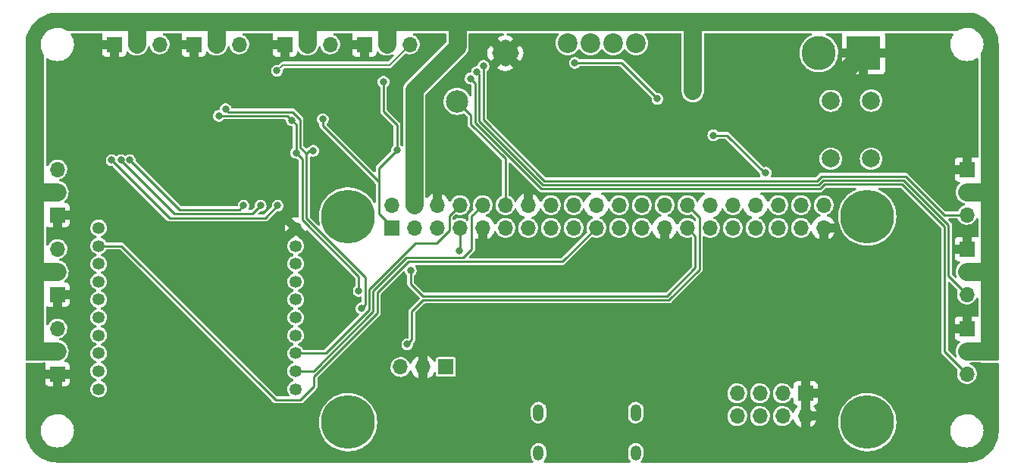
<source format=gbr>
%TF.GenerationSoftware,KiCad,Pcbnew,(6.0.10)*%
%TF.CreationDate,2023-01-30T21:59:23-05:00*%
%TF.ProjectId,motherboard_2022_2023,6d6f7468-6572-4626-9f61-72645f323032,2*%
%TF.SameCoordinates,Original*%
%TF.FileFunction,Copper,L2,Bot*%
%TF.FilePolarity,Positive*%
%FSLAX46Y46*%
G04 Gerber Fmt 4.6, Leading zero omitted, Abs format (unit mm)*
G04 Created by KiCad (PCBNEW (6.0.10)) date 2023-01-30 21:59:23*
%MOMM*%
%LPD*%
G01*
G04 APERTURE LIST*
G04 Aperture macros list*
%AMRoundRect*
0 Rectangle with rounded corners*
0 $1 Rounding radius*
0 $2 $3 $4 $5 $6 $7 $8 $9 X,Y pos of 4 corners*
0 Add a 4 corners polygon primitive as box body*
4,1,4,$2,$3,$4,$5,$6,$7,$8,$9,$2,$3,0*
0 Add four circle primitives for the rounded corners*
1,1,$1+$1,$2,$3*
1,1,$1+$1,$4,$5*
1,1,$1+$1,$6,$7*
1,1,$1+$1,$8,$9*
0 Add four rect primitives between the rounded corners*
20,1,$1+$1,$2,$3,$4,$5,0*
20,1,$1+$1,$4,$5,$6,$7,0*
20,1,$1+$1,$6,$7,$8,$9,0*
20,1,$1+$1,$8,$9,$2,$3,0*%
G04 Aperture macros list end*
%TA.AperFunction,ComponentPad*%
%ADD10R,1.700000X1.700000*%
%TD*%
%TA.AperFunction,ComponentPad*%
%ADD11O,1.700000X1.700000*%
%TD*%
%TA.AperFunction,ComponentPad*%
%ADD12C,2.200000*%
%TD*%
%TA.AperFunction,WasherPad*%
%ADD13C,6.000000*%
%TD*%
%TA.AperFunction,ComponentPad*%
%ADD14C,2.500000*%
%TD*%
%TA.AperFunction,ComponentPad*%
%ADD15RoundRect,0.625000X0.000000X0.883883X-0.883883X0.000000X0.000000X-0.883883X0.883883X0.000000X0*%
%TD*%
%TA.AperFunction,ComponentPad*%
%ADD16O,1.200000X1.900000*%
%TD*%
%TA.AperFunction,ComponentPad*%
%ADD17O,1.200000X1.700000*%
%TD*%
%TA.AperFunction,ComponentPad*%
%ADD18C,2.000000*%
%TD*%
%TA.AperFunction,ComponentPad*%
%ADD19C,1.350000*%
%TD*%
%TA.AperFunction,ComponentPad*%
%ADD20R,3.800000X3.800000*%
%TD*%
%TA.AperFunction,ComponentPad*%
%ADD21C,3.800000*%
%TD*%
%TA.AperFunction,ViaPad*%
%ADD22C,0.800000*%
%TD*%
%TA.AperFunction,Conductor*%
%ADD23C,2.000000*%
%TD*%
%TA.AperFunction,Conductor*%
%ADD24C,0.250000*%
%TD*%
%TA.AperFunction,Conductor*%
%ADD25C,0.200000*%
%TD*%
G04 APERTURE END LIST*
D10*
%TO.P,J3,1,Pin_1*%
%TO.N,GND*%
X190905562Y-118630695D03*
D11*
%TO.P,J3,2,Pin_2*%
X190905562Y-121170695D03*
%TO.P,J3,3,Pin_3*%
%TO.N,/GPIO_3*%
X188365562Y-118630695D03*
%TO.P,J3,4,Pin_4*%
%TO.N,/GPIO_4*%
X188365562Y-121170695D03*
%TO.P,J3,5,Pin_5*%
%TO.N,/GPIO_2*%
X185825562Y-118630695D03*
%TO.P,J3,6,Pin_6*%
%TO.N,/GPIO_1*%
X185825562Y-121170695D03*
%TO.P,J3,7,Pin_7*%
%TO.N,+3V3*%
X183285562Y-118630695D03*
%TO.P,J3,8,Pin_8*%
X183285562Y-121170695D03*
%TD*%
D10*
%TO.P,S2,1,Pin_1*%
%TO.N,GND*%
X208939638Y-93611700D03*
D11*
%TO.P,S2,2,Pin_2*%
%TO.N,+5V*%
X208939638Y-96151700D03*
%TO.P,S2,3,Pin_3*%
%TO.N,/PWM_2*%
X208939638Y-98691700D03*
%TD*%
D10*
%TO.P,S8,1,Pin_1*%
%TO.N,GND*%
X107339600Y-107581700D03*
D11*
%TO.P,S8,2,Pin_2*%
%TO.N,+5V*%
X107339600Y-105041700D03*
%TO.P,S8,3,Pin_3*%
%TO.N,/PWM_8*%
X107339600Y-102501700D03*
%TD*%
D10*
%TO.P,S7,1,Pin_1*%
%TO.N,GND*%
X107339600Y-98691700D03*
D11*
%TO.P,S7,2,Pin_2*%
%TO.N,+5V*%
X107339600Y-96151700D03*
%TO.P,S7,3,Pin_3*%
%TO.N,/PWM_7*%
X107339600Y-93611700D03*
%TD*%
D10*
%TO.P,S0,1,Pin_1*%
%TO.N,GND*%
X208939638Y-111391700D03*
D11*
%TO.P,S0,2,Pin_2*%
%TO.N,+5V*%
X208939638Y-113931700D03*
%TO.P,S0,3,Pin_3*%
%TO.N,/PWM_0*%
X208939638Y-116471700D03*
%TD*%
D12*
%TO.P,J5,1,Pin_1*%
%TO.N,/Pyro Channel Pair/V_BAT*%
X171958000Y-79500000D03*
%TO.P,J5,2,Pin_2*%
%TO.N,/Pyro Channel Pair/PYRO_B_PWR*%
X169418000Y-79500000D03*
%TO.P,J5,3,Pin_3*%
%TO.N,/Pyro Channel Pair/V_BAT*%
X166878000Y-79500000D03*
%TO.P,J5,4,Pin_4*%
%TO.N,/Pyro Channel Pair/PYRO_A_PWR*%
X164338000Y-79500000D03*
%TD*%
D10*
%TO.P,S6,1,Pin_1*%
%TO.N,GND*%
X113689600Y-79641700D03*
D11*
%TO.P,S6,2,Pin_2*%
%TO.N,+5V*%
X116229600Y-79641700D03*
%TO.P,S6,3,Pin_3*%
%TO.N,/PWM_6*%
X118769600Y-79641700D03*
%TD*%
D13*
%TO.P,J2,*%
%TO.N,*%
X197807562Y-98875695D03*
X139807562Y-98875695D03*
X139807562Y-121875695D03*
X197807562Y-121875695D03*
D10*
%TO.P,J2,1,3V3*%
%TO.N,+3V3*%
X144677562Y-100145695D03*
D11*
%TO.P,J2,2,5V*%
%TO.N,+5V*%
X144677562Y-97605695D03*
%TO.P,J2,3,SDA/GPIO2*%
%TO.N,/SDA_HW_1*%
X147217562Y-100145695D03*
%TO.P,J2,4,5V*%
%TO.N,+5V*%
X147217562Y-97605695D03*
%TO.P,J2,5,SCL/GPIO3*%
%TO.N,/SCL_HW_1*%
X149757562Y-100145695D03*
%TO.P,J2,6,GND*%
%TO.N,GND*%
X149757562Y-97605695D03*
%TO.P,J2,7,GCLK0/GPIO4*%
%TO.N,/SHUTDOWN*%
X152297562Y-100145695D03*
%TO.P,J2,8,GPIO14/TXD*%
%TO.N,/XBEE_UART_RX*%
X152297562Y-97605695D03*
%TO.P,J2,9,GND*%
%TO.N,GND*%
X154837562Y-100145695D03*
%TO.P,J2,10,GPIO15/RXD*%
%TO.N,/XBEE_UART_TX*%
X154837562Y-97605695D03*
%TO.P,J2,11,GPIO17*%
%TO.N,/XBEE_RESET*%
X157377562Y-100145695D03*
%TO.P,J2,12,GPIO18/PWM0*%
%TO.N,/Buzzer*%
X157377562Y-97605695D03*
%TO.P,J2,13,GPIO27*%
%TO.N,/SDA_SW*%
X159917562Y-100145695D03*
%TO.P,J2,14,GND*%
%TO.N,GND*%
X159917562Y-97605695D03*
%TO.P,J2,15,GPIO22*%
%TO.N,/SCL_SW*%
X162457562Y-100145695D03*
%TO.P,J2,16,GPIO23*%
%TO.N,unconnected-(J2-Pad16)*%
X162457562Y-97605695D03*
%TO.P,J2,17,3V3*%
%TO.N,+3V3*%
X164997562Y-100145695D03*
%TO.P,J2,18,GPIO24*%
%TO.N,unconnected-(J2-Pad18)*%
X164997562Y-97605695D03*
%TO.P,J2,19,MOSI0/GPIO10*%
%TO.N,/XBEE_UART_~{CTS}*%
X167537562Y-100145695D03*
%TO.P,J2,20,GND*%
%TO.N,GND*%
X167537562Y-97605695D03*
%TO.P,J2,21,MISO0/GPIO9*%
%TO.N,unconnected-(J2-Pad21)*%
X170077562Y-100145695D03*
%TO.P,J2,22,GPIO25*%
%TO.N,unconnected-(J2-Pad22)*%
X170077562Y-97605695D03*
%TO.P,J2,23,SCLK0/GPIO11*%
%TO.N,/GPIO_1*%
X172617562Y-100145695D03*
%TO.P,J2,24,~{CE0}/GPIO8*%
%TO.N,/PYRO_B_SENSE*%
X172617562Y-97605695D03*
%TO.P,J2,25,GND*%
%TO.N,GND*%
X175157562Y-100145695D03*
%TO.P,J2,26,~{CE1}/GPIO7*%
%TO.N,/PYRO_A_SENSE*%
X175157562Y-97605695D03*
%TO.P,J2,27,ID_SD/GPIO0*%
%TO.N,/SDA_HW_0*%
X177697562Y-100145695D03*
%TO.P,J2,28,ID_SC/GPIO1*%
%TO.N,/SCL_HW_0*%
X177697562Y-97605695D03*
%TO.P,J2,29,GCLK1/GPIO5*%
%TO.N,/GPIO_2*%
X180237562Y-100145695D03*
%TO.P,J2,30,GND*%
%TO.N,GND*%
X180237562Y-97605695D03*
%TO.P,J2,31,GCLK2/GPIO6*%
%TO.N,/GPIO_3*%
X182777562Y-100145695D03*
%TO.P,J2,32,PWM0/GPIO12*%
%TO.N,/PWR_EN*%
X182777562Y-97605695D03*
%TO.P,J2,33,PWM1/GPIO13*%
%TO.N,/GPIO_4*%
X185317562Y-100145695D03*
%TO.P,J2,34,GND*%
%TO.N,GND*%
X185317562Y-97605695D03*
%TO.P,J2,35,GPIO19/MISO1*%
%TO.N,/MISO*%
X187857562Y-100145695D03*
%TO.P,J2,36,GPIO16*%
%TO.N,/MCP_CS*%
X187857562Y-97605695D03*
%TO.P,J2,37,GPIO26*%
%TO.N,unconnected-(J2-Pad37)*%
X190397562Y-100145695D03*
%TO.P,J2,38,GPIO20/MOSI1*%
%TO.N,/MOSI*%
X190397562Y-97605695D03*
%TO.P,J2,39,GND*%
%TO.N,GND*%
X192937562Y-100145695D03*
%TO.P,J2,40,GPIO21/SCLK1*%
%TO.N,/SCLK*%
X192937562Y-97605695D03*
%TD*%
D14*
%TO.P,BZ1,1,-*%
%TO.N,/Buzzer*%
X151991923Y-86006077D03*
D15*
%TO.P,BZ1,2,+*%
%TO.N,GND*%
X157380077Y-80617923D03*
%TD*%
D10*
%TO.P,J6,1,Pin_1*%
%TO.N,/SHUTDOWN*%
X150749000Y-115697000D03*
D11*
%TO.P,J6,2,Pin_2*%
%TO.N,GND*%
X148209000Y-115697000D03*
%TO.P,J6,3,Pin_3*%
%TO.N,unconnected-(J6-Pad3)*%
X145669000Y-115697000D03*
%TD*%
D10*
%TO.P,S4,1,Pin_1*%
%TO.N,GND*%
X132739600Y-79641700D03*
D11*
%TO.P,S4,2,Pin_2*%
%TO.N,+5V*%
X135279600Y-79641700D03*
%TO.P,S4,3,Pin_3*%
%TO.N,/PWM_4*%
X137819600Y-79641700D03*
%TD*%
D16*
%TO.P,J14,SH,SH*%
%TO.N,/HDMI CSI Conversion/CAM_GND*%
X171938188Y-120801726D03*
X161088188Y-120801726D03*
D17*
X171938188Y-125301726D03*
X161088188Y-125301726D03*
%TD*%
D18*
%TO.P,SW1,1,1*%
%TO.N,+BATT*%
X193735600Y-92416700D03*
X193735600Y-85916700D03*
%TO.P,SW1,2,2*%
%TO.N,Net-(R3-Pad1)*%
X198235600Y-85916700D03*
X198235600Y-92416700D03*
%TD*%
D10*
%TO.P,S1,1,Pin_1*%
%TO.N,GND*%
X208939638Y-102501700D03*
D11*
%TO.P,S1,2,Pin_2*%
%TO.N,+5V*%
X208939638Y-105041700D03*
%TO.P,S1,3,Pin_3*%
%TO.N,/PWM_1*%
X208939638Y-107581700D03*
%TD*%
D10*
%TO.P,S5,1,Pin_1*%
%TO.N,GND*%
X122579600Y-79641700D03*
D11*
%TO.P,S5,2,Pin_2*%
%TO.N,+5V*%
X125119600Y-79641700D03*
%TO.P,S5,3,Pin_3*%
%TO.N,/PWM_5*%
X127659600Y-79641700D03*
%TD*%
D10*
%TO.P,S9,1,Pin_1*%
%TO.N,GND*%
X107339600Y-116471700D03*
D11*
%TO.P,S9,2,Pin_2*%
%TO.N,+5V*%
X107339600Y-113931700D03*
%TO.P,S9,3,Pin_3*%
%TO.N,/PWM_9*%
X107339600Y-111391700D03*
%TD*%
D19*
%TO.P,U1,1,VCC*%
%TO.N,+3V3*%
X133960562Y-118159695D03*
%TO.P,U1,2,DOUT*%
%TO.N,/XBEE_UART_TX*%
X133960562Y-116159695D03*
%TO.P,U1,3,DIN/~{CONFIG}*%
%TO.N,/XBEE_UART_RX*%
X133960562Y-114159695D03*
%TO.P,U1,4,DIO12/SPI_MISO*%
%TO.N,unconnected-(U1-Pad4)*%
X133960562Y-112159695D03*
%TO.P,U1,5,~{RESET}*%
%TO.N,/XBEE_RESET*%
X133960562Y-110159695D03*
%TO.P,U1,6,DIO10/PWM0/RSSI_PWM*%
%TO.N,Net-(R13-Pad1)*%
X133960562Y-108159695D03*
%TO.P,U1,7,DIO11/PWM1*%
%TO.N,unconnected-(U1-Pad7)*%
X133960562Y-106159695D03*
%TO.P,U1,8,RESERVED*%
%TO.N,unconnected-(U1-Pad8)*%
X133960562Y-104159695D03*
%TO.P,U1,9,DIO8/SLEEP_RQ/~{DTR}*%
%TO.N,unconnected-(U1-Pad9)*%
X133960562Y-102159695D03*
%TO.P,U1,10,GND*%
%TO.N,GND*%
X133960562Y-100159695D03*
%TO.P,U1,11,DIO4/SPI_MOSI*%
%TO.N,unconnected-(U1-Pad11)*%
X111960562Y-100159695D03*
%TO.P,U1,12,DIO7/~{CTS}*%
%TO.N,/XBEE_UART_~{CTS}*%
X111960562Y-102159695D03*
%TO.P,U1,13,ON/~{SLEEP}*%
%TO.N,unconnected-(U1-Pad13)*%
X111960562Y-104159695D03*
%TO.P,U1,14,VREF*%
%TO.N,unconnected-(U1-Pad14)*%
X111960562Y-106159695D03*
%TO.P,U1,15,DIO5/ASSOC*%
%TO.N,unconnected-(U1-Pad15)*%
X111960562Y-108159695D03*
%TO.P,U1,16,DIO6/~{RTS}*%
%TO.N,/XBEE_UART_~{RTS}*%
X111960562Y-110159695D03*
%TO.P,U1,17,DIO3/AD3/SPI_~{SSEL}*%
%TO.N,unconnected-(U1-Pad17)*%
X111960562Y-112159695D03*
%TO.P,U1,18,DIO2/AD2/SPI_CLK*%
%TO.N,unconnected-(U1-Pad18)*%
X111960562Y-114159695D03*
%TO.P,U1,19,DIO1/AD1/SPI_~{ATTN}*%
%TO.N,unconnected-(U1-Pad19)*%
X111960562Y-116159695D03*
%TO.P,U1,20,DIO0/AD0*%
%TO.N,unconnected-(U1-Pad20)*%
X111960562Y-118159695D03*
%TD*%
D10*
%TO.P,S3,1,Pin_1*%
%TO.N,GND*%
X141629600Y-79641700D03*
D11*
%TO.P,S3,2,Pin_2*%
%TO.N,+5V*%
X144169600Y-79641700D03*
%TO.P,S3,3,Pin_3*%
%TO.N,/PWM_3*%
X146709600Y-79641700D03*
%TD*%
D20*
%TO.P,J1,1,Pin_1*%
%TO.N,GND*%
X197400000Y-80600000D03*
D21*
%TO.P,J1,2,Pin_2*%
%TO.N,+BATT*%
X192400000Y-80600000D03*
%TD*%
D22*
%TO.N,GND*%
X150114000Y-91186000D03*
X126238000Y-90805000D03*
X184341562Y-93992695D03*
X168447062Y-87896695D03*
X155194000Y-94742000D03*
X161335062Y-87896695D03*
X203859600Y-120281700D03*
X203859600Y-103771700D03*
X137692562Y-87261695D03*
X138811000Y-91948000D03*
X142240000Y-83312000D03*
X166751000Y-103886000D03*
X136652000Y-94234000D03*
X171450000Y-103378000D03*
X117094000Y-83058000D03*
X206399600Y-96151700D03*
X202208600Y-97929700D03*
X184722562Y-86713695D03*
X140613562Y-85864695D03*
X184722562Y-88999695D03*
X168447062Y-89039695D03*
X184722562Y-87856695D03*
X189339562Y-89831695D03*
X118110000Y-89408000D03*
X118668800Y-85242400D03*
X151638000Y-94488000D03*
X136398000Y-96012000D03*
X188339562Y-89831695D03*
X128905000Y-105664000D03*
X161335062Y-89039695D03*
X150114000Y-89662000D03*
X203859600Y-112026700D03*
X125039065Y-83566000D03*
X135649698Y-86041134D03*
%TO.N,+5V*%
X180618562Y-89801695D03*
X178332562Y-81292695D03*
X178332562Y-80149695D03*
X186460562Y-93992695D03*
X178332562Y-83705695D03*
X178332562Y-84848695D03*
X178332562Y-82562695D03*
%TO.N,+3V3*%
X143777000Y-83833000D03*
X137000000Y-88000000D03*
X145288000Y-91440000D03*
%TO.N,/SDA*%
X141007500Y-107188000D03*
X134000000Y-91750000D03*
X125378285Y-87621715D03*
X133507500Y-88107500D03*
%TO.N,/SCL*%
X135926906Y-91525500D03*
X141296875Y-109147125D03*
X126132000Y-86868000D03*
%TO.N,/PWM_0*%
X153491000Y-83460775D03*
%TO.N,/PWM_1*%
X154208149Y-82722734D03*
%TO.N,/PWM_2*%
X154940000Y-82042000D03*
%TO.N,/PWM_3*%
X131876759Y-82588859D03*
%TO.N,/Pyro Channel Pair/PYRO_A_PWR*%
X165152500Y-81700000D03*
X174366938Y-85712305D03*
%TO.N,/SHUTDOWN*%
X152273000Y-102743000D03*
%TO.N,/SDA_HW_0*%
X146812000Y-104902000D03*
%TO.N,/SCL_HW_0*%
X146431000Y-113157000D03*
%TO.N,Net-(D4-Pad1)*%
X113411000Y-92583000D03*
X131953000Y-97663000D03*
%TO.N,Net-(D4-Pad2)*%
X130048000Y-97663000D03*
X114443497Y-92583000D03*
%TO.N,Net-(D4-Pad3)*%
X128143000Y-97663000D03*
X115443000Y-92583000D03*
%TD*%
D23*
%TO.N,GND*%
X168447062Y-87896695D02*
X161335062Y-87896695D01*
X161335062Y-89039695D02*
X161335062Y-87896695D01*
X186931305Y-87896695D02*
X191111300Y-83716700D01*
X168447062Y-87896695D02*
X186931305Y-87896695D01*
X168447062Y-89039695D02*
X161335062Y-89039695D01*
X194283300Y-83716700D02*
X197400000Y-80600000D01*
X168447062Y-87896695D02*
X168447062Y-89039695D01*
X191111300Y-83716700D02*
X194283300Y-83716700D01*
%TO.N,+5V*%
X178332562Y-80149695D02*
X178332562Y-77609733D01*
X144169600Y-79641700D02*
X144169600Y-77355695D01*
D24*
X182142562Y-89801695D02*
X180618562Y-89801695D01*
D23*
X107339600Y-96151700D02*
X104799605Y-96151700D01*
X208939638Y-113931700D02*
X210844595Y-113931700D01*
X178332562Y-82562695D02*
X178332562Y-81292695D01*
X147217562Y-97605695D02*
X147217562Y-84721733D01*
X135279600Y-79641700D02*
X135279600Y-77101695D01*
X107339600Y-105041700D02*
X104799605Y-105041700D01*
X147217562Y-84721733D02*
X152043600Y-79895695D01*
X208939638Y-96151700D02*
X211479595Y-96151700D01*
X178332562Y-83705695D02*
X178332562Y-82562695D01*
X178332562Y-81292695D02*
X178332562Y-80149695D01*
X152043600Y-79895695D02*
X152043600Y-77101695D01*
D24*
X186460562Y-93992695D02*
X186333562Y-93992695D01*
D23*
X116229600Y-79641700D02*
X116229600Y-77355695D01*
X178332562Y-84848695D02*
X178332562Y-83705695D01*
X208939638Y-105041700D02*
X211479595Y-105041700D01*
D24*
X186333562Y-93992695D02*
X182142562Y-89801695D01*
D23*
X107339600Y-113931700D02*
X105434605Y-113931700D01*
X125119600Y-79641700D02*
X125119600Y-77101695D01*
D24*
%TO.N,+3V3*%
X145288000Y-88634095D02*
X143777000Y-87123095D01*
X137000000Y-88000000D02*
X137000000Y-88750000D01*
X143777000Y-87123095D02*
X143777000Y-83833000D01*
X137000000Y-88750000D02*
X143280562Y-95030562D01*
X143280562Y-98564695D02*
X144677562Y-99961695D01*
X145288000Y-91440000D02*
X145288000Y-88634095D01*
X145288000Y-91440000D02*
X143280562Y-93447438D01*
X143280562Y-93447438D02*
X143280562Y-98564695D01*
%TO.N,/SDA*%
X134000000Y-88600000D02*
X134000000Y-91750000D01*
X134702562Y-92452562D02*
X134000000Y-91750000D01*
X125378285Y-87621715D02*
X133021715Y-87621715D01*
X141007500Y-107188000D02*
X141007500Y-105563311D01*
X134702562Y-99258373D02*
X134702562Y-92452562D01*
X133021715Y-87621715D02*
X133507500Y-88107500D01*
X141007500Y-105563311D02*
X134702562Y-99258373D01*
X133507500Y-88107500D02*
X134000000Y-88600000D01*
%TO.N,/SCL*%
X133597020Y-87171715D02*
X126435715Y-87171715D01*
X135472624Y-91525500D02*
X135152562Y-91845562D01*
X135152562Y-99071977D02*
X135152562Y-91845562D01*
X141296875Y-109147125D02*
X141732000Y-108712000D01*
X141732000Y-105651415D02*
X135152562Y-99071977D01*
X141732000Y-108712000D02*
X141732000Y-105651415D01*
X126435715Y-87171715D02*
X126132000Y-86868000D01*
X135926906Y-91525500D02*
X135472624Y-91525500D01*
X135152562Y-91845562D02*
X134450000Y-91143000D01*
X134450000Y-91143000D02*
X134450000Y-88024695D01*
X134450000Y-88024695D02*
X133597020Y-87171715D01*
%TO.N,/PWM_0*%
X153491000Y-83460775D02*
X153982000Y-83951775D01*
X153982000Y-88377170D02*
X161386530Y-95781700D01*
X206433000Y-99995811D02*
X206433000Y-113965062D01*
X192546914Y-95781700D02*
X193055879Y-95272735D01*
X161386530Y-95781700D02*
X192546914Y-95781700D01*
X201709924Y-95272735D02*
X206433000Y-99995811D01*
X206433000Y-113965062D02*
X208939638Y-116471700D01*
X153982000Y-83951775D02*
X153982000Y-88377170D01*
X193055879Y-95272735D02*
X201709924Y-95272735D01*
%TO.N,/PWM_1*%
X192360518Y-95331700D02*
X192869003Y-94823215D01*
X161572926Y-95331700D02*
X192360518Y-95331700D01*
X206883000Y-99809415D02*
X206883000Y-105525062D01*
X154208149Y-82722734D02*
X154432000Y-82946585D01*
X154432000Y-82946585D02*
X154432000Y-88190774D01*
X206883000Y-105525062D02*
X208939638Y-107581700D01*
X201896800Y-94823215D02*
X206883000Y-99809415D01*
X192869003Y-94823215D02*
X201896800Y-94823215D01*
X154432000Y-88190774D02*
X161572926Y-95331700D01*
%TO.N,/PWM_2*%
X192174122Y-94881700D02*
X192682126Y-94373696D01*
X161758616Y-94881700D02*
X192174122Y-94881700D01*
X192682126Y-94373696D02*
X202083677Y-94373696D01*
X202083677Y-94373696D02*
X206401681Y-98691700D01*
X206401681Y-98691700D02*
X208939638Y-98691700D01*
X154940000Y-82042000D02*
X154940000Y-88063084D01*
X154940000Y-88063084D02*
X161758616Y-94881700D01*
D25*
%TO.N,/PWM_3*%
X144423600Y-81927700D02*
X146709600Y-79641700D01*
X131876759Y-82588859D02*
X132537918Y-81927700D01*
X132537918Y-81927700D02*
X144423600Y-81927700D01*
D24*
%TO.N,/XBEE_UART_TX*%
X146342896Y-103467500D02*
X152691500Y-103467500D01*
X135946006Y-116159695D02*
X142632000Y-109473701D01*
X153632500Y-102526500D02*
X153632500Y-98810757D01*
X142632000Y-107178396D02*
X146342896Y-103467500D01*
X153632500Y-98810757D02*
X154837562Y-97605695D01*
X142632000Y-109473701D02*
X142632000Y-107178396D01*
X152691500Y-103467500D02*
X153632500Y-102526500D01*
X133960562Y-116159695D02*
X135946006Y-116159695D01*
%TO.N,/XBEE_UART_RX*%
X151123051Y-98780206D02*
X151123051Y-100441907D01*
X147320000Y-101854000D02*
X142182000Y-106992000D01*
X137309610Y-114159695D02*
X133960562Y-114159695D01*
X142182000Y-109287305D02*
X137309610Y-114159695D01*
X142182000Y-106992000D02*
X142182000Y-109287305D01*
X149710958Y-101854000D02*
X147320000Y-101854000D01*
X151123051Y-100441907D02*
X149710958Y-101854000D01*
X152297562Y-97605695D02*
X151123051Y-98780206D01*
%TO.N,/XBEE_UART_~{CTS}*%
X114490600Y-102159695D02*
X111960562Y-102159695D01*
X163766256Y-103917001D02*
X146529791Y-103917001D01*
X131710905Y-119380000D02*
X114490600Y-102159695D01*
X136017000Y-116725097D02*
X136017000Y-117854604D01*
X167537562Y-100145695D02*
X163766256Y-103917001D01*
X143082000Y-107364792D02*
X143082000Y-109660097D01*
X136017000Y-117854604D02*
X134491604Y-119380000D01*
X146529791Y-103917001D02*
X143082000Y-107364792D01*
X143082000Y-109660097D02*
X136017000Y-116725097D01*
X134491604Y-119380000D02*
X131710905Y-119380000D01*
%TO.N,/Buzzer*%
X151991923Y-86006077D02*
X153532000Y-87546154D01*
X153532000Y-87546154D02*
X153532000Y-88562860D01*
X153532000Y-88562860D02*
X157377562Y-92408422D01*
X157377562Y-92408422D02*
X157377562Y-97605695D01*
%TO.N,/Pyro Channel Pair/PYRO_A_PWR*%
X170354633Y-81700000D02*
X174366938Y-85712305D01*
X165152500Y-81700000D02*
X170354633Y-81700000D01*
%TO.N,/SHUTDOWN*%
X152297562Y-102718438D02*
X152273000Y-102743000D01*
X152297562Y-100145695D02*
X152297562Y-102718438D01*
%TO.N,/SDA_HW_0*%
X178612562Y-101060695D02*
X177697562Y-100145695D01*
X146812000Y-104902000D02*
X146812000Y-106426000D01*
X178612562Y-104597438D02*
X178612562Y-101060695D01*
X175456000Y-107754000D02*
X178612562Y-104597438D01*
X148140000Y-107754000D02*
X175456000Y-107754000D01*
X146812000Y-106426000D02*
X148140000Y-107754000D01*
%TO.N,/SCL_HW_0*%
X179062562Y-104783834D02*
X179062562Y-98970695D01*
X175642396Y-108204000D02*
X179062562Y-104783834D01*
X146431000Y-113157000D02*
X146939000Y-112649000D01*
X148209000Y-108204000D02*
X175642396Y-108204000D01*
X179062562Y-98970695D02*
X177697562Y-97605695D01*
X146939000Y-112649000D02*
X146939000Y-109474000D01*
X146939000Y-109474000D02*
X148209000Y-108204000D01*
%TO.N,Net-(D4-Pad1)*%
X131953000Y-97663000D02*
X130556000Y-99060000D01*
X130556000Y-99060000D02*
X119888000Y-99060000D01*
X119888000Y-99060000D02*
X113411000Y-92583000D01*
%TO.N,Net-(D4-Pad2)*%
X114443497Y-92608802D02*
X114443497Y-92583000D01*
X130048000Y-97663000D02*
X129159000Y-98552000D01*
X129159000Y-98552000D02*
X120386695Y-98552000D01*
X120386695Y-98552000D02*
X114443497Y-92608802D01*
%TO.N,Net-(D4-Pad3)*%
X128143000Y-97663000D02*
X127704000Y-98102000D01*
X127704000Y-98102000D02*
X120962000Y-98102000D01*
X120962000Y-98102000D02*
X115443000Y-92583000D01*
%TD*%
%TA.AperFunction,Conductor*%
%TO.N,GND*%
G36*
X112338747Y-78397197D02*
G01*
X112385240Y-78450853D01*
X112395344Y-78521127D01*
X112388608Y-78547425D01*
X112341122Y-78674094D01*
X112337495Y-78689349D01*
X112331969Y-78740214D01*
X112331600Y-78747028D01*
X112331600Y-79115585D01*
X112336075Y-79130824D01*
X112337465Y-79132029D01*
X112345148Y-79133700D01*
X114071600Y-79133700D01*
X114139721Y-79153702D01*
X114186214Y-79207358D01*
X114197600Y-79259700D01*
X114197600Y-80981584D01*
X114202075Y-80996823D01*
X114203465Y-80998028D01*
X114211148Y-80999699D01*
X114584269Y-80999699D01*
X114591090Y-80999329D01*
X114641952Y-80993805D01*
X114657204Y-80990179D01*
X114777654Y-80945024D01*
X114793249Y-80936486D01*
X114895324Y-80859985D01*
X114907885Y-80847424D01*
X114984386Y-80745349D01*
X114992924Y-80729754D01*
X115038078Y-80609306D01*
X115041705Y-80594051D01*
X115047231Y-80543186D01*
X115047784Y-80532975D01*
X115049053Y-80533044D01*
X115067602Y-80469872D01*
X115121258Y-80423379D01*
X115191532Y-80413275D01*
X115256112Y-80442769D01*
X115268587Y-80456432D01*
X115269172Y-80455927D01*
X115272834Y-80460169D01*
X115276111Y-80464730D01*
X115346534Y-80532975D01*
X115432162Y-80615954D01*
X115436926Y-80620571D01*
X115441581Y-80623699D01*
X115618140Y-80742341D01*
X115618143Y-80742343D01*
X115622797Y-80745470D01*
X115668283Y-80765437D01*
X115807977Y-80826759D01*
X115827848Y-80835482D01*
X115877590Y-80847424D01*
X115974380Y-80870661D01*
X116045598Y-80887759D01*
X116129743Y-80892611D01*
X116263557Y-80900326D01*
X116263560Y-80900326D01*
X116269164Y-80900649D01*
X116491480Y-80873746D01*
X116705517Y-80807900D01*
X116710497Y-80805330D01*
X116710501Y-80805328D01*
X116899529Y-80707763D01*
X116899530Y-80707763D01*
X116904512Y-80705191D01*
X116917911Y-80694910D01*
X116967015Y-80657231D01*
X117082173Y-80568867D01*
X117085946Y-80564721D01*
X117085951Y-80564716D01*
X117229107Y-80407389D01*
X117232886Y-80403236D01*
X117351886Y-80213533D01*
X117356912Y-80201032D01*
X117423312Y-80035856D01*
X117435412Y-80005756D01*
X117453428Y-79918762D01*
X117486829Y-79856113D01*
X117548798Y-79821467D01*
X117619661Y-79825824D01*
X117676919Y-79867801D01*
X117698932Y-79913298D01*
X117707555Y-79947248D01*
X117722570Y-80006372D01*
X117722572Y-80006377D01*
X117723992Y-80011969D01*
X117726407Y-80017207D01*
X117726409Y-80017212D01*
X117806559Y-80191071D01*
X117808977Y-80196316D01*
X117821642Y-80214236D01*
X117911760Y-80341751D01*
X117926133Y-80362089D01*
X117930275Y-80366124D01*
X117990615Y-80424904D01*
X118071538Y-80503735D01*
X118076342Y-80506945D01*
X118120378Y-80536369D01*
X118240320Y-80616512D01*
X118245623Y-80618790D01*
X118245626Y-80618792D01*
X118413614Y-80690965D01*
X118426828Y-80696642D01*
X118475976Y-80707763D01*
X118619179Y-80740167D01*
X118619184Y-80740168D01*
X118624816Y-80741442D01*
X118630587Y-80741669D01*
X118630589Y-80741669D01*
X118690356Y-80744017D01*
X118827653Y-80749412D01*
X118941541Y-80732899D01*
X119022831Y-80721113D01*
X119022836Y-80721112D01*
X119028545Y-80720284D01*
X119034009Y-80718429D01*
X119034014Y-80718428D01*
X119215293Y-80656892D01*
X119215298Y-80656890D01*
X119220765Y-80655034D01*
X119238279Y-80645226D01*
X119319035Y-80600000D01*
X119397876Y-80555847D01*
X119413095Y-80543190D01*
X119421296Y-80536369D01*
X121221601Y-80536369D01*
X121221971Y-80543190D01*
X121227495Y-80594052D01*
X121231121Y-80609304D01*
X121276276Y-80729754D01*
X121284814Y-80745349D01*
X121361315Y-80847424D01*
X121373876Y-80859985D01*
X121475951Y-80936486D01*
X121491546Y-80945024D01*
X121611994Y-80990178D01*
X121627249Y-80993805D01*
X121678114Y-80999331D01*
X121684928Y-80999700D01*
X122053485Y-80999700D01*
X122068724Y-80995225D01*
X122069929Y-80993835D01*
X122071600Y-80986152D01*
X122071600Y-80167815D01*
X122067125Y-80152576D01*
X122065735Y-80151371D01*
X122058052Y-80149700D01*
X121239716Y-80149700D01*
X121224477Y-80154175D01*
X121223272Y-80155565D01*
X121221601Y-80163248D01*
X121221601Y-80536369D01*
X119421296Y-80536369D01*
X119549513Y-80429731D01*
X119553945Y-80426045D01*
X119611063Y-80357369D01*
X119680053Y-80274418D01*
X119680055Y-80274415D01*
X119683747Y-80269976D01*
X119763325Y-80127880D01*
X119780110Y-80097908D01*
X119780111Y-80097906D01*
X119782934Y-80092865D01*
X119784790Y-80087398D01*
X119784792Y-80087393D01*
X119846328Y-79906114D01*
X119846329Y-79906109D01*
X119848184Y-79900645D01*
X119849012Y-79894936D01*
X119849013Y-79894931D01*
X119870550Y-79746387D01*
X119877312Y-79699753D01*
X119878832Y-79641700D01*
X119863234Y-79471949D01*
X119860787Y-79445313D01*
X119860786Y-79445310D01*
X119860258Y-79439559D01*
X119852759Y-79412969D01*
X119806725Y-79249746D01*
X119806724Y-79249744D01*
X119805157Y-79244187D01*
X119802018Y-79237820D01*
X119717931Y-79067309D01*
X119715376Y-79062128D01*
X119593920Y-78899479D01*
X119444858Y-78761687D01*
X119439975Y-78758606D01*
X119439971Y-78758603D01*
X119278064Y-78656448D01*
X119273181Y-78653367D01*
X119190110Y-78620225D01*
X119134250Y-78576404D01*
X119110950Y-78509340D01*
X119127606Y-78440325D01*
X119178930Y-78391271D01*
X119236800Y-78377195D01*
X121160626Y-78377195D01*
X121228747Y-78397197D01*
X121275240Y-78450853D01*
X121285344Y-78521127D01*
X121278608Y-78547425D01*
X121231122Y-78674094D01*
X121227495Y-78689349D01*
X121221969Y-78740214D01*
X121221600Y-78747028D01*
X121221600Y-79115585D01*
X121226075Y-79130824D01*
X121227465Y-79132029D01*
X121235148Y-79133700D01*
X122961600Y-79133700D01*
X123029721Y-79153702D01*
X123076214Y-79207358D01*
X123087600Y-79259700D01*
X123087600Y-80981584D01*
X123092075Y-80996823D01*
X123093465Y-80998028D01*
X123101148Y-80999699D01*
X123474269Y-80999699D01*
X123481090Y-80999329D01*
X123531952Y-80993805D01*
X123547204Y-80990179D01*
X123667654Y-80945024D01*
X123683249Y-80936486D01*
X123785324Y-80859985D01*
X123797885Y-80847424D01*
X123874386Y-80745349D01*
X123882924Y-80729754D01*
X123928078Y-80609306D01*
X123931705Y-80594051D01*
X123937231Y-80543186D01*
X123937784Y-80532975D01*
X123939053Y-80533044D01*
X123957602Y-80469872D01*
X124011258Y-80423379D01*
X124081532Y-80413275D01*
X124146112Y-80442769D01*
X124158587Y-80456432D01*
X124159172Y-80455927D01*
X124162834Y-80460169D01*
X124166111Y-80464730D01*
X124236534Y-80532975D01*
X124322162Y-80615954D01*
X124326926Y-80620571D01*
X124331581Y-80623699D01*
X124508140Y-80742341D01*
X124508143Y-80742343D01*
X124512797Y-80745470D01*
X124558283Y-80765437D01*
X124697977Y-80826759D01*
X124717848Y-80835482D01*
X124767590Y-80847424D01*
X124864380Y-80870661D01*
X124935598Y-80887759D01*
X125019743Y-80892611D01*
X125153557Y-80900326D01*
X125153560Y-80900326D01*
X125159164Y-80900649D01*
X125381480Y-80873746D01*
X125595517Y-80807900D01*
X125600497Y-80805330D01*
X125600501Y-80805328D01*
X125789529Y-80707763D01*
X125789530Y-80707763D01*
X125794512Y-80705191D01*
X125807911Y-80694910D01*
X125857015Y-80657231D01*
X125972173Y-80568867D01*
X125975946Y-80564721D01*
X125975951Y-80564716D01*
X126119107Y-80407389D01*
X126122886Y-80403236D01*
X126241886Y-80213533D01*
X126246912Y-80201032D01*
X126313312Y-80035856D01*
X126325412Y-80005756D01*
X126343428Y-79918762D01*
X126376829Y-79856113D01*
X126438798Y-79821467D01*
X126509661Y-79825824D01*
X126566919Y-79867801D01*
X126588932Y-79913298D01*
X126597555Y-79947248D01*
X126612570Y-80006372D01*
X126612572Y-80006377D01*
X126613992Y-80011969D01*
X126616407Y-80017207D01*
X126616409Y-80017212D01*
X126696559Y-80191071D01*
X126698977Y-80196316D01*
X126711642Y-80214236D01*
X126801760Y-80341751D01*
X126816133Y-80362089D01*
X126820275Y-80366124D01*
X126880615Y-80424904D01*
X126961538Y-80503735D01*
X126966342Y-80506945D01*
X127010378Y-80536369D01*
X127130320Y-80616512D01*
X127135623Y-80618790D01*
X127135626Y-80618792D01*
X127303614Y-80690965D01*
X127316828Y-80696642D01*
X127365976Y-80707763D01*
X127509179Y-80740167D01*
X127509184Y-80740168D01*
X127514816Y-80741442D01*
X127520587Y-80741669D01*
X127520589Y-80741669D01*
X127580356Y-80744017D01*
X127717653Y-80749412D01*
X127831541Y-80732899D01*
X127912831Y-80721113D01*
X127912836Y-80721112D01*
X127918545Y-80720284D01*
X127924009Y-80718429D01*
X127924014Y-80718428D01*
X128105293Y-80656892D01*
X128105298Y-80656890D01*
X128110765Y-80655034D01*
X128128279Y-80645226D01*
X128209035Y-80600000D01*
X128287876Y-80555847D01*
X128303095Y-80543190D01*
X128311296Y-80536369D01*
X131381601Y-80536369D01*
X131381971Y-80543190D01*
X131387495Y-80594052D01*
X131391121Y-80609304D01*
X131436276Y-80729754D01*
X131444814Y-80745349D01*
X131521315Y-80847424D01*
X131533876Y-80859985D01*
X131635951Y-80936486D01*
X131651546Y-80945024D01*
X131771994Y-80990178D01*
X131787249Y-80993805D01*
X131838114Y-80999331D01*
X131844928Y-80999700D01*
X132213485Y-80999700D01*
X132228724Y-80995225D01*
X132229929Y-80993835D01*
X132231600Y-80986152D01*
X132231600Y-80167815D01*
X132227125Y-80152576D01*
X132225735Y-80151371D01*
X132218052Y-80149700D01*
X131399716Y-80149700D01*
X131384477Y-80154175D01*
X131383272Y-80155565D01*
X131381601Y-80163248D01*
X131381601Y-80536369D01*
X128311296Y-80536369D01*
X128439513Y-80429731D01*
X128443945Y-80426045D01*
X128501063Y-80357369D01*
X128570053Y-80274418D01*
X128570055Y-80274415D01*
X128573747Y-80269976D01*
X128653325Y-80127880D01*
X128670110Y-80097908D01*
X128670111Y-80097906D01*
X128672934Y-80092865D01*
X128674790Y-80087398D01*
X128674792Y-80087393D01*
X128736328Y-79906114D01*
X128736329Y-79906109D01*
X128738184Y-79900645D01*
X128739012Y-79894936D01*
X128739013Y-79894931D01*
X128760550Y-79746387D01*
X128767312Y-79699753D01*
X128768832Y-79641700D01*
X128753234Y-79471949D01*
X128750787Y-79445313D01*
X128750786Y-79445310D01*
X128750258Y-79439559D01*
X128742759Y-79412969D01*
X128696725Y-79249746D01*
X128696724Y-79249744D01*
X128695157Y-79244187D01*
X128692018Y-79237820D01*
X128607931Y-79067309D01*
X128605376Y-79062128D01*
X128483920Y-78899479D01*
X128334858Y-78761687D01*
X128329975Y-78758606D01*
X128329971Y-78758603D01*
X128168064Y-78656448D01*
X128163181Y-78653367D01*
X128080110Y-78620225D01*
X128024250Y-78576404D01*
X128000950Y-78509340D01*
X128017606Y-78440325D01*
X128068930Y-78391271D01*
X128126800Y-78377195D01*
X131320626Y-78377195D01*
X131388747Y-78397197D01*
X131435240Y-78450853D01*
X131445344Y-78521127D01*
X131438608Y-78547425D01*
X131391122Y-78674094D01*
X131387495Y-78689349D01*
X131381969Y-78740214D01*
X131381600Y-78747028D01*
X131381600Y-79115585D01*
X131386075Y-79130824D01*
X131387465Y-79132029D01*
X131395148Y-79133700D01*
X133121600Y-79133700D01*
X133189721Y-79153702D01*
X133236214Y-79207358D01*
X133247600Y-79259700D01*
X133247600Y-80981584D01*
X133252075Y-80996823D01*
X133253465Y-80998028D01*
X133261148Y-80999699D01*
X133634269Y-80999699D01*
X133641090Y-80999329D01*
X133691952Y-80993805D01*
X133707204Y-80990179D01*
X133827654Y-80945024D01*
X133843249Y-80936486D01*
X133945324Y-80859985D01*
X133957885Y-80847424D01*
X134034386Y-80745349D01*
X134042924Y-80729754D01*
X134088078Y-80609306D01*
X134091705Y-80594051D01*
X134097231Y-80543186D01*
X134097784Y-80532975D01*
X134099053Y-80533044D01*
X134117602Y-80469872D01*
X134171258Y-80423379D01*
X134241532Y-80413275D01*
X134306112Y-80442769D01*
X134318587Y-80456432D01*
X134319172Y-80455927D01*
X134322834Y-80460169D01*
X134326111Y-80464730D01*
X134396534Y-80532975D01*
X134482162Y-80615954D01*
X134486926Y-80620571D01*
X134491581Y-80623699D01*
X134668140Y-80742341D01*
X134668143Y-80742343D01*
X134672797Y-80745470D01*
X134718283Y-80765437D01*
X134857977Y-80826759D01*
X134877848Y-80835482D01*
X134927590Y-80847424D01*
X135024380Y-80870661D01*
X135095598Y-80887759D01*
X135179743Y-80892611D01*
X135313557Y-80900326D01*
X135313560Y-80900326D01*
X135319164Y-80900649D01*
X135541480Y-80873746D01*
X135755517Y-80807900D01*
X135760497Y-80805330D01*
X135760501Y-80805328D01*
X135949529Y-80707763D01*
X135949530Y-80707763D01*
X135954512Y-80705191D01*
X135967911Y-80694910D01*
X136017015Y-80657231D01*
X136132173Y-80568867D01*
X136135946Y-80564721D01*
X136135951Y-80564716D01*
X136279107Y-80407389D01*
X136282886Y-80403236D01*
X136401886Y-80213533D01*
X136406912Y-80201032D01*
X136473312Y-80035856D01*
X136485412Y-80005756D01*
X136503428Y-79918762D01*
X136536829Y-79856113D01*
X136598798Y-79821467D01*
X136669661Y-79825824D01*
X136726919Y-79867801D01*
X136748932Y-79913298D01*
X136757555Y-79947248D01*
X136772570Y-80006372D01*
X136772572Y-80006377D01*
X136773992Y-80011969D01*
X136776407Y-80017207D01*
X136776409Y-80017212D01*
X136856559Y-80191071D01*
X136858977Y-80196316D01*
X136871642Y-80214236D01*
X136961760Y-80341751D01*
X136976133Y-80362089D01*
X136980275Y-80366124D01*
X137040615Y-80424904D01*
X137121538Y-80503735D01*
X137126342Y-80506945D01*
X137170378Y-80536369D01*
X137290320Y-80616512D01*
X137295623Y-80618790D01*
X137295626Y-80618792D01*
X137463614Y-80690965D01*
X137476828Y-80696642D01*
X137525976Y-80707763D01*
X137669179Y-80740167D01*
X137669184Y-80740168D01*
X137674816Y-80741442D01*
X137680587Y-80741669D01*
X137680589Y-80741669D01*
X137740356Y-80744017D01*
X137877653Y-80749412D01*
X137991541Y-80732899D01*
X138072831Y-80721113D01*
X138072836Y-80721112D01*
X138078545Y-80720284D01*
X138084009Y-80718429D01*
X138084014Y-80718428D01*
X138265293Y-80656892D01*
X138265298Y-80656890D01*
X138270765Y-80655034D01*
X138288279Y-80645226D01*
X138369035Y-80600000D01*
X138447876Y-80555847D01*
X138463095Y-80543190D01*
X138471296Y-80536369D01*
X140271601Y-80536369D01*
X140271971Y-80543190D01*
X140277495Y-80594052D01*
X140281121Y-80609304D01*
X140326276Y-80729754D01*
X140334814Y-80745349D01*
X140411315Y-80847424D01*
X140423876Y-80859985D01*
X140525951Y-80936486D01*
X140541546Y-80945024D01*
X140661994Y-80990178D01*
X140677249Y-80993805D01*
X140728114Y-80999331D01*
X140734928Y-80999700D01*
X141103485Y-80999700D01*
X141118724Y-80995225D01*
X141119929Y-80993835D01*
X141121600Y-80986152D01*
X141121600Y-80167815D01*
X141117125Y-80152576D01*
X141115735Y-80151371D01*
X141108052Y-80149700D01*
X140289716Y-80149700D01*
X140274477Y-80154175D01*
X140273272Y-80155565D01*
X140271601Y-80163248D01*
X140271601Y-80536369D01*
X138471296Y-80536369D01*
X138599513Y-80429731D01*
X138603945Y-80426045D01*
X138661063Y-80357369D01*
X138730053Y-80274418D01*
X138730055Y-80274415D01*
X138733747Y-80269976D01*
X138813325Y-80127880D01*
X138830110Y-80097908D01*
X138830111Y-80097906D01*
X138832934Y-80092865D01*
X138834790Y-80087398D01*
X138834792Y-80087393D01*
X138896328Y-79906114D01*
X138896329Y-79906109D01*
X138898184Y-79900645D01*
X138899012Y-79894936D01*
X138899013Y-79894931D01*
X138920550Y-79746387D01*
X138927312Y-79699753D01*
X138928832Y-79641700D01*
X138913234Y-79471949D01*
X138910787Y-79445313D01*
X138910786Y-79445310D01*
X138910258Y-79439559D01*
X138902759Y-79412969D01*
X138856725Y-79249746D01*
X138856724Y-79249744D01*
X138855157Y-79244187D01*
X138852018Y-79237820D01*
X138767931Y-79067309D01*
X138765376Y-79062128D01*
X138643920Y-78899479D01*
X138494858Y-78761687D01*
X138489975Y-78758606D01*
X138489971Y-78758603D01*
X138328064Y-78656448D01*
X138323181Y-78653367D01*
X138240110Y-78620225D01*
X138184250Y-78576404D01*
X138160950Y-78509340D01*
X138177606Y-78440325D01*
X138228930Y-78391271D01*
X138286800Y-78377195D01*
X140210626Y-78377195D01*
X140278747Y-78397197D01*
X140325240Y-78450853D01*
X140335344Y-78521127D01*
X140328608Y-78547425D01*
X140281122Y-78674094D01*
X140277495Y-78689349D01*
X140271969Y-78740214D01*
X140271600Y-78747028D01*
X140271600Y-79115585D01*
X140276075Y-79130824D01*
X140277465Y-79132029D01*
X140285148Y-79133700D01*
X142011600Y-79133700D01*
X142079721Y-79153702D01*
X142126214Y-79207358D01*
X142137600Y-79259700D01*
X142137600Y-80981584D01*
X142142075Y-80996823D01*
X142143465Y-80998028D01*
X142151148Y-80999699D01*
X142524269Y-80999699D01*
X142531090Y-80999329D01*
X142581952Y-80993805D01*
X142597204Y-80990179D01*
X142717654Y-80945024D01*
X142733249Y-80936486D01*
X142835324Y-80859985D01*
X142847885Y-80847424D01*
X142924386Y-80745349D01*
X142932924Y-80729754D01*
X142978078Y-80609306D01*
X142981705Y-80594051D01*
X142987231Y-80543186D01*
X142987784Y-80532975D01*
X142989053Y-80533044D01*
X143007602Y-80469872D01*
X143061258Y-80423379D01*
X143131532Y-80413275D01*
X143196112Y-80442769D01*
X143208587Y-80456432D01*
X143209172Y-80455927D01*
X143212834Y-80460169D01*
X143216111Y-80464730D01*
X143286534Y-80532975D01*
X143372162Y-80615954D01*
X143376926Y-80620571D01*
X143381581Y-80623699D01*
X143558140Y-80742341D01*
X143558143Y-80742343D01*
X143562797Y-80745470D01*
X143608283Y-80765437D01*
X143747977Y-80826759D01*
X143767848Y-80835482D01*
X143817590Y-80847424D01*
X143914380Y-80870661D01*
X143985598Y-80887759D01*
X144069743Y-80892611D01*
X144203557Y-80900326D01*
X144203560Y-80900326D01*
X144209164Y-80900649D01*
X144431480Y-80873746D01*
X144645517Y-80807900D01*
X144650497Y-80805330D01*
X144650506Y-80805326D01*
X144745957Y-80756060D01*
X144815664Y-80742591D01*
X144881587Y-80768947D01*
X144922797Y-80826759D01*
X144926208Y-80897674D01*
X144892841Y-80957121D01*
X144313667Y-81536295D01*
X144251355Y-81570321D01*
X144224572Y-81573200D01*
X132589175Y-81573200D01*
X132569381Y-81571094D01*
X132565028Y-81570889D01*
X132554848Y-81568697D01*
X132524178Y-81572327D01*
X132518835Y-81572642D01*
X132518846Y-81572772D01*
X132513666Y-81573200D01*
X132508467Y-81573200D01*
X132503343Y-81574053D01*
X132503330Y-81574054D01*
X132490877Y-81576127D01*
X132485002Y-81576964D01*
X132447989Y-81581345D01*
X132437648Y-81582569D01*
X132429940Y-81586270D01*
X132421501Y-81587675D01*
X132379517Y-81610329D01*
X132374254Y-81613010D01*
X132331260Y-81633655D01*
X132327268Y-81637011D01*
X132325321Y-81638958D01*
X132323696Y-81640448D01*
X132323264Y-81640681D01*
X132323231Y-81640645D01*
X132323073Y-81640784D01*
X132317638Y-81643717D01*
X132310569Y-81651364D01*
X132283561Y-81680581D01*
X132280132Y-81684147D01*
X132064493Y-81899786D01*
X132002181Y-81933812D01*
X131962630Y-81935564D01*
X131959392Y-81934751D01*
X131951799Y-81934711D01*
X131951797Y-81934711D01*
X131881085Y-81934341D01*
X131800980Y-81933921D01*
X131793600Y-81935693D01*
X131793598Y-81935693D01*
X131654322Y-81969130D01*
X131654319Y-81969131D01*
X131646943Y-81970902D01*
X131506173Y-82043559D01*
X131386798Y-82147697D01*
X131295709Y-82277303D01*
X131280265Y-82316916D01*
X131250116Y-82394244D01*
X131238165Y-82424896D01*
X131237173Y-82432429D01*
X131237173Y-82432430D01*
X131221499Y-82551490D01*
X131217488Y-82581955D01*
X131224459Y-82645098D01*
X131231352Y-82707525D01*
X131234872Y-82739412D01*
X131237482Y-82746543D01*
X131237482Y-82746545D01*
X131277436Y-82855724D01*
X131289312Y-82888178D01*
X131293548Y-82894481D01*
X131293548Y-82894482D01*
X131368706Y-83006328D01*
X131377667Y-83019664D01*
X131383286Y-83024777D01*
X131383287Y-83024778D01*
X131394662Y-83035128D01*
X131494835Y-83126278D01*
X131634052Y-83201867D01*
X131787281Y-83242066D01*
X131871236Y-83243385D01*
X131938078Y-83244435D01*
X131938081Y-83244435D01*
X131945675Y-83244554D01*
X132100091Y-83209188D01*
X132170501Y-83173776D01*
X132234831Y-83141422D01*
X132234834Y-83141420D01*
X132241614Y-83138010D01*
X132247385Y-83133081D01*
X132247388Y-83133079D01*
X132356295Y-83040063D01*
X132356295Y-83040062D01*
X132362073Y-83035128D01*
X132454514Y-82906483D01*
X132513601Y-82759500D01*
X132531333Y-82634905D01*
X132535340Y-82606750D01*
X132535340Y-82606747D01*
X132535921Y-82602666D01*
X132536066Y-82588859D01*
X132535571Y-82584765D01*
X132535570Y-82584754D01*
X132526381Y-82508817D01*
X132538054Y-82438787D01*
X132562372Y-82404585D01*
X132647851Y-82319105D01*
X132710163Y-82285080D01*
X132736947Y-82282200D01*
X144372343Y-82282200D01*
X144392137Y-82284306D01*
X144396490Y-82284511D01*
X144406670Y-82286703D01*
X144437340Y-82283073D01*
X144442683Y-82282758D01*
X144442672Y-82282628D01*
X144447852Y-82282200D01*
X144453051Y-82282200D01*
X144458175Y-82281347D01*
X144458188Y-82281346D01*
X144470641Y-82279273D01*
X144476516Y-82278436D01*
X144513529Y-82274055D01*
X144523870Y-82272831D01*
X144531578Y-82269130D01*
X144540017Y-82267725D01*
X144582001Y-82245071D01*
X144587264Y-82242390D01*
X144597616Y-82237419D01*
X144630258Y-82221745D01*
X144634250Y-82218389D01*
X144636197Y-82216442D01*
X144637822Y-82214952D01*
X144638254Y-82214719D01*
X144638287Y-82214755D01*
X144638445Y-82214616D01*
X144643880Y-82211683D01*
X144653046Y-82201768D01*
X144677957Y-82174819D01*
X144681386Y-82171253D01*
X145419842Y-81432797D01*
X146158976Y-80693662D01*
X146221288Y-80659637D01*
X146297808Y-80666989D01*
X146361525Y-80694364D01*
X146361528Y-80694365D01*
X146366828Y-80696642D01*
X146372457Y-80697916D01*
X146372458Y-80697916D01*
X146559179Y-80740167D01*
X146559184Y-80740168D01*
X146564816Y-80741442D01*
X146570587Y-80741669D01*
X146570589Y-80741669D01*
X146630356Y-80744017D01*
X146767653Y-80749412D01*
X146881541Y-80732899D01*
X146962831Y-80721113D01*
X146962836Y-80721112D01*
X146968545Y-80720284D01*
X146974009Y-80718429D01*
X146974014Y-80718428D01*
X147155293Y-80656892D01*
X147155298Y-80656890D01*
X147160765Y-80655034D01*
X147178279Y-80645226D01*
X147259035Y-80600000D01*
X147337876Y-80555847D01*
X147353095Y-80543190D01*
X147489513Y-80429731D01*
X147493945Y-80426045D01*
X147551063Y-80357369D01*
X147620053Y-80274418D01*
X147620055Y-80274415D01*
X147623747Y-80269976D01*
X147703325Y-80127880D01*
X147720110Y-80097908D01*
X147720111Y-80097906D01*
X147722934Y-80092865D01*
X147724790Y-80087398D01*
X147724792Y-80087393D01*
X147786328Y-79906114D01*
X147786329Y-79906109D01*
X147788184Y-79900645D01*
X147789012Y-79894936D01*
X147789013Y-79894931D01*
X147810550Y-79746387D01*
X147817312Y-79699753D01*
X147818832Y-79641700D01*
X147803234Y-79471949D01*
X147800787Y-79445313D01*
X147800786Y-79445310D01*
X147800258Y-79439559D01*
X147792759Y-79412969D01*
X147746725Y-79249746D01*
X147746724Y-79249744D01*
X147745157Y-79244187D01*
X147742018Y-79237820D01*
X147657931Y-79067309D01*
X147655376Y-79062128D01*
X147533920Y-78899479D01*
X147384858Y-78761687D01*
X147379975Y-78758606D01*
X147379971Y-78758603D01*
X147218064Y-78656448D01*
X147213181Y-78653367D01*
X147130110Y-78620225D01*
X147074250Y-78576404D01*
X147050950Y-78509340D01*
X147067606Y-78440325D01*
X147118930Y-78391271D01*
X147176800Y-78377195D01*
X150663100Y-78377195D01*
X150731221Y-78397197D01*
X150777714Y-78450853D01*
X150789100Y-78503195D01*
X150789100Y-79323874D01*
X150769098Y-79391995D01*
X150752195Y-79412969D01*
X146394937Y-83770227D01*
X146382546Y-83781094D01*
X146364989Y-83794566D01*
X146361218Y-83798711D01*
X146361214Y-83798714D01*
X146310313Y-83854654D01*
X146306215Y-83858949D01*
X146290319Y-83874845D01*
X146288523Y-83876992D01*
X146288522Y-83876994D01*
X146273636Y-83894797D01*
X146270168Y-83898772D01*
X146214276Y-83960197D01*
X146204785Y-83975327D01*
X146194720Y-83989180D01*
X146183266Y-84002879D01*
X146144890Y-84070160D01*
X146142116Y-84075024D01*
X146139420Y-84079529D01*
X146095276Y-84149900D01*
X146093182Y-84155110D01*
X146093181Y-84155111D01*
X146088613Y-84166473D01*
X146081157Y-84181895D01*
X146072315Y-84197398D01*
X146048799Y-84263805D01*
X146044589Y-84275693D01*
X146042725Y-84280625D01*
X146011750Y-84357677D01*
X146010612Y-84363173D01*
X146010610Y-84363179D01*
X146008131Y-84375151D01*
X146003521Y-84391662D01*
X145997562Y-84408490D01*
X145996656Y-84414023D01*
X145984138Y-84490463D01*
X145983176Y-84495650D01*
X145967616Y-84570788D01*
X145966338Y-84576961D01*
X145966072Y-84581572D01*
X145966072Y-84581573D01*
X145964742Y-84604639D01*
X145963295Y-84617744D01*
X145962343Y-84623562D01*
X145961373Y-84629485D01*
X145961461Y-84635098D01*
X145961461Y-84635101D01*
X145963046Y-84735966D01*
X145963062Y-84737945D01*
X145963062Y-90883801D01*
X145943060Y-90951922D01*
X145889404Y-90998415D01*
X145819130Y-91008519D01*
X145753243Y-90977878D01*
X145733625Y-90960399D01*
X145709681Y-90939065D01*
X145672126Y-90878816D01*
X145667500Y-90844989D01*
X145667500Y-88688020D01*
X145670050Y-88664062D01*
X145670128Y-88662403D01*
X145672321Y-88652219D01*
X145671097Y-88641877D01*
X145671097Y-88641874D01*
X145668374Y-88618874D01*
X145668024Y-88612943D01*
X145667928Y-88612951D01*
X145667500Y-88607775D01*
X145667500Y-88602571D01*
X145664327Y-88583507D01*
X145663496Y-88577661D01*
X145660823Y-88555077D01*
X145657470Y-88526754D01*
X145653507Y-88518502D01*
X145652004Y-88509469D01*
X145627665Y-88464361D01*
X145624969Y-88459070D01*
X145606215Y-88420014D01*
X145606214Y-88420013D01*
X145602781Y-88412863D01*
X145599187Y-88408588D01*
X145597262Y-88406663D01*
X145595491Y-88404733D01*
X145595445Y-88404648D01*
X145595568Y-88404536D01*
X145595096Y-88404001D01*
X145592010Y-88398281D01*
X145552413Y-88361678D01*
X145548848Y-88358249D01*
X144193405Y-87002806D01*
X144159379Y-86940494D01*
X144156500Y-86913711D01*
X144156500Y-84427730D01*
X144176502Y-84359609D01*
X144200669Y-84331919D01*
X144256536Y-84284204D01*
X144262314Y-84279269D01*
X144354755Y-84150624D01*
X144413842Y-84003641D01*
X144429790Y-83891580D01*
X144435581Y-83850891D01*
X144435581Y-83850888D01*
X144436162Y-83846807D01*
X144436307Y-83833000D01*
X144417276Y-83675733D01*
X144361280Y-83527546D01*
X144271553Y-83396992D01*
X144153275Y-83291611D01*
X144145889Y-83287700D01*
X144019988Y-83221039D01*
X144019989Y-83221039D01*
X144013274Y-83217484D01*
X143859633Y-83178892D01*
X143852034Y-83178852D01*
X143852033Y-83178852D01*
X143786181Y-83178507D01*
X143701221Y-83178062D01*
X143693841Y-83179834D01*
X143693839Y-83179834D01*
X143554563Y-83213271D01*
X143554560Y-83213272D01*
X143547184Y-83215043D01*
X143406414Y-83287700D01*
X143287039Y-83391838D01*
X143195950Y-83521444D01*
X143138406Y-83669037D01*
X143137414Y-83676570D01*
X143137414Y-83676571D01*
X143121334Y-83798714D01*
X143117729Y-83826096D01*
X143124263Y-83885275D01*
X143132077Y-83956050D01*
X143135113Y-83983553D01*
X143137723Y-83990684D01*
X143137723Y-83990686D01*
X143182843Y-84113982D01*
X143189553Y-84132319D01*
X143193789Y-84138622D01*
X143193789Y-84138623D01*
X143212504Y-84166473D01*
X143277908Y-84263805D01*
X143283527Y-84268918D01*
X143283528Y-84268919D01*
X143356299Y-84335135D01*
X143393222Y-84395775D01*
X143397500Y-84428329D01*
X143397500Y-87069175D01*
X143394951Y-87093123D01*
X143394872Y-87094788D01*
X143392680Y-87104971D01*
X143393904Y-87115312D01*
X143396627Y-87138318D01*
X143396977Y-87144249D01*
X143397072Y-87144241D01*
X143397500Y-87149419D01*
X143397500Y-87154619D01*
X143398354Y-87159748D01*
X143398354Y-87159751D01*
X143400669Y-87173660D01*
X143401506Y-87179538D01*
X143407530Y-87230436D01*
X143411493Y-87238688D01*
X143412996Y-87247721D01*
X143417943Y-87256890D01*
X143417944Y-87256892D01*
X143437334Y-87292827D01*
X143440031Y-87298120D01*
X143458785Y-87337177D01*
X143458788Y-87337181D01*
X143462219Y-87344327D01*
X143465814Y-87348603D01*
X143467737Y-87350526D01*
X143469509Y-87352458D01*
X143469552Y-87352537D01*
X143469428Y-87352650D01*
X143469904Y-87353190D01*
X143472990Y-87358909D01*
X143480635Y-87365976D01*
X143512586Y-87395511D01*
X143516152Y-87398941D01*
X144871595Y-88754384D01*
X144905621Y-88816696D01*
X144908500Y-88843479D01*
X144908500Y-90845187D01*
X144888498Y-90913308D01*
X144865330Y-90940135D01*
X144798039Y-90998838D01*
X144706950Y-91128444D01*
X144688385Y-91176060D01*
X144654534Y-91262885D01*
X144649406Y-91276037D01*
X144648414Y-91283570D01*
X144648414Y-91283571D01*
X144636276Y-91375773D01*
X144628729Y-91433096D01*
X144629563Y-91440647D01*
X144634963Y-91489566D01*
X144622557Y-91559470D01*
X144598819Y-91592487D01*
X143050346Y-93140960D01*
X143031598Y-93156102D01*
X143030373Y-93157217D01*
X143021622Y-93162867D01*
X143015175Y-93171045D01*
X143015173Y-93171047D01*
X143000833Y-93189238D01*
X142996887Y-93193679D01*
X142996960Y-93193741D01*
X142993601Y-93197705D01*
X142989924Y-93201382D01*
X142978670Y-93217130D01*
X142975164Y-93221800D01*
X142943406Y-93262085D01*
X142940374Y-93270719D01*
X142935048Y-93278172D01*
X142932063Y-93288153D01*
X142920361Y-93327282D01*
X142918526Y-93332930D01*
X142912340Y-93350546D01*
X142901544Y-93381289D01*
X142901062Y-93386854D01*
X142901062Y-93389562D01*
X142900948Y-93392196D01*
X142900919Y-93392294D01*
X142900755Y-93392287D01*
X142900711Y-93392991D01*
X142898849Y-93399216D01*
X142900756Y-93447750D01*
X142900965Y-93453073D01*
X142901062Y-93458020D01*
X142901062Y-93810178D01*
X142881060Y-93878299D01*
X142827404Y-93924792D01*
X142757130Y-93934896D01*
X142692550Y-93905402D01*
X142685967Y-93899273D01*
X137445591Y-88658897D01*
X137411565Y-88596585D01*
X137416630Y-88525770D01*
X137452857Y-88473990D01*
X137479533Y-88451207D01*
X137479535Y-88451204D01*
X137485314Y-88446269D01*
X137577755Y-88317624D01*
X137636842Y-88170641D01*
X137656505Y-88032478D01*
X137658581Y-88017891D01*
X137658581Y-88017888D01*
X137659162Y-88013807D01*
X137659307Y-88000000D01*
X137640276Y-87842733D01*
X137584280Y-87694546D01*
X137494553Y-87563992D01*
X137376275Y-87458611D01*
X137368889Y-87454700D01*
X137242988Y-87388039D01*
X137242989Y-87388039D01*
X137236274Y-87384484D01*
X137082633Y-87345892D01*
X137075034Y-87345852D01*
X137075033Y-87345852D01*
X137009181Y-87345507D01*
X136924221Y-87345062D01*
X136916841Y-87346834D01*
X136916839Y-87346834D01*
X136777563Y-87380271D01*
X136777560Y-87380272D01*
X136770184Y-87382043D01*
X136629414Y-87454700D01*
X136510039Y-87558838D01*
X136418950Y-87688444D01*
X136361406Y-87836037D01*
X136360414Y-87843570D01*
X136360414Y-87843571D01*
X136343226Y-87974130D01*
X136340729Y-87993096D01*
X136348690Y-88065206D01*
X136352598Y-88100596D01*
X136358113Y-88150553D01*
X136360723Y-88157684D01*
X136360723Y-88157686D01*
X136404536Y-88277410D01*
X136412553Y-88299319D01*
X136500908Y-88430805D01*
X136506527Y-88435918D01*
X136506528Y-88435919D01*
X136579299Y-88502135D01*
X136616222Y-88562775D01*
X136620500Y-88595329D01*
X136620500Y-88696080D01*
X136617951Y-88720028D01*
X136617872Y-88721693D01*
X136615680Y-88731876D01*
X136616904Y-88742217D01*
X136619627Y-88765223D01*
X136619977Y-88771154D01*
X136620072Y-88771146D01*
X136620500Y-88776324D01*
X136620500Y-88781524D01*
X136621354Y-88786653D01*
X136621354Y-88786656D01*
X136623669Y-88800565D01*
X136624506Y-88806443D01*
X136628325Y-88838706D01*
X136630530Y-88857341D01*
X136634493Y-88865593D01*
X136635996Y-88874626D01*
X136640943Y-88883795D01*
X136640944Y-88883797D01*
X136660334Y-88919732D01*
X136663031Y-88925025D01*
X136681785Y-88964082D01*
X136681788Y-88964086D01*
X136685219Y-88971232D01*
X136688814Y-88975508D01*
X136690737Y-88977431D01*
X136692509Y-88979363D01*
X136692552Y-88979442D01*
X136692428Y-88979555D01*
X136692904Y-88980095D01*
X136695990Y-88985814D01*
X136703635Y-88992881D01*
X136735586Y-89022416D01*
X136739152Y-89025846D01*
X142864157Y-95150851D01*
X142898183Y-95213163D01*
X142901062Y-95239946D01*
X142901062Y-97255932D01*
X142881060Y-97324053D01*
X142827404Y-97370546D01*
X142757130Y-97380650D01*
X142692550Y-97351156D01*
X142663708Y-97314891D01*
X142602909Y-97200061D01*
X142602905Y-97200054D01*
X142601310Y-97197042D01*
X142403676Y-96905137D01*
X142175672Y-96636284D01*
X141919966Y-96393628D01*
X141917259Y-96391566D01*
X141917251Y-96391559D01*
X141711550Y-96234858D01*
X141639549Y-96180008D01*
X141583475Y-96146182D01*
X141340616Y-95999680D01*
X141340610Y-95999677D01*
X141337701Y-95997922D01*
X141017954Y-95849500D01*
X140723840Y-95749948D01*
X140687274Y-95737571D01*
X140687269Y-95737570D01*
X140684047Y-95736479D01*
X140434449Y-95681144D01*
X140343217Y-95660918D01*
X140343213Y-95660917D01*
X140339887Y-95660180D01*
X140196333Y-95644332D01*
X139992882Y-95621870D01*
X139992875Y-95621870D01*
X139989500Y-95621497D01*
X139986101Y-95621491D01*
X139986100Y-95621491D01*
X139819614Y-95621201D01*
X139636984Y-95620882D01*
X139506230Y-95634856D01*
X139289848Y-95657980D01*
X139289842Y-95657981D01*
X139286464Y-95658342D01*
X139283141Y-95659066D01*
X139283138Y-95659067D01*
X139181884Y-95681144D01*
X138942040Y-95733438D01*
X138607741Y-95845293D01*
X138604648Y-95846715D01*
X138604647Y-95846716D01*
X138522590Y-95884458D01*
X138287477Y-95992598D01*
X138284543Y-95994354D01*
X138284541Y-95994355D01*
X137992826Y-96168943D01*
X137984996Y-96173629D01*
X137982270Y-96175691D01*
X137982268Y-96175692D01*
X137725729Y-96369712D01*
X137703835Y-96386270D01*
X137701350Y-96388612D01*
X137701345Y-96388616D01*
X137690365Y-96398963D01*
X137447283Y-96628032D01*
X137445071Y-96630622D01*
X137445069Y-96630624D01*
X137409101Y-96672737D01*
X137218342Y-96896087D01*
X137216423Y-96898899D01*
X137216420Y-96898904D01*
X137022309Y-97183461D01*
X137019690Y-97187300D01*
X137018083Y-97190310D01*
X137018081Y-97190313D01*
X136855258Y-97495254D01*
X136853651Y-97498264D01*
X136852378Y-97501432D01*
X136852377Y-97501433D01*
X136728896Y-97808603D01*
X136722167Y-97825341D01*
X136721249Y-97828609D01*
X136721246Y-97828616D01*
X136628011Y-98160311D01*
X136626776Y-98164705D01*
X136626214Y-98168062D01*
X136626214Y-98168063D01*
X136589810Y-98385608D01*
X136568594Y-98512387D01*
X136548302Y-98864318D01*
X136548474Y-98867713D01*
X136548474Y-98867714D01*
X136559796Y-99091202D01*
X136566137Y-99216383D01*
X136566674Y-99219738D01*
X136566675Y-99219744D01*
X136597484Y-99412089D01*
X136621890Y-99564462D01*
X136660763Y-99706558D01*
X136662252Y-99712001D01*
X136660934Y-99782985D01*
X136621449Y-99841989D01*
X136556331Y-99870278D01*
X136486257Y-99858871D01*
X136451623Y-99834344D01*
X135568967Y-98951688D01*
X135534941Y-98889376D01*
X135532062Y-98862593D01*
X135532062Y-92261915D01*
X135552064Y-92193794D01*
X135605720Y-92147301D01*
X135675994Y-92137197D01*
X135690031Y-92140038D01*
X135837428Y-92178707D01*
X135921383Y-92180026D01*
X135988225Y-92181076D01*
X135988228Y-92181076D01*
X135995822Y-92181195D01*
X136150238Y-92145829D01*
X136248339Y-92096490D01*
X136284978Y-92078063D01*
X136284981Y-92078061D01*
X136291761Y-92074651D01*
X136297532Y-92069722D01*
X136297535Y-92069720D01*
X136406442Y-91976704D01*
X136406442Y-91976703D01*
X136412220Y-91971769D01*
X136504661Y-91843124D01*
X136563748Y-91696141D01*
X136580425Y-91578957D01*
X136585487Y-91543391D01*
X136585487Y-91543388D01*
X136586068Y-91539307D01*
X136586213Y-91525500D01*
X136567182Y-91368233D01*
X136511186Y-91220046D01*
X136480955Y-91176060D01*
X136425761Y-91095751D01*
X136425760Y-91095749D01*
X136421459Y-91089492D01*
X136410073Y-91079347D01*
X136319710Y-90998838D01*
X136303181Y-90984111D01*
X136295795Y-90980200D01*
X136169894Y-90913539D01*
X136169895Y-90913539D01*
X136163180Y-90909984D01*
X136009539Y-90871392D01*
X136001940Y-90871352D01*
X136001939Y-90871352D01*
X135936087Y-90871007D01*
X135851127Y-90870562D01*
X135843747Y-90872334D01*
X135843745Y-90872334D01*
X135704469Y-90905771D01*
X135704466Y-90905772D01*
X135697090Y-90907543D01*
X135556320Y-90980200D01*
X135436945Y-91084338D01*
X135432577Y-91090553D01*
X135415887Y-91114300D01*
X135364799Y-91154990D01*
X135365295Y-91156024D01*
X135362160Y-91157530D01*
X135361027Y-91157994D01*
X135360775Y-91158195D01*
X135359340Y-91158884D01*
X135356122Y-91160004D01*
X135355546Y-91160240D01*
X135347998Y-91161496D01*
X135338829Y-91166443D01*
X135338827Y-91166444D01*
X135302892Y-91185834D01*
X135297599Y-91188531D01*
X135258542Y-91207285D01*
X135258538Y-91207288D01*
X135251392Y-91210719D01*
X135247116Y-91214314D01*
X135245193Y-91216237D01*
X135243261Y-91218009D01*
X135243182Y-91218052D01*
X135243069Y-91217928D01*
X135242529Y-91218404D01*
X135236810Y-91221490D01*
X135229740Y-91229138D01*
X135229155Y-91229592D01*
X135163072Y-91255544D01*
X135093448Y-91241648D01*
X135062827Y-91219133D01*
X134866405Y-91022711D01*
X134832379Y-90960399D01*
X134829500Y-90933616D01*
X134829500Y-88078615D01*
X134832049Y-88054667D01*
X134832128Y-88053002D01*
X134834320Y-88042819D01*
X134830373Y-88009472D01*
X134830023Y-88003541D01*
X134829928Y-88003549D01*
X134829500Y-87998371D01*
X134829500Y-87993171D01*
X134828234Y-87985565D01*
X134826331Y-87974130D01*
X134825494Y-87968252D01*
X134820694Y-87927694D01*
X134820694Y-87927693D01*
X134819470Y-87917354D01*
X134815507Y-87909102D01*
X134814004Y-87900069D01*
X134789665Y-87854961D01*
X134786969Y-87849670D01*
X134768215Y-87810613D01*
X134768212Y-87810609D01*
X134764781Y-87803463D01*
X134761186Y-87799187D01*
X134759263Y-87797264D01*
X134757491Y-87795332D01*
X134757448Y-87795253D01*
X134757572Y-87795140D01*
X134757096Y-87794600D01*
X134754010Y-87788881D01*
X134714413Y-87752278D01*
X134710848Y-87748849D01*
X133903498Y-86941499D01*
X133888356Y-86922751D01*
X133887241Y-86921526D01*
X133881591Y-86912775D01*
X133873413Y-86906328D01*
X133873411Y-86906326D01*
X133855220Y-86891986D01*
X133850779Y-86888040D01*
X133850717Y-86888113D01*
X133846753Y-86884754D01*
X133843076Y-86881077D01*
X133827328Y-86869823D01*
X133822658Y-86866317D01*
X133782373Y-86834559D01*
X133773739Y-86831527D01*
X133766286Y-86826201D01*
X133717170Y-86811512D01*
X133711528Y-86809679D01*
X133670653Y-86795325D01*
X133670652Y-86795325D01*
X133663169Y-86792697D01*
X133657604Y-86792215D01*
X133654896Y-86792215D01*
X133652262Y-86792101D01*
X133652164Y-86792072D01*
X133652171Y-86791908D01*
X133651467Y-86791864D01*
X133645242Y-86790002D01*
X133591385Y-86792118D01*
X133586438Y-86792215D01*
X126890147Y-86792215D01*
X126822026Y-86772213D01*
X126775533Y-86718557D01*
X126772734Y-86710560D01*
X126772276Y-86710733D01*
X126718964Y-86569649D01*
X126716280Y-86562546D01*
X126626553Y-86431992D01*
X126508275Y-86326611D01*
X126500889Y-86322700D01*
X126374988Y-86256039D01*
X126374989Y-86256039D01*
X126368274Y-86252484D01*
X126214633Y-86213892D01*
X126207034Y-86213852D01*
X126207033Y-86213852D01*
X126141181Y-86213507D01*
X126056221Y-86213062D01*
X126048841Y-86214834D01*
X126048839Y-86214834D01*
X125909563Y-86248271D01*
X125909560Y-86248272D01*
X125902184Y-86250043D01*
X125761414Y-86322700D01*
X125642039Y-86426838D01*
X125550950Y-86556444D01*
X125548190Y-86563524D01*
X125496759Y-86695438D01*
X125493406Y-86704037D01*
X125492415Y-86711568D01*
X125492414Y-86711570D01*
X125473207Y-86857462D01*
X125444484Y-86922389D01*
X125385219Y-86961480D01*
X125347626Y-86967013D01*
X125322724Y-86966883D01*
X125302506Y-86966777D01*
X125295126Y-86968549D01*
X125295124Y-86968549D01*
X125155848Y-87001986D01*
X125155845Y-87001987D01*
X125148469Y-87003758D01*
X125007699Y-87076415D01*
X124888324Y-87180553D01*
X124797235Y-87310159D01*
X124776187Y-87364144D01*
X124746080Y-87441366D01*
X124739691Y-87457752D01*
X124738699Y-87465285D01*
X124738699Y-87465286D01*
X124725565Y-87565052D01*
X124719014Y-87614811D01*
X124726457Y-87682228D01*
X124734008Y-87750616D01*
X124736398Y-87772268D01*
X124739008Y-87779399D01*
X124739008Y-87779401D01*
X124786472Y-87909102D01*
X124790838Y-87921034D01*
X124795074Y-87927337D01*
X124795074Y-87927338D01*
X124841141Y-87995892D01*
X124879193Y-88052520D01*
X124884812Y-88057633D01*
X124884813Y-88057634D01*
X124990745Y-88154024D01*
X124996361Y-88159134D01*
X125135578Y-88234723D01*
X125288807Y-88274922D01*
X125372762Y-88276241D01*
X125439604Y-88277291D01*
X125439607Y-88277291D01*
X125447201Y-88277410D01*
X125601617Y-88242044D01*
X125672027Y-88206632D01*
X125736357Y-88174278D01*
X125736360Y-88174276D01*
X125743140Y-88170866D01*
X125748911Y-88165937D01*
X125748914Y-88165935D01*
X125857827Y-88072914D01*
X125857828Y-88072913D01*
X125863599Y-88067984D01*
X125873871Y-88053689D01*
X125929866Y-88010041D01*
X125976194Y-88001215D01*
X132724402Y-88001215D01*
X132792523Y-88021217D01*
X132839016Y-88074873D01*
X132849641Y-88113388D01*
X132864033Y-88243739D01*
X132865613Y-88258053D01*
X132868223Y-88265184D01*
X132868223Y-88265186D01*
X132916929Y-88398281D01*
X132920053Y-88406819D01*
X132924289Y-88413122D01*
X132924289Y-88413123D01*
X132991845Y-88513656D01*
X133008408Y-88538305D01*
X133014027Y-88543418D01*
X133014028Y-88543419D01*
X133090443Y-88612951D01*
X133125576Y-88644919D01*
X133264793Y-88720508D01*
X133418022Y-88760707D01*
X133496479Y-88761939D01*
X133564277Y-88783008D01*
X133609921Y-88837387D01*
X133620500Y-88887923D01*
X133620500Y-91155187D01*
X133600498Y-91223308D01*
X133577330Y-91250135D01*
X133510039Y-91308838D01*
X133418950Y-91438444D01*
X133390178Y-91512240D01*
X133383397Y-91529634D01*
X133361406Y-91586037D01*
X133360414Y-91593570D01*
X133360414Y-91593571D01*
X133346911Y-91696141D01*
X133340729Y-91743096D01*
X133345582Y-91787054D01*
X133356207Y-91883287D01*
X133358113Y-91900553D01*
X133360723Y-91907684D01*
X133360723Y-91907686D01*
X133389381Y-91985997D01*
X133412553Y-92049319D01*
X133416789Y-92055622D01*
X133416789Y-92055623D01*
X133478187Y-92146992D01*
X133500908Y-92180805D01*
X133506527Y-92185918D01*
X133506528Y-92185919D01*
X133608300Y-92278524D01*
X133618076Y-92287419D01*
X133757293Y-92363008D01*
X133910522Y-92403207D01*
X134007138Y-92404725D01*
X134068772Y-92405693D01*
X134136570Y-92426762D01*
X134155888Y-92442582D01*
X134286157Y-92572851D01*
X134320183Y-92635163D01*
X134323062Y-92661946D01*
X134323062Y-98872007D01*
X134303060Y-98940128D01*
X134249404Y-98986621D01*
X134172480Y-98995586D01*
X134090415Y-98979262D01*
X134078970Y-98978059D01*
X133873129Y-98975365D01*
X133861649Y-98976268D01*
X133658764Y-99011130D01*
X133647644Y-99014110D01*
X133581185Y-99038628D01*
X133569864Y-99047040D01*
X133570825Y-99051537D01*
X134073022Y-99553735D01*
X135062578Y-100543290D01*
X135074957Y-100550049D01*
X135078018Y-100547757D01*
X135078588Y-100546676D01*
X135108641Y-100458146D01*
X135149479Y-100400071D01*
X135215232Y-100373293D01*
X135285024Y-100386315D01*
X135317049Y-100409554D01*
X140591095Y-105683600D01*
X140625121Y-105745912D01*
X140628000Y-105772695D01*
X140628000Y-106593187D01*
X140607998Y-106661308D01*
X140584830Y-106688135D01*
X140517539Y-106746838D01*
X140426450Y-106876444D01*
X140368906Y-107024037D01*
X140367914Y-107031570D01*
X140367914Y-107031571D01*
X140350519Y-107163704D01*
X140348229Y-107181096D01*
X140352810Y-107222590D01*
X140358575Y-107274802D01*
X140365613Y-107338553D01*
X140368223Y-107345684D01*
X140368223Y-107345686D01*
X140413733Y-107470048D01*
X140420053Y-107487319D01*
X140424289Y-107493622D01*
X140424289Y-107493623D01*
X140478419Y-107574176D01*
X140508408Y-107618805D01*
X140514027Y-107623918D01*
X140514028Y-107623919D01*
X140619960Y-107720309D01*
X140625576Y-107725419D01*
X140764793Y-107801008D01*
X140918022Y-107841207D01*
X141001977Y-107842526D01*
X141068819Y-107843576D01*
X141068822Y-107843576D01*
X141076416Y-107843695D01*
X141083820Y-107841999D01*
X141083822Y-107841999D01*
X141198371Y-107815764D01*
X141269238Y-107820053D01*
X141326536Y-107861975D01*
X141352073Y-107928220D01*
X141352500Y-107938584D01*
X141352500Y-108366214D01*
X141332498Y-108434335D01*
X141278842Y-108480828D01*
X141236080Y-108490012D01*
X141236235Y-108491354D01*
X141228690Y-108492227D01*
X141221096Y-108492187D01*
X141213716Y-108493959D01*
X141213714Y-108493959D01*
X141074438Y-108527396D01*
X141074435Y-108527397D01*
X141067059Y-108529168D01*
X140926289Y-108601825D01*
X140806914Y-108705963D01*
X140715825Y-108835569D01*
X140707027Y-108858136D01*
X140663764Y-108969100D01*
X140658281Y-108983162D01*
X140657289Y-108990695D01*
X140657289Y-108990696D01*
X140644322Y-109089195D01*
X140637604Y-109140221D01*
X140642290Y-109182664D01*
X140653991Y-109288647D01*
X140654988Y-109297678D01*
X140657598Y-109304809D01*
X140657598Y-109304811D01*
X140703327Y-109429771D01*
X140709428Y-109446444D01*
X140713664Y-109452747D01*
X140713664Y-109452748D01*
X140733391Y-109482104D01*
X140797783Y-109577930D01*
X140803402Y-109583043D01*
X140803403Y-109583044D01*
X140839684Y-109616057D01*
X140914951Y-109684544D01*
X140921626Y-109688168D01*
X140921627Y-109688169D01*
X140982560Y-109721254D01*
X141032881Y-109771337D01*
X141048137Y-109840675D01*
X141023484Y-109907254D01*
X141011532Y-109921079D01*
X137189321Y-113743290D01*
X137127009Y-113777316D01*
X137100226Y-113780195D01*
X134887498Y-113780195D01*
X134819377Y-113760193D01*
X134778379Y-113717196D01*
X134769155Y-113701220D01*
X134716685Y-113610339D01*
X134696396Y-113587805D01*
X134590367Y-113470048D01*
X134590366Y-113470047D01*
X134585945Y-113465137D01*
X134580450Y-113461144D01*
X134433214Y-113354171D01*
X134433213Y-113354170D01*
X134427872Y-113350290D01*
X134421843Y-113347606D01*
X134421840Y-113347604D01*
X134258321Y-113274802D01*
X134204225Y-113228822D01*
X134183575Y-113160895D01*
X134202927Y-113092587D01*
X134258321Y-113044588D01*
X134421840Y-112971786D01*
X134421843Y-112971784D01*
X134427872Y-112969100D01*
X134446627Y-112955474D01*
X134580601Y-112858136D01*
X134580603Y-112858134D01*
X134585945Y-112854253D01*
X134614074Y-112823013D01*
X134712266Y-112713959D01*
X134712267Y-112713958D01*
X134716685Y-112709051D01*
X134814380Y-112539839D01*
X134857577Y-112406890D01*
X134872718Y-112360292D01*
X134872718Y-112360291D01*
X134874758Y-112354013D01*
X134895182Y-112159695D01*
X134874758Y-111965377D01*
X134854873Y-111904175D01*
X134833174Y-111837393D01*
X134814380Y-111779551D01*
X134716685Y-111610339D01*
X134585945Y-111465137D01*
X134444904Y-111362664D01*
X134433214Y-111354171D01*
X134433213Y-111354170D01*
X134427872Y-111350290D01*
X134421843Y-111347606D01*
X134421840Y-111347604D01*
X134258321Y-111274802D01*
X134204225Y-111228822D01*
X134183575Y-111160895D01*
X134202927Y-111092587D01*
X134258321Y-111044588D01*
X134421840Y-110971786D01*
X134421843Y-110971784D01*
X134427872Y-110969100D01*
X134433214Y-110965219D01*
X134580601Y-110858136D01*
X134580603Y-110858134D01*
X134585945Y-110854253D01*
X134590367Y-110849342D01*
X134712266Y-110713959D01*
X134712267Y-110713958D01*
X134716685Y-110709051D01*
X134814380Y-110539839D01*
X134874758Y-110354013D01*
X134881911Y-110285963D01*
X134894492Y-110166260D01*
X134895182Y-110159695D01*
X134874758Y-109965377D01*
X134870228Y-109951433D01*
X134832098Y-109834083D01*
X134814380Y-109779551D01*
X134716685Y-109610339D01*
X134585945Y-109465137D01*
X134568894Y-109452748D01*
X134433214Y-109354171D01*
X134433213Y-109354170D01*
X134427872Y-109350290D01*
X134421843Y-109347606D01*
X134421840Y-109347604D01*
X134258321Y-109274802D01*
X134204225Y-109228822D01*
X134183575Y-109160895D01*
X134202927Y-109092587D01*
X134258321Y-109044588D01*
X134421840Y-108971786D01*
X134421843Y-108971784D01*
X134427872Y-108969100D01*
X134468339Y-108939699D01*
X134580601Y-108858136D01*
X134580603Y-108858134D01*
X134585945Y-108854253D01*
X134596394Y-108842649D01*
X134712266Y-108713959D01*
X134712267Y-108713958D01*
X134716685Y-108709051D01*
X134782513Y-108595034D01*
X134811076Y-108545562D01*
X134811077Y-108545561D01*
X134814380Y-108539839D01*
X134874758Y-108354013D01*
X134895182Y-108159695D01*
X134884308Y-108056236D01*
X134875448Y-107971941D01*
X134875448Y-107971940D01*
X134874758Y-107965377D01*
X134867781Y-107943902D01*
X134823730Y-107808329D01*
X134814380Y-107779551D01*
X134785219Y-107729042D01*
X134719986Y-107616057D01*
X134716685Y-107610339D01*
X134690899Y-107581700D01*
X134590367Y-107470048D01*
X134590366Y-107470047D01*
X134585945Y-107465137D01*
X134468158Y-107379559D01*
X134433214Y-107354171D01*
X134433213Y-107354170D01*
X134427872Y-107350290D01*
X134421843Y-107347606D01*
X134421840Y-107347604D01*
X134258321Y-107274802D01*
X134204225Y-107228822D01*
X134183575Y-107160895D01*
X134202927Y-107092587D01*
X134258321Y-107044588D01*
X134421840Y-106971786D01*
X134421843Y-106971784D01*
X134427872Y-106969100D01*
X134555402Y-106876444D01*
X134580601Y-106858136D01*
X134580603Y-106858134D01*
X134585945Y-106854253D01*
X134602781Y-106835555D01*
X134712266Y-106713959D01*
X134712267Y-106713958D01*
X134716685Y-106709051D01*
X134782110Y-106595732D01*
X134811076Y-106545562D01*
X134811077Y-106545561D01*
X134814380Y-106539839D01*
X134874758Y-106354013D01*
X134880835Y-106296200D01*
X134894492Y-106166260D01*
X134895182Y-106159695D01*
X134883125Y-106044986D01*
X134875448Y-105971941D01*
X134875448Y-105971940D01*
X134874758Y-105965377D01*
X134814380Y-105779551D01*
X134794959Y-105745912D01*
X134750864Y-105669539D01*
X134716685Y-105610339D01*
X134657585Y-105544701D01*
X134590367Y-105470048D01*
X134590366Y-105470047D01*
X134585945Y-105465137D01*
X134556099Y-105443452D01*
X134433214Y-105354171D01*
X134433213Y-105354170D01*
X134427872Y-105350290D01*
X134421843Y-105347606D01*
X134421840Y-105347604D01*
X134258321Y-105274802D01*
X134204225Y-105228822D01*
X134183575Y-105160895D01*
X134202927Y-105092587D01*
X134258321Y-105044588D01*
X134264058Y-105042034D01*
X134320209Y-105017034D01*
X134421840Y-104971786D01*
X134421843Y-104971784D01*
X134427872Y-104969100D01*
X134451108Y-104952218D01*
X134580601Y-104858136D01*
X134580603Y-104858134D01*
X134585945Y-104854253D01*
X134590367Y-104849342D01*
X134712266Y-104713959D01*
X134712267Y-104713958D01*
X134716685Y-104709051D01*
X134814380Y-104539839D01*
X134870607Y-104366788D01*
X134872718Y-104360292D01*
X134872718Y-104360291D01*
X134874758Y-104354013D01*
X134888068Y-104227384D01*
X134894492Y-104166260D01*
X134895182Y-104159695D01*
X134874758Y-103965377D01*
X134864355Y-103933358D01*
X134816422Y-103785836D01*
X134814380Y-103779551D01*
X134716685Y-103610339D01*
X134689624Y-103580284D01*
X134590367Y-103470048D01*
X134590366Y-103470047D01*
X134585945Y-103465137D01*
X134518104Y-103415847D01*
X134433214Y-103354171D01*
X134433213Y-103354170D01*
X134427872Y-103350290D01*
X134421843Y-103347606D01*
X134421840Y-103347604D01*
X134258321Y-103274802D01*
X134204225Y-103228822D01*
X134183575Y-103160895D01*
X134202927Y-103092587D01*
X134258321Y-103044588D01*
X134421840Y-102971786D01*
X134421843Y-102971784D01*
X134427872Y-102969100D01*
X134433214Y-102965219D01*
X134580601Y-102858136D01*
X134580603Y-102858134D01*
X134585945Y-102854253D01*
X134605101Y-102832978D01*
X134712266Y-102713959D01*
X134712267Y-102713958D01*
X134716685Y-102709051D01*
X134800248Y-102564317D01*
X134811076Y-102545562D01*
X134811077Y-102545561D01*
X134814380Y-102539839D01*
X134874758Y-102354013D01*
X134880482Y-102299559D01*
X134894492Y-102166260D01*
X134895182Y-102159695D01*
X134887786Y-102089332D01*
X134875448Y-101971941D01*
X134875448Y-101971940D01*
X134874758Y-101965377D01*
X134857200Y-101911337D01*
X134828860Y-101824115D01*
X134814380Y-101779551D01*
X134805449Y-101764081D01*
X134719986Y-101616057D01*
X134716685Y-101610339D01*
X134707569Y-101600214D01*
X134590367Y-101470048D01*
X134590366Y-101470047D01*
X134585945Y-101465137D01*
X134565103Y-101449994D01*
X134433214Y-101354171D01*
X134433213Y-101354170D01*
X134427872Y-101350290D01*
X134421839Y-101347604D01*
X134421836Y-101347602D01*
X134420774Y-101347129D01*
X134420259Y-101346691D01*
X134416119Y-101344301D01*
X134416556Y-101343544D01*
X134366677Y-101301150D01*
X134357114Y-101277386D01*
X134349926Y-101267480D01*
X133973374Y-100890928D01*
X133959430Y-100883314D01*
X133957597Y-100883445D01*
X133950982Y-100887696D01*
X133575205Y-101263473D01*
X133559313Y-101292576D01*
X133509110Y-101342778D01*
X133499980Y-101347294D01*
X133499286Y-101347603D01*
X133499282Y-101347605D01*
X133493252Y-101350290D01*
X133487911Y-101354170D01*
X133487910Y-101354171D01*
X133356022Y-101449994D01*
X133335179Y-101465137D01*
X133330758Y-101470047D01*
X133330757Y-101470048D01*
X133213556Y-101600214D01*
X133204439Y-101610339D01*
X133201138Y-101616057D01*
X133115676Y-101764081D01*
X133106744Y-101779551D01*
X133092264Y-101824115D01*
X133063925Y-101911337D01*
X133046366Y-101965377D01*
X133045676Y-101971940D01*
X133045676Y-101971941D01*
X133033338Y-102089332D01*
X133025942Y-102159695D01*
X133026632Y-102166260D01*
X133040643Y-102299559D01*
X133046366Y-102354013D01*
X133106744Y-102539839D01*
X133110047Y-102545561D01*
X133110048Y-102545562D01*
X133120876Y-102564317D01*
X133204439Y-102709051D01*
X133208857Y-102713958D01*
X133208858Y-102713959D01*
X133316023Y-102832978D01*
X133335179Y-102854253D01*
X133340521Y-102858134D01*
X133340523Y-102858136D01*
X133487910Y-102965219D01*
X133493252Y-102969100D01*
X133499281Y-102971784D01*
X133499284Y-102971786D01*
X133662803Y-103044588D01*
X133716899Y-103090568D01*
X133737549Y-103158495D01*
X133718197Y-103226803D01*
X133662803Y-103274802D01*
X133499284Y-103347604D01*
X133499281Y-103347606D01*
X133493252Y-103350290D01*
X133487911Y-103354170D01*
X133487910Y-103354171D01*
X133403021Y-103415847D01*
X133335179Y-103465137D01*
X133330758Y-103470047D01*
X133330757Y-103470048D01*
X133231501Y-103580284D01*
X133204439Y-103610339D01*
X133106744Y-103779551D01*
X133104702Y-103785836D01*
X133056770Y-103933358D01*
X133046366Y-103965377D01*
X133025942Y-104159695D01*
X133026632Y-104166260D01*
X133033057Y-104227384D01*
X133046366Y-104354013D01*
X133048406Y-104360291D01*
X133048406Y-104360292D01*
X133050517Y-104366788D01*
X133106744Y-104539839D01*
X133204439Y-104709051D01*
X133208857Y-104713958D01*
X133208858Y-104713959D01*
X133330757Y-104849342D01*
X133335179Y-104854253D01*
X133340521Y-104858134D01*
X133340523Y-104858136D01*
X133470016Y-104952218D01*
X133493252Y-104969100D01*
X133499281Y-104971784D01*
X133499284Y-104971786D01*
X133600915Y-105017034D01*
X133657067Y-105042034D01*
X133662803Y-105044588D01*
X133716899Y-105090568D01*
X133737549Y-105158495D01*
X133718197Y-105226803D01*
X133662803Y-105274802D01*
X133499284Y-105347604D01*
X133499281Y-105347606D01*
X133493252Y-105350290D01*
X133487911Y-105354170D01*
X133487910Y-105354171D01*
X133365026Y-105443452D01*
X133335179Y-105465137D01*
X133330758Y-105470047D01*
X133330757Y-105470048D01*
X133263540Y-105544701D01*
X133204439Y-105610339D01*
X133170260Y-105669539D01*
X133126166Y-105745912D01*
X133106744Y-105779551D01*
X133046366Y-105965377D01*
X133045676Y-105971940D01*
X133045676Y-105971941D01*
X133037999Y-106044986D01*
X133025942Y-106159695D01*
X133026632Y-106166260D01*
X133040290Y-106296200D01*
X133046366Y-106354013D01*
X133106744Y-106539839D01*
X133110047Y-106545561D01*
X133110048Y-106545562D01*
X133139014Y-106595732D01*
X133204439Y-106709051D01*
X133208857Y-106713958D01*
X133208858Y-106713959D01*
X133318343Y-106835555D01*
X133335179Y-106854253D01*
X133340521Y-106858134D01*
X133340523Y-106858136D01*
X133365722Y-106876444D01*
X133493252Y-106969100D01*
X133499281Y-106971784D01*
X133499284Y-106971786D01*
X133662803Y-107044588D01*
X133716899Y-107090568D01*
X133737549Y-107158495D01*
X133718197Y-107226803D01*
X133662803Y-107274802D01*
X133499284Y-107347604D01*
X133499281Y-107347606D01*
X133493252Y-107350290D01*
X133487911Y-107354170D01*
X133487910Y-107354171D01*
X133452967Y-107379559D01*
X133335179Y-107465137D01*
X133330758Y-107470047D01*
X133330757Y-107470048D01*
X133230226Y-107581700D01*
X133204439Y-107610339D01*
X133201138Y-107616057D01*
X133135906Y-107729042D01*
X133106744Y-107779551D01*
X133097394Y-107808329D01*
X133053344Y-107943902D01*
X133046366Y-107965377D01*
X133045676Y-107971940D01*
X133045676Y-107971941D01*
X133036816Y-108056236D01*
X133025942Y-108159695D01*
X133046366Y-108354013D01*
X133106744Y-108539839D01*
X133110047Y-108545561D01*
X133110048Y-108545562D01*
X133138611Y-108595034D01*
X133204439Y-108709051D01*
X133208857Y-108713958D01*
X133208858Y-108713959D01*
X133324731Y-108842649D01*
X133335179Y-108854253D01*
X133340521Y-108858134D01*
X133340523Y-108858136D01*
X133452785Y-108939699D01*
X133493252Y-108969100D01*
X133499281Y-108971784D01*
X133499284Y-108971786D01*
X133662803Y-109044588D01*
X133716899Y-109090568D01*
X133737549Y-109158495D01*
X133718197Y-109226803D01*
X133662803Y-109274802D01*
X133499284Y-109347604D01*
X133499281Y-109347606D01*
X133493252Y-109350290D01*
X133487911Y-109354170D01*
X133487910Y-109354171D01*
X133352231Y-109452748D01*
X133335179Y-109465137D01*
X133204439Y-109610339D01*
X133106744Y-109779551D01*
X133089026Y-109834083D01*
X133050897Y-109951433D01*
X133046366Y-109965377D01*
X133025942Y-110159695D01*
X133026632Y-110166260D01*
X133039214Y-110285963D01*
X133046366Y-110354013D01*
X133106744Y-110539839D01*
X133204439Y-110709051D01*
X133208857Y-110713958D01*
X133208858Y-110713959D01*
X133330757Y-110849342D01*
X133335179Y-110854253D01*
X133340521Y-110858134D01*
X133340523Y-110858136D01*
X133487910Y-110965219D01*
X133493252Y-110969100D01*
X133499281Y-110971784D01*
X133499284Y-110971786D01*
X133662803Y-111044588D01*
X133716899Y-111090568D01*
X133737549Y-111158495D01*
X133718197Y-111226803D01*
X133662803Y-111274802D01*
X133499284Y-111347604D01*
X133499281Y-111347606D01*
X133493252Y-111350290D01*
X133487911Y-111354170D01*
X133487910Y-111354171D01*
X133476221Y-111362664D01*
X133335179Y-111465137D01*
X133204439Y-111610339D01*
X133106744Y-111779551D01*
X133087950Y-111837393D01*
X133066252Y-111904175D01*
X133046366Y-111965377D01*
X133025942Y-112159695D01*
X133046366Y-112354013D01*
X133048406Y-112360291D01*
X133048406Y-112360292D01*
X133063547Y-112406890D01*
X133106744Y-112539839D01*
X133204439Y-112709051D01*
X133208857Y-112713958D01*
X133208858Y-112713959D01*
X133307050Y-112823013D01*
X133335179Y-112854253D01*
X133340521Y-112858134D01*
X133340523Y-112858136D01*
X133474497Y-112955474D01*
X133493252Y-112969100D01*
X133499281Y-112971784D01*
X133499284Y-112971786D01*
X133662803Y-113044588D01*
X133716899Y-113090568D01*
X133737549Y-113158495D01*
X133718197Y-113226803D01*
X133662803Y-113274802D01*
X133499284Y-113347604D01*
X133499281Y-113347606D01*
X133493252Y-113350290D01*
X133487911Y-113354170D01*
X133487910Y-113354171D01*
X133340675Y-113461144D01*
X133335179Y-113465137D01*
X133330758Y-113470047D01*
X133330757Y-113470048D01*
X133224729Y-113587805D01*
X133204439Y-113610339D01*
X133155895Y-113694419D01*
X133112254Y-113770008D01*
X133106744Y-113779551D01*
X133046366Y-113965377D01*
X133045676Y-113971940D01*
X133045676Y-113971941D01*
X133044176Y-113986216D01*
X133025942Y-114159695D01*
X133026632Y-114166260D01*
X133029613Y-114194617D01*
X133046366Y-114354013D01*
X133048406Y-114360291D01*
X133048406Y-114360292D01*
X133075346Y-114443206D01*
X133106744Y-114539839D01*
X133110047Y-114545561D01*
X133110048Y-114545562D01*
X133117920Y-114559197D01*
X133204439Y-114709051D01*
X133208857Y-114713958D01*
X133208858Y-114713959D01*
X133318489Y-114835717D01*
X133335179Y-114854253D01*
X133340521Y-114858134D01*
X133340523Y-114858136D01*
X133487910Y-114965219D01*
X133493252Y-114969100D01*
X133499281Y-114971784D01*
X133499284Y-114971786D01*
X133662803Y-115044588D01*
X133716899Y-115090568D01*
X133737549Y-115158495D01*
X133718197Y-115226803D01*
X133662803Y-115274802D01*
X133499284Y-115347604D01*
X133499281Y-115347606D01*
X133493252Y-115350290D01*
X133487911Y-115354170D01*
X133487910Y-115354171D01*
X133364408Y-115443901D01*
X133335179Y-115465137D01*
X133330758Y-115470047D01*
X133330757Y-115470048D01*
X133234430Y-115577031D01*
X133204439Y-115610339D01*
X133106744Y-115779551D01*
X133104702Y-115785836D01*
X133048817Y-115957835D01*
X133046366Y-115965377D01*
X133045676Y-115971940D01*
X133045676Y-115971941D01*
X133035474Y-116069007D01*
X133025942Y-116159695D01*
X133026632Y-116166260D01*
X133043346Y-116325276D01*
X133046366Y-116354013D01*
X133048406Y-116360291D01*
X133048406Y-116360292D01*
X133060313Y-116396937D01*
X133106744Y-116539839D01*
X133110047Y-116545561D01*
X133110048Y-116545562D01*
X133115498Y-116555002D01*
X133204439Y-116709051D01*
X133208857Y-116713958D01*
X133208858Y-116713959D01*
X133286593Y-116800293D01*
X133335179Y-116854253D01*
X133340521Y-116858134D01*
X133340523Y-116858136D01*
X133475322Y-116956073D01*
X133493252Y-116969100D01*
X133499281Y-116971784D01*
X133499284Y-116971786D01*
X133662803Y-117044588D01*
X133716899Y-117090568D01*
X133737549Y-117158495D01*
X133718197Y-117226803D01*
X133662803Y-117274802D01*
X133657484Y-117277170D01*
X133499284Y-117347604D01*
X133499281Y-117347606D01*
X133493252Y-117350290D01*
X133487911Y-117354170D01*
X133487910Y-117354171D01*
X133357676Y-117448792D01*
X133335179Y-117465137D01*
X133330758Y-117470047D01*
X133330757Y-117470048D01*
X133241408Y-117569281D01*
X133204439Y-117610339D01*
X133165707Y-117677424D01*
X133123412Y-117750682D01*
X133106744Y-117779551D01*
X133104702Y-117785836D01*
X133064439Y-117909755D01*
X133046366Y-117965377D01*
X133045676Y-117971940D01*
X133045676Y-117971941D01*
X133030579Y-118115573D01*
X133025942Y-118159695D01*
X133046366Y-118354013D01*
X133106744Y-118539839D01*
X133204439Y-118709051D01*
X133277498Y-118790192D01*
X133308214Y-118854197D01*
X133299450Y-118924651D01*
X133253988Y-118979182D01*
X133183861Y-119000500D01*
X131920289Y-119000500D01*
X131852168Y-118980498D01*
X131831194Y-118963595D01*
X114797078Y-101929479D01*
X114781936Y-101910731D01*
X114780821Y-101909506D01*
X114775171Y-101900755D01*
X114766993Y-101894308D01*
X114766991Y-101894306D01*
X114748800Y-101879966D01*
X114744359Y-101876020D01*
X114744297Y-101876093D01*
X114740333Y-101872734D01*
X114736656Y-101869057D01*
X114720908Y-101857803D01*
X114716238Y-101854297D01*
X114675953Y-101822539D01*
X114667319Y-101819507D01*
X114659866Y-101814181D01*
X114610750Y-101799492D01*
X114605108Y-101797659D01*
X114564233Y-101783305D01*
X114564232Y-101783305D01*
X114556749Y-101780677D01*
X114551184Y-101780195D01*
X114548476Y-101780195D01*
X114545842Y-101780081D01*
X114545744Y-101780052D01*
X114545751Y-101779888D01*
X114545047Y-101779844D01*
X114538822Y-101777982D01*
X114484965Y-101780098D01*
X114480018Y-101780195D01*
X112887498Y-101780195D01*
X112819377Y-101760193D01*
X112778379Y-101717196D01*
X112725502Y-101625611D01*
X112716685Y-101610339D01*
X112707569Y-101600214D01*
X112590367Y-101470048D01*
X112590366Y-101470047D01*
X112585945Y-101465137D01*
X112565103Y-101449994D01*
X112433214Y-101354171D01*
X112433213Y-101354170D01*
X112427872Y-101350290D01*
X112421843Y-101347606D01*
X112421840Y-101347604D01*
X112258321Y-101274802D01*
X112204225Y-101228822D01*
X112183575Y-101160895D01*
X112202927Y-101092587D01*
X112258321Y-101044588D01*
X112421840Y-100971786D01*
X112421843Y-100971784D01*
X112427872Y-100969100D01*
X112479810Y-100931365D01*
X112580601Y-100858136D01*
X112580603Y-100858134D01*
X112585945Y-100854253D01*
X112598967Y-100839791D01*
X112712266Y-100713959D01*
X112712267Y-100713958D01*
X112716685Y-100709051D01*
X112785516Y-100589832D01*
X112811076Y-100545562D01*
X112811077Y-100545561D01*
X112814380Y-100539839D01*
X112840923Y-100458146D01*
X112872718Y-100360292D01*
X112872718Y-100360291D01*
X112874758Y-100354013D01*
X112895182Y-100159695D01*
X112892519Y-100134361D01*
X132773279Y-100134361D01*
X132786743Y-100339783D01*
X132788543Y-100351151D01*
X132838428Y-100547571D01*
X132843880Y-100553818D01*
X132849770Y-100552066D01*
X133229329Y-100172507D01*
X133236943Y-100158563D01*
X133236812Y-100156730D01*
X133232561Y-100150115D01*
X132857867Y-99775421D01*
X132845487Y-99768661D01*
X132843121Y-99770432D01*
X132841856Y-99772911D01*
X132800168Y-99907167D01*
X132797778Y-99918411D01*
X132773580Y-100122860D01*
X132773279Y-100134361D01*
X112892519Y-100134361D01*
X112883445Y-100048028D01*
X112875448Y-99971941D01*
X112875448Y-99971940D01*
X112874758Y-99965377D01*
X112860278Y-99920810D01*
X112818317Y-99791669D01*
X112814380Y-99779551D01*
X112810547Y-99772911D01*
X112769648Y-99702074D01*
X112716685Y-99610339D01*
X112705381Y-99597784D01*
X112590367Y-99470048D01*
X112590366Y-99470047D01*
X112585945Y-99465137D01*
X112555609Y-99443096D01*
X112433214Y-99354171D01*
X112433213Y-99354170D01*
X112427872Y-99350290D01*
X112421843Y-99347606D01*
X112421840Y-99347604D01*
X112255411Y-99273506D01*
X112255408Y-99273505D01*
X112249375Y-99270819D01*
X112161385Y-99252116D01*
X112064713Y-99231567D01*
X112064708Y-99231567D01*
X112058256Y-99230195D01*
X111862868Y-99230195D01*
X111856416Y-99231567D01*
X111856411Y-99231567D01*
X111759739Y-99252116D01*
X111671749Y-99270819D01*
X111665716Y-99273505D01*
X111665713Y-99273506D01*
X111499284Y-99347604D01*
X111499281Y-99347606D01*
X111493252Y-99350290D01*
X111487911Y-99354170D01*
X111487910Y-99354171D01*
X111365516Y-99443096D01*
X111335179Y-99465137D01*
X111330758Y-99470047D01*
X111330757Y-99470048D01*
X111215744Y-99597784D01*
X111204439Y-99610339D01*
X111151476Y-99702074D01*
X111110578Y-99772911D01*
X111106744Y-99779551D01*
X111102807Y-99791669D01*
X111060847Y-99920810D01*
X111046366Y-99965377D01*
X111045676Y-99971940D01*
X111045676Y-99971941D01*
X111037679Y-100048028D01*
X111025942Y-100159695D01*
X111046366Y-100354013D01*
X111048406Y-100360291D01*
X111048406Y-100360292D01*
X111080201Y-100458146D01*
X111106744Y-100539839D01*
X111110047Y-100545561D01*
X111110048Y-100545562D01*
X111135608Y-100589832D01*
X111204439Y-100709051D01*
X111208857Y-100713958D01*
X111208858Y-100713959D01*
X111322157Y-100839791D01*
X111335179Y-100854253D01*
X111340521Y-100858134D01*
X111340523Y-100858136D01*
X111441314Y-100931365D01*
X111493252Y-100969100D01*
X111499281Y-100971784D01*
X111499284Y-100971786D01*
X111662803Y-101044588D01*
X111716899Y-101090568D01*
X111737549Y-101158495D01*
X111718197Y-101226803D01*
X111662803Y-101274802D01*
X111499284Y-101347604D01*
X111499281Y-101347606D01*
X111493252Y-101350290D01*
X111487911Y-101354170D01*
X111487910Y-101354171D01*
X111356022Y-101449994D01*
X111335179Y-101465137D01*
X111330758Y-101470047D01*
X111330757Y-101470048D01*
X111213556Y-101600214D01*
X111204439Y-101610339D01*
X111201138Y-101616057D01*
X111115676Y-101764081D01*
X111106744Y-101779551D01*
X111092264Y-101824115D01*
X111063925Y-101911337D01*
X111046366Y-101965377D01*
X111045676Y-101971940D01*
X111045676Y-101971941D01*
X111033338Y-102089332D01*
X111025942Y-102159695D01*
X111026632Y-102166260D01*
X111040643Y-102299559D01*
X111046366Y-102354013D01*
X111106744Y-102539839D01*
X111110047Y-102545561D01*
X111110048Y-102545562D01*
X111120876Y-102564317D01*
X111204439Y-102709051D01*
X111208857Y-102713958D01*
X111208858Y-102713959D01*
X111316023Y-102832978D01*
X111335179Y-102854253D01*
X111340521Y-102858134D01*
X111340523Y-102858136D01*
X111487910Y-102965219D01*
X111493252Y-102969100D01*
X111499281Y-102971784D01*
X111499284Y-102971786D01*
X111662803Y-103044588D01*
X111716899Y-103090568D01*
X111737549Y-103158495D01*
X111718197Y-103226803D01*
X111662803Y-103274802D01*
X111499284Y-103347604D01*
X111499281Y-103347606D01*
X111493252Y-103350290D01*
X111487911Y-103354170D01*
X111487910Y-103354171D01*
X111403021Y-103415847D01*
X111335179Y-103465137D01*
X111330758Y-103470047D01*
X111330757Y-103470048D01*
X111231501Y-103580284D01*
X111204439Y-103610339D01*
X111106744Y-103779551D01*
X111104702Y-103785836D01*
X111056770Y-103933358D01*
X111046366Y-103965377D01*
X111025942Y-104159695D01*
X111026632Y-104166260D01*
X111033057Y-104227384D01*
X111046366Y-104354013D01*
X111048406Y-104360291D01*
X111048406Y-104360292D01*
X111050517Y-104366788D01*
X111106744Y-104539839D01*
X111204439Y-104709051D01*
X111208857Y-104713958D01*
X111208858Y-104713959D01*
X111330757Y-104849342D01*
X111335179Y-104854253D01*
X111340521Y-104858134D01*
X111340523Y-104858136D01*
X111470016Y-104952218D01*
X111493252Y-104969100D01*
X111499281Y-104971784D01*
X111499284Y-104971786D01*
X111600915Y-105017034D01*
X111657067Y-105042034D01*
X111662803Y-105044588D01*
X111716899Y-105090568D01*
X111737549Y-105158495D01*
X111718197Y-105226803D01*
X111662803Y-105274802D01*
X111499284Y-105347604D01*
X111499281Y-105347606D01*
X111493252Y-105350290D01*
X111487911Y-105354170D01*
X111487910Y-105354171D01*
X111365026Y-105443452D01*
X111335179Y-105465137D01*
X111330758Y-105470047D01*
X111330757Y-105470048D01*
X111263540Y-105544701D01*
X111204439Y-105610339D01*
X111170260Y-105669539D01*
X111126166Y-105745912D01*
X111106744Y-105779551D01*
X111046366Y-105965377D01*
X111045676Y-105971940D01*
X111045676Y-105971941D01*
X111037999Y-106044986D01*
X111025942Y-106159695D01*
X111026632Y-106166260D01*
X111040290Y-106296200D01*
X111046366Y-106354013D01*
X111106744Y-106539839D01*
X111110047Y-106545561D01*
X111110048Y-106545562D01*
X111139014Y-106595732D01*
X111204439Y-106709051D01*
X111208857Y-106713958D01*
X111208858Y-106713959D01*
X111318343Y-106835555D01*
X111335179Y-106854253D01*
X111340521Y-106858134D01*
X111340523Y-106858136D01*
X111365722Y-106876444D01*
X111493252Y-106969100D01*
X111499281Y-106971784D01*
X111499284Y-106971786D01*
X111662803Y-107044588D01*
X111716899Y-107090568D01*
X111737549Y-107158495D01*
X111718197Y-107226803D01*
X111662803Y-107274802D01*
X111499284Y-107347604D01*
X111499281Y-107347606D01*
X111493252Y-107350290D01*
X111487911Y-107354170D01*
X111487910Y-107354171D01*
X111452967Y-107379559D01*
X111335179Y-107465137D01*
X111330758Y-107470047D01*
X111330757Y-107470048D01*
X111230226Y-107581700D01*
X111204439Y-107610339D01*
X111201138Y-107616057D01*
X111135906Y-107729042D01*
X111106744Y-107779551D01*
X111097394Y-107808329D01*
X111053344Y-107943902D01*
X111046366Y-107965377D01*
X111045676Y-107971940D01*
X111045676Y-107971941D01*
X111036816Y-108056236D01*
X111025942Y-108159695D01*
X111046366Y-108354013D01*
X111106744Y-108539839D01*
X111110047Y-108545561D01*
X111110048Y-108545562D01*
X111138611Y-108595034D01*
X111204439Y-108709051D01*
X111208857Y-108713958D01*
X111208858Y-108713959D01*
X111324731Y-108842649D01*
X111335179Y-108854253D01*
X111340521Y-108858134D01*
X111340523Y-108858136D01*
X111452785Y-108939699D01*
X111493252Y-108969100D01*
X111499281Y-108971784D01*
X111499284Y-108971786D01*
X111662803Y-109044588D01*
X111716899Y-109090568D01*
X111737549Y-109158495D01*
X111718197Y-109226803D01*
X111662803Y-109274802D01*
X111499284Y-109347604D01*
X111499281Y-109347606D01*
X111493252Y-109350290D01*
X111487911Y-109354170D01*
X111487910Y-109354171D01*
X111352231Y-109452748D01*
X111335179Y-109465137D01*
X111204439Y-109610339D01*
X111106744Y-109779551D01*
X111089026Y-109834083D01*
X111050897Y-109951433D01*
X111046366Y-109965377D01*
X111025942Y-110159695D01*
X111026632Y-110166260D01*
X111039214Y-110285963D01*
X111046366Y-110354013D01*
X111106744Y-110539839D01*
X111204439Y-110709051D01*
X111208857Y-110713958D01*
X111208858Y-110713959D01*
X111330757Y-110849342D01*
X111335179Y-110854253D01*
X111340521Y-110858134D01*
X111340523Y-110858136D01*
X111487910Y-110965219D01*
X111493252Y-110969100D01*
X111499281Y-110971784D01*
X111499284Y-110971786D01*
X111662803Y-111044588D01*
X111716899Y-111090568D01*
X111737549Y-111158495D01*
X111718197Y-111226803D01*
X111662803Y-111274802D01*
X111499284Y-111347604D01*
X111499281Y-111347606D01*
X111493252Y-111350290D01*
X111487911Y-111354170D01*
X111487910Y-111354171D01*
X111476221Y-111362664D01*
X111335179Y-111465137D01*
X111204439Y-111610339D01*
X111106744Y-111779551D01*
X111087950Y-111837393D01*
X111066252Y-111904175D01*
X111046366Y-111965377D01*
X111025942Y-112159695D01*
X111046366Y-112354013D01*
X111048406Y-112360291D01*
X111048406Y-112360292D01*
X111063547Y-112406890D01*
X111106744Y-112539839D01*
X111204439Y-112709051D01*
X111208857Y-112713958D01*
X111208858Y-112713959D01*
X111307050Y-112823013D01*
X111335179Y-112854253D01*
X111340521Y-112858134D01*
X111340523Y-112858136D01*
X111474497Y-112955474D01*
X111493252Y-112969100D01*
X111499281Y-112971784D01*
X111499284Y-112971786D01*
X111662803Y-113044588D01*
X111716899Y-113090568D01*
X111737549Y-113158495D01*
X111718197Y-113226803D01*
X111662803Y-113274802D01*
X111499284Y-113347604D01*
X111499281Y-113347606D01*
X111493252Y-113350290D01*
X111487911Y-113354170D01*
X111487910Y-113354171D01*
X111340675Y-113461144D01*
X111335179Y-113465137D01*
X111330758Y-113470047D01*
X111330757Y-113470048D01*
X111224729Y-113587805D01*
X111204439Y-113610339D01*
X111155895Y-113694419D01*
X111112254Y-113770008D01*
X111106744Y-113779551D01*
X111046366Y-113965377D01*
X111045676Y-113971940D01*
X111045676Y-113971941D01*
X111044176Y-113986216D01*
X111025942Y-114159695D01*
X111026632Y-114166260D01*
X111029613Y-114194617D01*
X111046366Y-114354013D01*
X111048406Y-114360291D01*
X111048406Y-114360292D01*
X111075346Y-114443206D01*
X111106744Y-114539839D01*
X111110047Y-114545561D01*
X111110048Y-114545562D01*
X111117920Y-114559197D01*
X111204439Y-114709051D01*
X111208857Y-114713958D01*
X111208858Y-114713959D01*
X111318489Y-114835717D01*
X111335179Y-114854253D01*
X111340521Y-114858134D01*
X111340523Y-114858136D01*
X111487910Y-114965219D01*
X111493252Y-114969100D01*
X111499281Y-114971784D01*
X111499284Y-114971786D01*
X111662803Y-115044588D01*
X111716899Y-115090568D01*
X111737549Y-115158495D01*
X111718197Y-115226803D01*
X111662803Y-115274802D01*
X111499284Y-115347604D01*
X111499281Y-115347606D01*
X111493252Y-115350290D01*
X111487911Y-115354170D01*
X111487910Y-115354171D01*
X111364408Y-115443901D01*
X111335179Y-115465137D01*
X111330758Y-115470047D01*
X111330757Y-115470048D01*
X111234430Y-115577031D01*
X111204439Y-115610339D01*
X111106744Y-115779551D01*
X111104702Y-115785836D01*
X111048817Y-115957835D01*
X111046366Y-115965377D01*
X111045676Y-115971940D01*
X111045676Y-115971941D01*
X111035474Y-116069007D01*
X111025942Y-116159695D01*
X111026632Y-116166260D01*
X111043346Y-116325276D01*
X111046366Y-116354013D01*
X111048406Y-116360291D01*
X111048406Y-116360292D01*
X111060313Y-116396937D01*
X111106744Y-116539839D01*
X111110047Y-116545561D01*
X111110048Y-116545562D01*
X111115498Y-116555002D01*
X111204439Y-116709051D01*
X111208857Y-116713958D01*
X111208858Y-116713959D01*
X111286593Y-116800293D01*
X111335179Y-116854253D01*
X111340521Y-116858134D01*
X111340523Y-116858136D01*
X111475322Y-116956073D01*
X111493252Y-116969100D01*
X111499281Y-116971784D01*
X111499284Y-116971786D01*
X111662803Y-117044588D01*
X111716899Y-117090568D01*
X111737549Y-117158495D01*
X111718197Y-117226803D01*
X111662803Y-117274802D01*
X111657484Y-117277170D01*
X111499284Y-117347604D01*
X111499281Y-117347606D01*
X111493252Y-117350290D01*
X111487911Y-117354170D01*
X111487910Y-117354171D01*
X111357676Y-117448792D01*
X111335179Y-117465137D01*
X111330758Y-117470047D01*
X111330757Y-117470048D01*
X111241408Y-117569281D01*
X111204439Y-117610339D01*
X111165707Y-117677424D01*
X111123412Y-117750682D01*
X111106744Y-117779551D01*
X111104702Y-117785836D01*
X111064439Y-117909755D01*
X111046366Y-117965377D01*
X111045676Y-117971940D01*
X111045676Y-117971941D01*
X111030579Y-118115573D01*
X111025942Y-118159695D01*
X111046366Y-118354013D01*
X111106744Y-118539839D01*
X111204439Y-118709051D01*
X111208854Y-118713954D01*
X111208858Y-118713959D01*
X111295170Y-118809818D01*
X111335179Y-118854253D01*
X111493252Y-118969100D01*
X111499281Y-118971784D01*
X111499284Y-118971786D01*
X111665713Y-119045884D01*
X111665716Y-119045885D01*
X111671749Y-119048571D01*
X111751289Y-119065478D01*
X111856411Y-119087823D01*
X111856416Y-119087823D01*
X111862868Y-119089195D01*
X112058256Y-119089195D01*
X112064708Y-119087823D01*
X112064713Y-119087823D01*
X112169835Y-119065478D01*
X112249375Y-119048571D01*
X112255408Y-119045885D01*
X112255411Y-119045884D01*
X112421840Y-118971786D01*
X112421843Y-118971784D01*
X112427872Y-118969100D01*
X112585945Y-118854253D01*
X112625954Y-118809818D01*
X112712266Y-118713959D01*
X112712270Y-118713954D01*
X112716685Y-118709051D01*
X112814380Y-118539839D01*
X112874758Y-118354013D01*
X112895182Y-118159695D01*
X112890545Y-118115573D01*
X112875448Y-117971941D01*
X112875448Y-117971940D01*
X112874758Y-117965377D01*
X112856686Y-117909755D01*
X112816422Y-117785836D01*
X112814380Y-117779551D01*
X112797713Y-117750682D01*
X112755417Y-117677424D01*
X112716685Y-117610339D01*
X112679717Y-117569281D01*
X112590367Y-117470048D01*
X112590366Y-117470047D01*
X112585945Y-117465137D01*
X112563449Y-117448792D01*
X112433214Y-117354171D01*
X112433213Y-117354170D01*
X112427872Y-117350290D01*
X112421843Y-117347606D01*
X112421840Y-117347604D01*
X112263640Y-117277170D01*
X112258321Y-117274802D01*
X112204225Y-117228822D01*
X112183575Y-117160895D01*
X112202927Y-117092587D01*
X112258321Y-117044588D01*
X112421840Y-116971786D01*
X112421843Y-116971784D01*
X112427872Y-116969100D01*
X112445802Y-116956073D01*
X112580601Y-116858136D01*
X112580603Y-116858134D01*
X112585945Y-116854253D01*
X112634531Y-116800293D01*
X112712266Y-116713959D01*
X112712267Y-116713958D01*
X112716685Y-116709051D01*
X112805626Y-116555002D01*
X112811076Y-116545562D01*
X112811077Y-116545561D01*
X112814380Y-116539839D01*
X112860811Y-116396937D01*
X112872718Y-116360292D01*
X112872718Y-116360291D01*
X112874758Y-116354013D01*
X112877779Y-116325276D01*
X112894492Y-116166260D01*
X112895182Y-116159695D01*
X112885650Y-116069007D01*
X112875448Y-115971941D01*
X112875448Y-115971940D01*
X112874758Y-115965377D01*
X112872308Y-115957835D01*
X112816422Y-115785836D01*
X112814380Y-115779551D01*
X112716685Y-115610339D01*
X112686695Y-115577031D01*
X112590367Y-115470048D01*
X112590366Y-115470047D01*
X112585945Y-115465137D01*
X112556717Y-115443901D01*
X112433214Y-115354171D01*
X112433213Y-115354170D01*
X112427872Y-115350290D01*
X112421843Y-115347606D01*
X112421840Y-115347604D01*
X112258321Y-115274802D01*
X112204225Y-115228822D01*
X112183575Y-115160895D01*
X112202927Y-115092587D01*
X112258321Y-115044588D01*
X112421840Y-114971786D01*
X112421843Y-114971784D01*
X112427872Y-114969100D01*
X112433214Y-114965219D01*
X112580601Y-114858136D01*
X112580603Y-114858134D01*
X112585945Y-114854253D01*
X112602635Y-114835717D01*
X112712266Y-114713959D01*
X112712267Y-114713958D01*
X112716685Y-114709051D01*
X112803204Y-114559197D01*
X112811076Y-114545562D01*
X112811077Y-114545561D01*
X112814380Y-114539839D01*
X112845778Y-114443206D01*
X112872718Y-114360292D01*
X112872718Y-114360291D01*
X112874758Y-114354013D01*
X112891512Y-114194617D01*
X112894492Y-114166260D01*
X112895182Y-114159695D01*
X112876948Y-113986216D01*
X112875448Y-113971941D01*
X112875448Y-113971940D01*
X112874758Y-113965377D01*
X112814380Y-113779551D01*
X112808871Y-113770008D01*
X112765229Y-113694419D01*
X112716685Y-113610339D01*
X112696396Y-113587805D01*
X112590367Y-113470048D01*
X112590366Y-113470047D01*
X112585945Y-113465137D01*
X112580450Y-113461144D01*
X112433214Y-113354171D01*
X112433213Y-113354170D01*
X112427872Y-113350290D01*
X112421843Y-113347606D01*
X112421840Y-113347604D01*
X112258321Y-113274802D01*
X112204225Y-113228822D01*
X112183575Y-113160895D01*
X112202927Y-113092587D01*
X112258321Y-113044588D01*
X112421840Y-112971786D01*
X112421843Y-112971784D01*
X112427872Y-112969100D01*
X112446627Y-112955474D01*
X112580601Y-112858136D01*
X112580603Y-112858134D01*
X112585945Y-112854253D01*
X112614074Y-112823013D01*
X112712266Y-112713959D01*
X112712267Y-112713958D01*
X112716685Y-112709051D01*
X112814380Y-112539839D01*
X112857577Y-112406890D01*
X112872718Y-112360292D01*
X112872718Y-112360291D01*
X112874758Y-112354013D01*
X112895182Y-112159695D01*
X112874758Y-111965377D01*
X112854873Y-111904175D01*
X112833174Y-111837393D01*
X112814380Y-111779551D01*
X112716685Y-111610339D01*
X112585945Y-111465137D01*
X112444904Y-111362664D01*
X112433214Y-111354171D01*
X112433213Y-111354170D01*
X112427872Y-111350290D01*
X112421843Y-111347606D01*
X112421840Y-111347604D01*
X112258321Y-111274802D01*
X112204225Y-111228822D01*
X112183575Y-111160895D01*
X112202927Y-111092587D01*
X112258321Y-111044588D01*
X112421840Y-110971786D01*
X112421843Y-110971784D01*
X112427872Y-110969100D01*
X112433214Y-110965219D01*
X112580601Y-110858136D01*
X112580603Y-110858134D01*
X112585945Y-110854253D01*
X112590367Y-110849342D01*
X112712266Y-110713959D01*
X112712267Y-110713958D01*
X112716685Y-110709051D01*
X112814380Y-110539839D01*
X112874758Y-110354013D01*
X112881911Y-110285963D01*
X112894492Y-110166260D01*
X112895182Y-110159695D01*
X112874758Y-109965377D01*
X112870228Y-109951433D01*
X112832098Y-109834083D01*
X112814380Y-109779551D01*
X112716685Y-109610339D01*
X112585945Y-109465137D01*
X112568894Y-109452748D01*
X112433214Y-109354171D01*
X112433213Y-109354170D01*
X112427872Y-109350290D01*
X112421843Y-109347606D01*
X112421840Y-109347604D01*
X112258321Y-109274802D01*
X112204225Y-109228822D01*
X112183575Y-109160895D01*
X112202927Y-109092587D01*
X112258321Y-109044588D01*
X112421840Y-108971786D01*
X112421843Y-108971784D01*
X112427872Y-108969100D01*
X112468339Y-108939699D01*
X112580601Y-108858136D01*
X112580603Y-108858134D01*
X112585945Y-108854253D01*
X112596394Y-108842649D01*
X112712266Y-108713959D01*
X112712267Y-108713958D01*
X112716685Y-108709051D01*
X112782513Y-108595034D01*
X112811076Y-108545562D01*
X112811077Y-108545561D01*
X112814380Y-108539839D01*
X112874758Y-108354013D01*
X112895182Y-108159695D01*
X112884308Y-108056236D01*
X112875448Y-107971941D01*
X112875448Y-107971940D01*
X112874758Y-107965377D01*
X112867781Y-107943902D01*
X112823730Y-107808329D01*
X112814380Y-107779551D01*
X112785219Y-107729042D01*
X112719986Y-107616057D01*
X112716685Y-107610339D01*
X112690899Y-107581700D01*
X112590367Y-107470048D01*
X112590366Y-107470047D01*
X112585945Y-107465137D01*
X112468158Y-107379559D01*
X112433214Y-107354171D01*
X112433213Y-107354170D01*
X112427872Y-107350290D01*
X112421843Y-107347606D01*
X112421840Y-107347604D01*
X112258321Y-107274802D01*
X112204225Y-107228822D01*
X112183575Y-107160895D01*
X112202927Y-107092587D01*
X112258321Y-107044588D01*
X112421840Y-106971786D01*
X112421843Y-106971784D01*
X112427872Y-106969100D01*
X112555402Y-106876444D01*
X112580601Y-106858136D01*
X112580603Y-106858134D01*
X112585945Y-106854253D01*
X112602781Y-106835555D01*
X112712266Y-106713959D01*
X112712267Y-106713958D01*
X112716685Y-106709051D01*
X112782110Y-106595732D01*
X112811076Y-106545562D01*
X112811077Y-106545561D01*
X112814380Y-106539839D01*
X112874758Y-106354013D01*
X112880835Y-106296200D01*
X112894492Y-106166260D01*
X112895182Y-106159695D01*
X112883125Y-106044986D01*
X112875448Y-105971941D01*
X112875448Y-105971940D01*
X112874758Y-105965377D01*
X112814380Y-105779551D01*
X112794959Y-105745912D01*
X112750864Y-105669539D01*
X112716685Y-105610339D01*
X112657585Y-105544701D01*
X112590367Y-105470048D01*
X112590366Y-105470047D01*
X112585945Y-105465137D01*
X112556099Y-105443452D01*
X112433214Y-105354171D01*
X112433213Y-105354170D01*
X112427872Y-105350290D01*
X112421843Y-105347606D01*
X112421840Y-105347604D01*
X112258321Y-105274802D01*
X112204225Y-105228822D01*
X112183575Y-105160895D01*
X112202927Y-105092587D01*
X112258321Y-105044588D01*
X112264058Y-105042034D01*
X112320209Y-105017034D01*
X112421840Y-104971786D01*
X112421843Y-104971784D01*
X112427872Y-104969100D01*
X112451108Y-104952218D01*
X112580601Y-104858136D01*
X112580603Y-104858134D01*
X112585945Y-104854253D01*
X112590367Y-104849342D01*
X112712266Y-104713959D01*
X112712267Y-104713958D01*
X112716685Y-104709051D01*
X112814380Y-104539839D01*
X112870607Y-104366788D01*
X112872718Y-104360292D01*
X112872718Y-104360291D01*
X112874758Y-104354013D01*
X112888068Y-104227384D01*
X112894492Y-104166260D01*
X112895182Y-104159695D01*
X112874758Y-103965377D01*
X112864355Y-103933358D01*
X112816422Y-103785836D01*
X112814380Y-103779551D01*
X112716685Y-103610339D01*
X112689624Y-103580284D01*
X112590367Y-103470048D01*
X112590366Y-103470047D01*
X112585945Y-103465137D01*
X112518104Y-103415847D01*
X112433214Y-103354171D01*
X112433213Y-103354170D01*
X112427872Y-103350290D01*
X112421843Y-103347606D01*
X112421840Y-103347604D01*
X112258321Y-103274802D01*
X112204225Y-103228822D01*
X112183575Y-103160895D01*
X112202927Y-103092587D01*
X112258321Y-103044588D01*
X112421840Y-102971786D01*
X112421843Y-102971784D01*
X112427872Y-102969100D01*
X112433214Y-102965219D01*
X112580601Y-102858136D01*
X112580603Y-102858134D01*
X112585945Y-102854253D01*
X112605101Y-102832978D01*
X112712266Y-102713959D01*
X112712267Y-102713958D01*
X112716685Y-102709051D01*
X112778379Y-102602194D01*
X112829762Y-102553201D01*
X112887498Y-102539195D01*
X114281216Y-102539195D01*
X114349337Y-102559197D01*
X114370311Y-102576100D01*
X131404427Y-119610216D01*
X131419569Y-119628964D01*
X131420684Y-119630189D01*
X131426334Y-119638940D01*
X131434512Y-119645387D01*
X131434514Y-119645389D01*
X131452705Y-119659729D01*
X131457146Y-119663675D01*
X131457208Y-119663602D01*
X131461172Y-119666961D01*
X131464849Y-119670638D01*
X131480597Y-119681892D01*
X131485267Y-119685398D01*
X131525552Y-119717156D01*
X131534186Y-119720188D01*
X131541639Y-119725514D01*
X131590755Y-119740203D01*
X131596397Y-119742036D01*
X131637104Y-119756331D01*
X131644756Y-119759018D01*
X131650321Y-119759500D01*
X131653029Y-119759500D01*
X131655663Y-119759614D01*
X131655761Y-119759643D01*
X131655754Y-119759807D01*
X131656458Y-119759851D01*
X131662683Y-119761713D01*
X131716540Y-119759597D01*
X131721487Y-119759500D01*
X134437684Y-119759500D01*
X134461632Y-119762049D01*
X134463297Y-119762128D01*
X134473480Y-119764320D01*
X134483821Y-119763096D01*
X134506827Y-119760373D01*
X134512758Y-119760023D01*
X134512750Y-119759928D01*
X134517928Y-119759500D01*
X134523128Y-119759500D01*
X134528257Y-119758646D01*
X134528260Y-119758646D01*
X134542169Y-119756331D01*
X134548047Y-119755494D01*
X134588605Y-119750694D01*
X134588606Y-119750694D01*
X134598945Y-119749470D01*
X134607197Y-119745507D01*
X134616230Y-119744004D01*
X134625399Y-119739057D01*
X134625401Y-119739056D01*
X134661336Y-119719666D01*
X134666629Y-119716969D01*
X134705686Y-119698215D01*
X134705690Y-119698212D01*
X134712836Y-119694781D01*
X134717112Y-119691186D01*
X134719035Y-119689263D01*
X134720967Y-119687491D01*
X134721046Y-119687448D01*
X134721159Y-119687572D01*
X134721699Y-119687096D01*
X134727418Y-119684010D01*
X134764021Y-119644413D01*
X134767450Y-119640848D01*
X135806639Y-118601659D01*
X182176710Y-118601659D01*
X182189986Y-118804217D01*
X182191407Y-118809813D01*
X182191408Y-118809818D01*
X182238533Y-118995369D01*
X182239954Y-119000964D01*
X182242371Y-119006207D01*
X182279572Y-119086903D01*
X182324939Y-119185311D01*
X182442095Y-119351084D01*
X182587500Y-119492730D01*
X182592304Y-119495940D01*
X182646542Y-119532181D01*
X182756282Y-119605507D01*
X182761585Y-119607785D01*
X182761588Y-119607787D01*
X182882487Y-119659729D01*
X182942790Y-119685637D01*
X182998377Y-119698215D01*
X183135141Y-119729162D01*
X183135146Y-119729163D01*
X183140778Y-119730437D01*
X183146549Y-119730664D01*
X183146551Y-119730664D01*
X183206318Y-119733012D01*
X183343615Y-119738407D01*
X183460538Y-119721454D01*
X183538793Y-119710108D01*
X183538798Y-119710107D01*
X183544507Y-119709279D01*
X183549971Y-119707424D01*
X183549976Y-119707423D01*
X183731255Y-119645887D01*
X183731260Y-119645885D01*
X183736727Y-119644029D01*
X183760664Y-119630624D01*
X183845620Y-119583046D01*
X183913838Y-119544842D01*
X183929057Y-119532185D01*
X184065475Y-119418726D01*
X184069907Y-119415040D01*
X184199709Y-119258971D01*
X184298896Y-119081860D01*
X184300752Y-119076393D01*
X184300754Y-119076388D01*
X184362290Y-118895109D01*
X184362291Y-118895104D01*
X184364146Y-118889640D01*
X184364974Y-118883931D01*
X184364975Y-118883926D01*
X184386900Y-118732711D01*
X184393274Y-118688748D01*
X184394794Y-118630695D01*
X184392126Y-118601659D01*
X184716710Y-118601659D01*
X184729986Y-118804217D01*
X184731407Y-118809813D01*
X184731408Y-118809818D01*
X184778533Y-118995369D01*
X184779954Y-119000964D01*
X184782371Y-119006207D01*
X184819572Y-119086903D01*
X184864939Y-119185311D01*
X184982095Y-119351084D01*
X185127500Y-119492730D01*
X185132304Y-119495940D01*
X185186542Y-119532181D01*
X185296282Y-119605507D01*
X185301585Y-119607785D01*
X185301588Y-119607787D01*
X185422487Y-119659729D01*
X185482790Y-119685637D01*
X185538377Y-119698215D01*
X185675141Y-119729162D01*
X185675146Y-119729163D01*
X185680778Y-119730437D01*
X185686549Y-119730664D01*
X185686551Y-119730664D01*
X185746318Y-119733012D01*
X185883615Y-119738407D01*
X186000538Y-119721454D01*
X186078793Y-119710108D01*
X186078798Y-119710107D01*
X186084507Y-119709279D01*
X186089971Y-119707424D01*
X186089976Y-119707423D01*
X186271255Y-119645887D01*
X186271260Y-119645885D01*
X186276727Y-119644029D01*
X186300664Y-119630624D01*
X186385620Y-119583046D01*
X186453838Y-119544842D01*
X186469057Y-119532185D01*
X186605475Y-119418726D01*
X186609907Y-119415040D01*
X186739709Y-119258971D01*
X186838896Y-119081860D01*
X186840752Y-119076393D01*
X186840754Y-119076388D01*
X186902290Y-118895109D01*
X186902291Y-118895104D01*
X186904146Y-118889640D01*
X186904974Y-118883931D01*
X186904975Y-118883926D01*
X186926900Y-118732711D01*
X186933274Y-118688748D01*
X186934794Y-118630695D01*
X186916220Y-118428554D01*
X186914652Y-118422994D01*
X186862687Y-118238741D01*
X186862686Y-118238739D01*
X186861119Y-118233182D01*
X186857727Y-118226302D01*
X186773893Y-118056304D01*
X186771338Y-118051123D01*
X186649882Y-117888474D01*
X186500820Y-117750682D01*
X186495937Y-117747601D01*
X186495933Y-117747598D01*
X186334026Y-117645443D01*
X186329143Y-117642362D01*
X186140601Y-117567141D01*
X186134941Y-117566015D01*
X186134937Y-117566014D01*
X185947175Y-117528666D01*
X185947172Y-117528666D01*
X185941508Y-117527539D01*
X185935733Y-117527463D01*
X185935729Y-117527463D01*
X185834355Y-117526136D01*
X185738533Y-117524882D01*
X185732836Y-117525861D01*
X185732835Y-117525861D01*
X185544169Y-117558280D01*
X185538472Y-117559259D01*
X185348025Y-117629519D01*
X185173572Y-117733307D01*
X185169232Y-117737113D01*
X185169228Y-117737116D01*
X185079106Y-117816152D01*
X185020954Y-117867150D01*
X184895282Y-118026564D01*
X184892593Y-118031675D01*
X184892591Y-118031678D01*
X184853768Y-118105469D01*
X184800765Y-118206210D01*
X184740569Y-118400073D01*
X184716710Y-118601659D01*
X184392126Y-118601659D01*
X184376220Y-118428554D01*
X184374652Y-118422994D01*
X184322687Y-118238741D01*
X184322686Y-118238739D01*
X184321119Y-118233182D01*
X184317727Y-118226302D01*
X184233893Y-118056304D01*
X184231338Y-118051123D01*
X184109882Y-117888474D01*
X183960820Y-117750682D01*
X183955937Y-117747601D01*
X183955933Y-117747598D01*
X183794026Y-117645443D01*
X183789143Y-117642362D01*
X183600601Y-117567141D01*
X183594941Y-117566015D01*
X183594937Y-117566014D01*
X183407175Y-117528666D01*
X183407172Y-117528666D01*
X183401508Y-117527539D01*
X183395733Y-117527463D01*
X183395729Y-117527463D01*
X183294355Y-117526136D01*
X183198533Y-117524882D01*
X183192836Y-117525861D01*
X183192835Y-117525861D01*
X183004169Y-117558280D01*
X182998472Y-117559259D01*
X182808025Y-117629519D01*
X182633572Y-117733307D01*
X182629232Y-117737113D01*
X182629228Y-117737116D01*
X182539106Y-117816152D01*
X182480954Y-117867150D01*
X182355282Y-118026564D01*
X182352593Y-118031675D01*
X182352591Y-118031678D01*
X182313768Y-118105469D01*
X182260765Y-118206210D01*
X182200569Y-118400073D01*
X182176710Y-118601659D01*
X135806639Y-118601659D01*
X136247216Y-118161082D01*
X136265964Y-118145940D01*
X136267189Y-118144825D01*
X136275940Y-118139175D01*
X136282387Y-118130997D01*
X136282389Y-118130995D01*
X136296729Y-118112804D01*
X136300675Y-118108363D01*
X136300602Y-118108301D01*
X136303961Y-118104337D01*
X136307638Y-118100660D01*
X136318892Y-118084912D01*
X136322398Y-118080242D01*
X136354156Y-118039957D01*
X136357188Y-118031323D01*
X136362514Y-118023870D01*
X136377203Y-117974754D01*
X136379036Y-117969112D01*
X136393390Y-117928237D01*
X136393390Y-117928236D01*
X136396018Y-117920753D01*
X136396500Y-117915188D01*
X136396500Y-117912480D01*
X136396614Y-117909846D01*
X136396643Y-117909748D01*
X136396807Y-117909755D01*
X136396851Y-117909051D01*
X136398713Y-117902826D01*
X136396597Y-117848969D01*
X136396500Y-117844022D01*
X136396500Y-116934481D01*
X136416502Y-116866360D01*
X136433405Y-116845386D01*
X137610827Y-115667964D01*
X144560148Y-115667964D01*
X144573424Y-115870522D01*
X144574845Y-115876118D01*
X144574846Y-115876123D01*
X144595952Y-115959225D01*
X144623392Y-116067269D01*
X144625809Y-116072512D01*
X144662974Y-116153130D01*
X144708377Y-116251616D01*
X144711710Y-116256332D01*
X144780744Y-116354013D01*
X144825533Y-116417389D01*
X144829675Y-116421424D01*
X144851479Y-116442664D01*
X144970938Y-116559035D01*
X145139720Y-116671812D01*
X145145023Y-116674090D01*
X145145026Y-116674092D01*
X145320921Y-116749662D01*
X145326228Y-116751942D01*
X145399244Y-116768464D01*
X145518579Y-116795467D01*
X145518584Y-116795468D01*
X145524216Y-116796742D01*
X145529987Y-116796969D01*
X145529989Y-116796969D01*
X145589756Y-116799317D01*
X145727053Y-116804712D01*
X145834348Y-116789155D01*
X145922231Y-116776413D01*
X145922236Y-116776412D01*
X145927945Y-116775584D01*
X145933409Y-116773729D01*
X145933414Y-116773728D01*
X146114693Y-116712192D01*
X146114698Y-116712190D01*
X146120165Y-116710334D01*
X146132667Y-116703333D01*
X146211921Y-116658948D01*
X146297276Y-116611147D01*
X146336969Y-116578135D01*
X146424696Y-116505172D01*
X146453345Y-116481345D01*
X146525833Y-116394188D01*
X146579453Y-116329718D01*
X146579455Y-116329715D01*
X146583147Y-116325276D01*
X146682334Y-116148165D01*
X146684720Y-116141135D01*
X146685170Y-116140496D01*
X146686541Y-116137416D01*
X146687146Y-116137685D01*
X146725553Y-116083059D01*
X146791305Y-116056278D01*
X146861098Y-116069295D01*
X146912773Y-116117980D01*
X146920777Y-116134229D01*
X146990770Y-116306603D01*
X146995413Y-116315794D01*
X147106694Y-116497388D01*
X147112777Y-116505699D01*
X147252213Y-116666667D01*
X147259580Y-116673883D01*
X147423434Y-116809916D01*
X147431881Y-116815831D01*
X147615756Y-116923279D01*
X147625043Y-116927729D01*
X147684078Y-116950272D01*
X147698134Y-116951387D01*
X147701000Y-116946234D01*
X147701000Y-116942302D01*
X148717000Y-116942302D01*
X148720973Y-116955833D01*
X148724842Y-116956389D01*
X148725867Y-116956073D01*
X148902095Y-116869739D01*
X148910945Y-116864464D01*
X149084328Y-116740792D01*
X149092200Y-116734139D01*
X149243052Y-116583812D01*
X149249730Y-116575965D01*
X149374003Y-116403020D01*
X149379310Y-116394188D01*
X149405544Y-116341109D01*
X149453658Y-116288903D01*
X149522360Y-116270996D01*
X149589836Y-116293075D01*
X149634664Y-116348129D01*
X149644501Y-116396937D01*
X149644501Y-116572066D01*
X149659266Y-116646301D01*
X149666161Y-116656620D01*
X149666162Y-116656622D01*
X149704474Y-116713959D01*
X149715516Y-116730484D01*
X149799699Y-116786734D01*
X149873933Y-116801500D01*
X150748858Y-116801500D01*
X151624066Y-116801499D01*
X151659818Y-116794388D01*
X151686126Y-116789156D01*
X151686128Y-116789155D01*
X151698301Y-116786734D01*
X151708621Y-116779839D01*
X151708622Y-116779838D01*
X151772168Y-116737377D01*
X151782484Y-116730484D01*
X151838734Y-116646301D01*
X151853500Y-116572067D01*
X151853499Y-114821934D01*
X151838734Y-114747699D01*
X151825840Y-114728401D01*
X151789377Y-114673832D01*
X151782484Y-114663516D01*
X151698301Y-114607266D01*
X151624067Y-114592500D01*
X150749142Y-114592500D01*
X149873934Y-114592501D01*
X149838182Y-114599612D01*
X149811874Y-114604844D01*
X149811872Y-114604845D01*
X149799699Y-114607266D01*
X149789379Y-114614161D01*
X149789378Y-114614162D01*
X149728985Y-114654516D01*
X149715516Y-114663516D01*
X149659266Y-114747699D01*
X149644500Y-114821933D01*
X149644500Y-114989852D01*
X149624498Y-115057973D01*
X149570842Y-115104466D01*
X149500568Y-115114570D01*
X149435988Y-115085076D01*
X149410235Y-115052868D01*
X149409912Y-115053077D01*
X149407836Y-115049868D01*
X149407453Y-115049389D01*
X149407099Y-115048729D01*
X149291426Y-114869926D01*
X149285136Y-114861757D01*
X149141806Y-114704240D01*
X149134273Y-114697215D01*
X148967139Y-114565222D01*
X148958552Y-114559517D01*
X148772114Y-114456597D01*
X148762705Y-114452369D01*
X148734076Y-114442231D01*
X148719996Y-114441459D01*
X148717000Y-114447170D01*
X148717000Y-116942302D01*
X147701000Y-116942302D01*
X147701000Y-114452381D01*
X147697027Y-114438850D01*
X147690045Y-114437846D01*
X147685860Y-114439214D01*
X147676365Y-114443206D01*
X147487463Y-114541542D01*
X147478738Y-114547036D01*
X147308433Y-114674905D01*
X147300726Y-114681748D01*
X147153590Y-114835717D01*
X147147104Y-114843727D01*
X147027098Y-115019649D01*
X147022000Y-115028623D01*
X146932338Y-115221783D01*
X146928777Y-115231464D01*
X146924291Y-115247640D01*
X146886813Y-115307939D01*
X146822684Y-115338403D01*
X146752266Y-115329360D01*
X146697915Y-115283682D01*
X146689867Y-115269698D01*
X146617331Y-115122609D01*
X146614776Y-115117428D01*
X146493320Y-114954779D01*
X146344258Y-114816987D01*
X146339375Y-114813906D01*
X146339371Y-114813903D01*
X146177464Y-114711748D01*
X146172581Y-114708667D01*
X145984039Y-114633446D01*
X145978379Y-114632320D01*
X145978375Y-114632319D01*
X145790613Y-114594971D01*
X145790610Y-114594971D01*
X145784946Y-114593844D01*
X145779171Y-114593768D01*
X145779167Y-114593768D01*
X145677793Y-114592441D01*
X145581971Y-114591187D01*
X145576274Y-114592166D01*
X145576273Y-114592166D01*
X145492203Y-114606612D01*
X145381910Y-114625564D01*
X145191463Y-114695824D01*
X145017010Y-114799612D01*
X145012670Y-114803418D01*
X145012666Y-114803421D01*
X144911516Y-114892128D01*
X144864392Y-114933455D01*
X144738720Y-115092869D01*
X144736031Y-115097980D01*
X144736029Y-115097983D01*
X144697421Y-115171364D01*
X144644203Y-115272515D01*
X144584007Y-115466378D01*
X144560148Y-115667964D01*
X137610827Y-115667964D01*
X143312216Y-109966575D01*
X143330964Y-109951433D01*
X143332189Y-109950318D01*
X143340940Y-109944668D01*
X143347387Y-109936490D01*
X143347389Y-109936488D01*
X143361729Y-109918297D01*
X143365675Y-109913856D01*
X143365602Y-109913794D01*
X143368961Y-109909830D01*
X143372638Y-109906153D01*
X143383892Y-109890405D01*
X143387398Y-109885735D01*
X143419156Y-109845450D01*
X143422188Y-109836816D01*
X143427514Y-109829363D01*
X143442203Y-109780247D01*
X143444036Y-109774605D01*
X143458390Y-109733730D01*
X143458390Y-109733729D01*
X143461018Y-109726246D01*
X143461500Y-109720681D01*
X143461500Y-109717973D01*
X143461614Y-109715339D01*
X143461643Y-109715241D01*
X143461807Y-109715248D01*
X143461851Y-109714544D01*
X143463713Y-109708319D01*
X143461597Y-109654462D01*
X143461500Y-109649515D01*
X143461500Y-107574176D01*
X143481502Y-107506055D01*
X143498405Y-107485081D01*
X145966452Y-105017034D01*
X146028764Y-104983008D01*
X146099579Y-104988073D01*
X146156415Y-105030620D01*
X146173873Y-105062828D01*
X146178390Y-105075170D01*
X146224553Y-105201319D01*
X146228789Y-105207622D01*
X146228789Y-105207623D01*
X146293270Y-105303580D01*
X146312908Y-105332805D01*
X146318527Y-105337918D01*
X146318528Y-105337919D01*
X146391299Y-105404135D01*
X146428222Y-105464775D01*
X146432500Y-105497329D01*
X146432500Y-106372080D01*
X146429951Y-106396028D01*
X146429872Y-106397693D01*
X146427680Y-106407876D01*
X146428904Y-106418217D01*
X146431627Y-106441223D01*
X146431977Y-106447154D01*
X146432072Y-106447146D01*
X146432500Y-106452324D01*
X146432500Y-106457524D01*
X146433354Y-106462653D01*
X146433354Y-106462656D01*
X146435669Y-106476565D01*
X146436506Y-106482443D01*
X146440732Y-106518146D01*
X146442530Y-106533341D01*
X146446493Y-106541593D01*
X146447996Y-106550626D01*
X146452943Y-106559795D01*
X146452944Y-106559797D01*
X146472334Y-106595732D01*
X146475031Y-106601025D01*
X146493785Y-106640082D01*
X146493788Y-106640086D01*
X146497219Y-106647232D01*
X146500814Y-106651508D01*
X146502737Y-106653431D01*
X146504509Y-106655363D01*
X146504552Y-106655442D01*
X146504428Y-106655555D01*
X146504904Y-106656095D01*
X146507990Y-106661814D01*
X146515635Y-106668881D01*
X146547586Y-106698416D01*
X146551152Y-106701846D01*
X147773711Y-107924405D01*
X147807737Y-107986717D01*
X147802672Y-108057532D01*
X147773711Y-108102595D01*
X146708784Y-109167522D01*
X146690036Y-109182664D01*
X146688811Y-109183779D01*
X146680060Y-109189429D01*
X146673613Y-109197607D01*
X146673611Y-109197609D01*
X146659271Y-109215800D01*
X146655325Y-109220241D01*
X146655398Y-109220303D01*
X146652039Y-109224267D01*
X146648362Y-109227944D01*
X146637108Y-109243692D01*
X146633602Y-109248362D01*
X146601844Y-109288647D01*
X146598812Y-109297281D01*
X146593486Y-109304734D01*
X146590501Y-109314715D01*
X146578799Y-109353844D01*
X146576964Y-109359492D01*
X146559982Y-109407851D01*
X146559500Y-109413416D01*
X146559500Y-109416124D01*
X146559386Y-109418758D01*
X146559357Y-109418856D01*
X146559193Y-109418849D01*
X146559149Y-109419553D01*
X146557287Y-109425778D01*
X146557696Y-109436183D01*
X146559403Y-109479635D01*
X146559500Y-109484582D01*
X146559500Y-112376471D01*
X146539498Y-112444592D01*
X146485842Y-112491085D01*
X146432840Y-112502469D01*
X146355221Y-112502062D01*
X146347841Y-112503834D01*
X146347839Y-112503834D01*
X146208563Y-112537271D01*
X146208560Y-112537272D01*
X146201184Y-112539043D01*
X146060414Y-112611700D01*
X145941039Y-112715838D01*
X145849950Y-112845444D01*
X145847190Y-112852524D01*
X145801739Y-112969100D01*
X145792406Y-112993037D01*
X145791414Y-113000570D01*
X145791414Y-113000571D01*
X145773717Y-113134999D01*
X145771729Y-113150096D01*
X145789113Y-113307553D01*
X145791723Y-113314684D01*
X145791723Y-113314686D01*
X145806173Y-113354171D01*
X145843553Y-113456319D01*
X145847789Y-113462622D01*
X145847789Y-113462623D01*
X145896697Y-113535405D01*
X145931908Y-113587805D01*
X145937527Y-113592918D01*
X145937528Y-113592919D01*
X145962953Y-113616054D01*
X146049076Y-113694419D01*
X146188293Y-113770008D01*
X146341522Y-113810207D01*
X146425477Y-113811526D01*
X146492319Y-113812576D01*
X146492322Y-113812576D01*
X146499916Y-113812695D01*
X146654332Y-113777329D01*
X146724742Y-113741917D01*
X146789072Y-113709563D01*
X146789075Y-113709561D01*
X146795855Y-113706151D01*
X146801626Y-113701222D01*
X146801629Y-113701220D01*
X146910536Y-113608204D01*
X146910536Y-113608203D01*
X146916314Y-113603269D01*
X147008755Y-113474624D01*
X147067842Y-113327641D01*
X147090162Y-113170807D01*
X147090307Y-113157000D01*
X147084437Y-113108495D01*
X147096111Y-113038467D01*
X147120429Y-113004266D01*
X147169225Y-112955470D01*
X147187960Y-112940340D01*
X147189190Y-112939220D01*
X147197940Y-112933571D01*
X147218729Y-112907200D01*
X147222676Y-112902759D01*
X147222603Y-112902697D01*
X147225963Y-112898732D01*
X147229638Y-112895057D01*
X147232655Y-112890835D01*
X147232660Y-112890829D01*
X147240862Y-112879350D01*
X147244428Y-112874600D01*
X147261831Y-112852524D01*
X147276156Y-112834353D01*
X147279189Y-112825716D01*
X147284513Y-112818266D01*
X147299202Y-112769151D01*
X147301034Y-112763514D01*
X147315390Y-112722633D01*
X147315390Y-112722632D01*
X147318018Y-112715149D01*
X147318500Y-112709584D01*
X147318500Y-112706876D01*
X147318614Y-112704242D01*
X147318643Y-112704144D01*
X147318807Y-112704151D01*
X147318851Y-112703447D01*
X147320713Y-112697222D01*
X147318597Y-112643365D01*
X147318500Y-112638418D01*
X147318500Y-109683384D01*
X147338502Y-109615263D01*
X147355405Y-109594289D01*
X148329289Y-108620405D01*
X148391601Y-108586379D01*
X148418384Y-108583500D01*
X175588476Y-108583500D01*
X175612424Y-108586049D01*
X175614089Y-108586128D01*
X175624272Y-108588320D01*
X175634613Y-108587096D01*
X175657619Y-108584373D01*
X175663550Y-108584023D01*
X175663542Y-108583928D01*
X175668720Y-108583500D01*
X175673920Y-108583500D01*
X175679049Y-108582646D01*
X175679052Y-108582646D01*
X175692961Y-108580331D01*
X175698839Y-108579494D01*
X175739397Y-108574694D01*
X175739398Y-108574694D01*
X175749737Y-108573470D01*
X175757989Y-108569507D01*
X175767022Y-108568004D01*
X175776191Y-108563057D01*
X175776193Y-108563056D01*
X175812128Y-108543666D01*
X175817421Y-108540969D01*
X175856478Y-108522215D01*
X175856482Y-108522212D01*
X175863628Y-108518781D01*
X175867904Y-108515186D01*
X175869827Y-108513263D01*
X175871759Y-108511491D01*
X175871838Y-108511448D01*
X175871951Y-108511572D01*
X175872491Y-108511096D01*
X175878210Y-108508010D01*
X175914813Y-108468413D01*
X175918242Y-108464848D01*
X179292778Y-105090312D01*
X179311526Y-105075170D01*
X179312751Y-105074055D01*
X179321502Y-105068405D01*
X179327949Y-105060227D01*
X179327951Y-105060225D01*
X179342291Y-105042034D01*
X179346240Y-105037590D01*
X179346166Y-105037528D01*
X179349519Y-105033571D01*
X179353200Y-105029890D01*
X179364427Y-105014180D01*
X179367983Y-105009443D01*
X179369324Y-105007743D01*
X179399718Y-104969187D01*
X179402751Y-104960550D01*
X179408075Y-104953100D01*
X179422764Y-104903985D01*
X179424596Y-104898348D01*
X179438952Y-104857467D01*
X179438952Y-104857466D01*
X179441580Y-104849983D01*
X179442062Y-104844418D01*
X179442062Y-104841710D01*
X179442176Y-104839076D01*
X179442205Y-104838978D01*
X179442369Y-104838985D01*
X179442413Y-104838281D01*
X179444275Y-104832056D01*
X179442159Y-104778199D01*
X179442062Y-104773252D01*
X179442062Y-101178354D01*
X179462064Y-101110233D01*
X179515720Y-101063740D01*
X179585994Y-101053636D01*
X179638064Y-101073589D01*
X179651715Y-101082710D01*
X179708282Y-101120507D01*
X179713585Y-101122785D01*
X179713588Y-101122787D01*
X179889478Y-101198355D01*
X179894790Y-101200637D01*
X179967806Y-101217159D01*
X180087141Y-101244162D01*
X180087146Y-101244163D01*
X180092778Y-101245437D01*
X180098549Y-101245664D01*
X180098551Y-101245664D01*
X180158318Y-101248012D01*
X180295615Y-101253407D01*
X180402910Y-101237850D01*
X180490793Y-101225108D01*
X180490798Y-101225107D01*
X180496507Y-101224279D01*
X180501971Y-101222424D01*
X180501976Y-101222423D01*
X180683255Y-101160887D01*
X180683260Y-101160885D01*
X180688727Y-101159029D01*
X180708109Y-101148175D01*
X180781942Y-101106826D01*
X180865838Y-101059842D01*
X180905531Y-101026830D01*
X180993258Y-100953867D01*
X181021907Y-100930040D01*
X181076559Y-100864329D01*
X181148015Y-100778413D01*
X181148017Y-100778410D01*
X181151709Y-100773971D01*
X181250896Y-100596860D01*
X181252752Y-100591393D01*
X181252754Y-100591388D01*
X181314290Y-100410109D01*
X181314291Y-100410104D01*
X181316146Y-100404640D01*
X181316974Y-100398931D01*
X181316975Y-100398926D01*
X181341109Y-100232471D01*
X181345274Y-100203748D01*
X181346794Y-100145695D01*
X181344126Y-100116659D01*
X181668710Y-100116659D01*
X181681986Y-100319217D01*
X181683407Y-100324813D01*
X181683408Y-100324818D01*
X181703681Y-100404640D01*
X181731954Y-100515964D01*
X181734369Y-100521202D01*
X181734371Y-100521207D01*
X181771316Y-100601347D01*
X181816939Y-100700311D01*
X181820272Y-100705027D01*
X181925734Y-100854253D01*
X181934095Y-100866084D01*
X181938237Y-100870119D01*
X181959598Y-100890928D01*
X182079500Y-101007730D01*
X182248282Y-101120507D01*
X182253585Y-101122785D01*
X182253588Y-101122787D01*
X182429478Y-101198355D01*
X182434790Y-101200637D01*
X182507806Y-101217159D01*
X182627141Y-101244162D01*
X182627146Y-101244163D01*
X182632778Y-101245437D01*
X182638549Y-101245664D01*
X182638551Y-101245664D01*
X182698318Y-101248012D01*
X182835615Y-101253407D01*
X182942910Y-101237850D01*
X183030793Y-101225108D01*
X183030798Y-101225107D01*
X183036507Y-101224279D01*
X183041971Y-101222424D01*
X183041976Y-101222423D01*
X183223255Y-101160887D01*
X183223260Y-101160885D01*
X183228727Y-101159029D01*
X183248109Y-101148175D01*
X183321942Y-101106826D01*
X183405838Y-101059842D01*
X183445531Y-101026830D01*
X183533258Y-100953867D01*
X183561907Y-100930040D01*
X183616559Y-100864329D01*
X183688015Y-100778413D01*
X183688017Y-100778410D01*
X183691709Y-100773971D01*
X183790896Y-100596860D01*
X183792752Y-100591393D01*
X183792754Y-100591388D01*
X183854290Y-100410109D01*
X183854291Y-100410104D01*
X183856146Y-100404640D01*
X183856974Y-100398931D01*
X183856975Y-100398926D01*
X183881109Y-100232471D01*
X183885274Y-100203748D01*
X183886794Y-100145695D01*
X183872116Y-99985958D01*
X183868749Y-99949308D01*
X183868748Y-99949305D01*
X183868220Y-99943554D01*
X183865394Y-99933535D01*
X183814687Y-99753741D01*
X183814686Y-99753739D01*
X183813119Y-99748182D01*
X183802540Y-99726728D01*
X183725893Y-99571304D01*
X183723338Y-99566123D01*
X183716485Y-99556945D01*
X183645028Y-99461254D01*
X183601882Y-99403474D01*
X183452820Y-99265682D01*
X183447937Y-99262601D01*
X183447933Y-99262598D01*
X183286026Y-99160443D01*
X183281143Y-99157362D01*
X183092601Y-99082141D01*
X183086941Y-99081015D01*
X183086937Y-99081014D01*
X182899175Y-99043666D01*
X182899172Y-99043666D01*
X182893508Y-99042539D01*
X182887733Y-99042463D01*
X182887729Y-99042463D01*
X182786355Y-99041136D01*
X182690533Y-99039882D01*
X182684836Y-99040861D01*
X182684835Y-99040861D01*
X182496169Y-99073280D01*
X182490472Y-99074259D01*
X182300025Y-99144519D01*
X182295064Y-99147471D01*
X182295063Y-99147471D01*
X182285879Y-99152935D01*
X182125572Y-99248307D01*
X182121232Y-99252113D01*
X182121228Y-99252116D01*
X181981357Y-99374781D01*
X181972954Y-99382150D01*
X181969379Y-99386685D01*
X181969378Y-99386686D01*
X181954536Y-99405513D01*
X181847282Y-99541564D01*
X181844593Y-99546675D01*
X181844591Y-99546678D01*
X181811097Y-99610339D01*
X181752765Y-99721210D01*
X181692569Y-99915073D01*
X181668710Y-100116659D01*
X181344126Y-100116659D01*
X181332116Y-99985958D01*
X181328749Y-99949308D01*
X181328748Y-99949305D01*
X181328220Y-99943554D01*
X181325394Y-99933535D01*
X181274687Y-99753741D01*
X181274686Y-99753739D01*
X181273119Y-99748182D01*
X181262540Y-99726728D01*
X181185893Y-99571304D01*
X181183338Y-99566123D01*
X181176485Y-99556945D01*
X181105028Y-99461254D01*
X181061882Y-99403474D01*
X180912820Y-99265682D01*
X180907937Y-99262601D01*
X180907933Y-99262598D01*
X180746026Y-99160443D01*
X180741143Y-99157362D01*
X180669176Y-99128650D01*
X180613317Y-99084829D01*
X180590017Y-99017764D01*
X180606673Y-98948749D01*
X180657998Y-98899695D01*
X180679660Y-98890934D01*
X180729814Y-98875887D01*
X180739404Y-98872128D01*
X180930657Y-98778434D01*
X180939507Y-98773159D01*
X181112890Y-98649487D01*
X181120762Y-98642834D01*
X181271614Y-98492507D01*
X181278292Y-98484660D01*
X181402565Y-98311715D01*
X181407875Y-98302878D01*
X181502232Y-98111962D01*
X181506031Y-98102367D01*
X181522628Y-98047742D01*
X181561569Y-97988378D01*
X181626424Y-97959491D01*
X181696600Y-97970253D01*
X181749818Y-98017246D01*
X181757610Y-98031617D01*
X181816939Y-98160311D01*
X181820272Y-98165027D01*
X181927115Y-98316207D01*
X181934095Y-98326084D01*
X182079500Y-98467730D01*
X182084304Y-98470940D01*
X182102670Y-98483212D01*
X182248282Y-98580507D01*
X182253585Y-98582785D01*
X182253588Y-98582787D01*
X182413458Y-98651472D01*
X182434790Y-98660637D01*
X182483938Y-98671758D01*
X182627141Y-98704162D01*
X182627146Y-98704163D01*
X182632778Y-98705437D01*
X182638549Y-98705664D01*
X182638551Y-98705664D01*
X182698318Y-98708012D01*
X182835615Y-98713407D01*
X182936061Y-98698843D01*
X183030793Y-98685108D01*
X183030798Y-98685107D01*
X183036507Y-98684279D01*
X183041971Y-98682424D01*
X183041976Y-98682423D01*
X183223255Y-98620887D01*
X183223260Y-98620885D01*
X183228727Y-98619029D01*
X183250489Y-98606842D01*
X183318194Y-98568925D01*
X183405838Y-98519842D01*
X183410706Y-98515794D01*
X183540913Y-98407501D01*
X183561907Y-98390040D01*
X183592284Y-98353516D01*
X183688015Y-98238413D01*
X183688017Y-98238410D01*
X183691709Y-98233971D01*
X183790896Y-98056860D01*
X183793282Y-98049830D01*
X183793732Y-98049191D01*
X183795103Y-98046111D01*
X183795708Y-98046380D01*
X183834115Y-97991754D01*
X183899867Y-97964973D01*
X183969660Y-97977990D01*
X184021335Y-98026675D01*
X184029339Y-98042924D01*
X184099332Y-98215298D01*
X184103975Y-98224489D01*
X184215256Y-98406083D01*
X184221339Y-98414394D01*
X184360775Y-98575362D01*
X184368142Y-98582578D01*
X184531996Y-98718611D01*
X184540443Y-98724526D01*
X184724318Y-98831974D01*
X184733604Y-98836424D01*
X184882686Y-98893352D01*
X184939189Y-98936339D01*
X184963482Y-99003050D01*
X184947852Y-99072305D01*
X184897261Y-99122116D01*
X184881347Y-99129274D01*
X184840025Y-99144519D01*
X184835064Y-99147471D01*
X184835063Y-99147471D01*
X184825879Y-99152935D01*
X184665572Y-99248307D01*
X184661232Y-99252113D01*
X184661228Y-99252116D01*
X184521357Y-99374781D01*
X184512954Y-99382150D01*
X184509379Y-99386685D01*
X184509378Y-99386686D01*
X184494536Y-99405513D01*
X184387282Y-99541564D01*
X184384593Y-99546675D01*
X184384591Y-99546678D01*
X184351097Y-99610339D01*
X184292765Y-99721210D01*
X184232569Y-99915073D01*
X184208710Y-100116659D01*
X184221986Y-100319217D01*
X184223407Y-100324813D01*
X184223408Y-100324818D01*
X184243681Y-100404640D01*
X184271954Y-100515964D01*
X184274369Y-100521202D01*
X184274371Y-100521207D01*
X184311316Y-100601347D01*
X184356939Y-100700311D01*
X184360272Y-100705027D01*
X184465734Y-100854253D01*
X184474095Y-100866084D01*
X184478237Y-100870119D01*
X184499598Y-100890928D01*
X184619500Y-101007730D01*
X184788282Y-101120507D01*
X184793585Y-101122785D01*
X184793588Y-101122787D01*
X184969478Y-101198355D01*
X184974790Y-101200637D01*
X185047806Y-101217159D01*
X185167141Y-101244162D01*
X185167146Y-101244163D01*
X185172778Y-101245437D01*
X185178549Y-101245664D01*
X185178551Y-101245664D01*
X185238318Y-101248012D01*
X185375615Y-101253407D01*
X185482910Y-101237850D01*
X185570793Y-101225108D01*
X185570798Y-101225107D01*
X185576507Y-101224279D01*
X185581971Y-101222424D01*
X185581976Y-101222423D01*
X185763255Y-101160887D01*
X185763260Y-101160885D01*
X185768727Y-101159029D01*
X185788109Y-101148175D01*
X185861942Y-101106826D01*
X185945838Y-101059842D01*
X185985531Y-101026830D01*
X186073258Y-100953867D01*
X186101907Y-100930040D01*
X186156559Y-100864329D01*
X186228015Y-100778413D01*
X186228017Y-100778410D01*
X186231709Y-100773971D01*
X186330896Y-100596860D01*
X186332752Y-100591393D01*
X186332754Y-100591388D01*
X186394290Y-100410109D01*
X186394291Y-100410104D01*
X186396146Y-100404640D01*
X186396974Y-100398931D01*
X186396975Y-100398926D01*
X186421109Y-100232471D01*
X186425274Y-100203748D01*
X186426794Y-100145695D01*
X186424126Y-100116659D01*
X186748710Y-100116659D01*
X186761986Y-100319217D01*
X186763407Y-100324813D01*
X186763408Y-100324818D01*
X186783681Y-100404640D01*
X186811954Y-100515964D01*
X186814369Y-100521202D01*
X186814371Y-100521207D01*
X186851316Y-100601347D01*
X186896939Y-100700311D01*
X186900272Y-100705027D01*
X187005734Y-100854253D01*
X187014095Y-100866084D01*
X187018237Y-100870119D01*
X187039598Y-100890928D01*
X187159500Y-101007730D01*
X187328282Y-101120507D01*
X187333585Y-101122785D01*
X187333588Y-101122787D01*
X187509478Y-101198355D01*
X187514790Y-101200637D01*
X187587806Y-101217159D01*
X187707141Y-101244162D01*
X187707146Y-101244163D01*
X187712778Y-101245437D01*
X187718549Y-101245664D01*
X187718551Y-101245664D01*
X187778318Y-101248012D01*
X187915615Y-101253407D01*
X188022910Y-101237850D01*
X188110793Y-101225108D01*
X188110798Y-101225107D01*
X188116507Y-101224279D01*
X188121971Y-101222424D01*
X188121976Y-101222423D01*
X188303255Y-101160887D01*
X188303260Y-101160885D01*
X188308727Y-101159029D01*
X188328109Y-101148175D01*
X188401942Y-101106826D01*
X188485838Y-101059842D01*
X188525531Y-101026830D01*
X188613258Y-100953867D01*
X188641907Y-100930040D01*
X188696559Y-100864329D01*
X188768015Y-100778413D01*
X188768017Y-100778410D01*
X188771709Y-100773971D01*
X188870896Y-100596860D01*
X188872752Y-100591393D01*
X188872754Y-100591388D01*
X188934290Y-100410109D01*
X188934291Y-100410104D01*
X188936146Y-100404640D01*
X188936974Y-100398931D01*
X188936975Y-100398926D01*
X188961109Y-100232471D01*
X188965274Y-100203748D01*
X188966794Y-100145695D01*
X188964126Y-100116659D01*
X189288710Y-100116659D01*
X189301986Y-100319217D01*
X189303407Y-100324813D01*
X189303408Y-100324818D01*
X189323681Y-100404640D01*
X189351954Y-100515964D01*
X189354369Y-100521202D01*
X189354371Y-100521207D01*
X189391316Y-100601347D01*
X189436939Y-100700311D01*
X189440272Y-100705027D01*
X189545734Y-100854253D01*
X189554095Y-100866084D01*
X189558237Y-100870119D01*
X189579598Y-100890928D01*
X189699500Y-101007730D01*
X189868282Y-101120507D01*
X189873585Y-101122785D01*
X189873588Y-101122787D01*
X190049478Y-101198355D01*
X190054790Y-101200637D01*
X190127806Y-101217159D01*
X190247141Y-101244162D01*
X190247146Y-101244163D01*
X190252778Y-101245437D01*
X190258549Y-101245664D01*
X190258551Y-101245664D01*
X190318318Y-101248012D01*
X190455615Y-101253407D01*
X190562910Y-101237850D01*
X190650793Y-101225108D01*
X190650798Y-101225107D01*
X190656507Y-101224279D01*
X190661971Y-101222424D01*
X190661976Y-101222423D01*
X190843255Y-101160887D01*
X190843260Y-101160885D01*
X190848727Y-101159029D01*
X190868109Y-101148175D01*
X190941942Y-101106826D01*
X191025838Y-101059842D01*
X191065531Y-101026830D01*
X191153258Y-100953867D01*
X191181907Y-100930040D01*
X191236559Y-100864329D01*
X191308015Y-100778413D01*
X191308017Y-100778410D01*
X191311709Y-100773971D01*
X191410896Y-100596860D01*
X191413282Y-100589830D01*
X191413732Y-100589191D01*
X191415103Y-100586111D01*
X191415708Y-100586380D01*
X191454115Y-100531754D01*
X191519867Y-100504973D01*
X191589660Y-100517990D01*
X191641335Y-100566675D01*
X191649339Y-100582924D01*
X191719332Y-100755298D01*
X191723975Y-100764489D01*
X191835256Y-100946083D01*
X191841339Y-100954394D01*
X191980775Y-101115362D01*
X191988142Y-101122578D01*
X192151996Y-101258611D01*
X192160443Y-101264526D01*
X192344318Y-101371974D01*
X192353605Y-101376424D01*
X192412640Y-101398967D01*
X192426696Y-101400082D01*
X192429562Y-101394929D01*
X192429562Y-101390997D01*
X193445562Y-101390997D01*
X193449535Y-101404528D01*
X193453404Y-101405084D01*
X193454429Y-101404768D01*
X193630657Y-101318434D01*
X193639507Y-101313159D01*
X193812890Y-101189487D01*
X193820762Y-101182834D01*
X193971614Y-101032507D01*
X193978292Y-101024660D01*
X194102565Y-100851715D01*
X194107875Y-100842878D01*
X194193349Y-100669936D01*
X194195783Y-100656045D01*
X194192653Y-100653896D01*
X194191395Y-100653695D01*
X193463677Y-100653695D01*
X193448438Y-100658170D01*
X193447233Y-100659560D01*
X193445562Y-100667243D01*
X193445562Y-101390997D01*
X192429562Y-101390997D01*
X192429562Y-99763695D01*
X192449564Y-99695574D01*
X192503220Y-99649081D01*
X192555562Y-99637695D01*
X194179460Y-99637695D01*
X194192991Y-99633722D01*
X194193701Y-99628785D01*
X194140534Y-99506509D01*
X194135667Y-99497434D01*
X194019988Y-99318621D01*
X194013698Y-99310452D01*
X193870368Y-99152935D01*
X193862835Y-99145910D01*
X193695701Y-99013917D01*
X193687114Y-99008212D01*
X193500679Y-98905294D01*
X193491267Y-98901064D01*
X193376953Y-98860583D01*
X193319417Y-98818989D01*
X193293501Y-98752891D01*
X193307435Y-98683275D01*
X193356794Y-98632244D01*
X193378505Y-98622499D01*
X193388727Y-98619029D01*
X193410489Y-98606842D01*
X193478194Y-98568925D01*
X193565838Y-98519842D01*
X193570706Y-98515794D01*
X193700913Y-98407501D01*
X193721907Y-98390040D01*
X193752284Y-98353516D01*
X193848015Y-98238413D01*
X193848017Y-98238410D01*
X193851709Y-98233971D01*
X193950896Y-98056860D01*
X193952752Y-98051393D01*
X193952754Y-98051388D01*
X194014290Y-97870109D01*
X194014291Y-97870104D01*
X194016146Y-97864640D01*
X194016974Y-97858931D01*
X194016975Y-97858926D01*
X194039083Y-97706448D01*
X194045274Y-97663748D01*
X194046794Y-97605695D01*
X194030301Y-97426202D01*
X194028749Y-97409308D01*
X194028748Y-97409305D01*
X194028220Y-97403554D01*
X194023939Y-97388376D01*
X193974687Y-97213741D01*
X193974686Y-97213739D01*
X193973119Y-97208182D01*
X193969115Y-97200061D01*
X193885893Y-97031304D01*
X193883338Y-97026123D01*
X193871175Y-97009834D01*
X193786235Y-96896087D01*
X193761882Y-96863474D01*
X193612820Y-96725682D01*
X193607937Y-96722601D01*
X193607933Y-96722598D01*
X193454344Y-96625691D01*
X193441143Y-96617362D01*
X193252601Y-96542141D01*
X193246941Y-96541015D01*
X193246937Y-96541014D01*
X193059175Y-96503666D01*
X193059172Y-96503666D01*
X193053508Y-96502539D01*
X193047733Y-96502463D01*
X193047729Y-96502463D01*
X192946355Y-96501136D01*
X192850533Y-96499882D01*
X192844836Y-96500861D01*
X192844835Y-96500861D01*
X192656169Y-96533280D01*
X192650472Y-96534259D01*
X192460025Y-96604519D01*
X192285572Y-96708307D01*
X192281232Y-96712113D01*
X192281228Y-96712116D01*
X192150672Y-96826612D01*
X192132954Y-96842150D01*
X192007282Y-97001564D01*
X192004593Y-97006675D01*
X192004591Y-97006678D01*
X191991635Y-97031304D01*
X191912765Y-97181210D01*
X191852569Y-97375073D01*
X191828710Y-97576659D01*
X191841986Y-97779217D01*
X191843407Y-97784813D01*
X191843408Y-97784818D01*
X191886403Y-97954109D01*
X191891954Y-97975964D01*
X191894369Y-97981202D01*
X191894371Y-97981207D01*
X191945762Y-98092683D01*
X191976939Y-98160311D01*
X191980272Y-98165027D01*
X192087115Y-98316207D01*
X192094095Y-98326084D01*
X192239500Y-98467730D01*
X192244304Y-98470940D01*
X192262670Y-98483212D01*
X192408282Y-98580507D01*
X192413585Y-98582785D01*
X192413588Y-98582787D01*
X192510516Y-98624430D01*
X192565209Y-98669698D01*
X192586746Y-98737349D01*
X192568289Y-98805905D01*
X192515698Y-98853599D01*
X192499923Y-98859963D01*
X192414430Y-98887907D01*
X192404921Y-98891904D01*
X192216025Y-98990237D01*
X192207300Y-98995731D01*
X192036995Y-99123600D01*
X192029288Y-99130443D01*
X191882152Y-99284412D01*
X191875666Y-99292422D01*
X191755660Y-99468344D01*
X191750562Y-99477318D01*
X191660900Y-99670478D01*
X191657339Y-99680159D01*
X191652853Y-99696335D01*
X191615375Y-99756634D01*
X191551246Y-99787098D01*
X191480828Y-99778055D01*
X191426477Y-99732377D01*
X191418429Y-99718393D01*
X191345893Y-99571304D01*
X191343338Y-99566123D01*
X191336485Y-99556945D01*
X191265028Y-99461254D01*
X191221882Y-99403474D01*
X191072820Y-99265682D01*
X191067937Y-99262601D01*
X191067933Y-99262598D01*
X190906026Y-99160443D01*
X190901143Y-99157362D01*
X190712601Y-99082141D01*
X190706941Y-99081015D01*
X190706937Y-99081014D01*
X190519175Y-99043666D01*
X190519172Y-99043666D01*
X190513508Y-99042539D01*
X190507733Y-99042463D01*
X190507729Y-99042463D01*
X190406355Y-99041136D01*
X190310533Y-99039882D01*
X190304836Y-99040861D01*
X190304835Y-99040861D01*
X190116169Y-99073280D01*
X190110472Y-99074259D01*
X189920025Y-99144519D01*
X189915064Y-99147471D01*
X189915063Y-99147471D01*
X189905879Y-99152935D01*
X189745572Y-99248307D01*
X189741232Y-99252113D01*
X189741228Y-99252116D01*
X189601357Y-99374781D01*
X189592954Y-99382150D01*
X189589379Y-99386685D01*
X189589378Y-99386686D01*
X189574536Y-99405513D01*
X189467282Y-99541564D01*
X189464593Y-99546675D01*
X189464591Y-99546678D01*
X189431097Y-99610339D01*
X189372765Y-99721210D01*
X189312569Y-99915073D01*
X189288710Y-100116659D01*
X188964126Y-100116659D01*
X188952116Y-99985958D01*
X188948749Y-99949308D01*
X188948748Y-99949305D01*
X188948220Y-99943554D01*
X188945394Y-99933535D01*
X188894687Y-99753741D01*
X188894686Y-99753739D01*
X188893119Y-99748182D01*
X188882540Y-99726728D01*
X188805893Y-99571304D01*
X188803338Y-99566123D01*
X188796485Y-99556945D01*
X188725028Y-99461254D01*
X188681882Y-99403474D01*
X188532820Y-99265682D01*
X188527937Y-99262601D01*
X188527933Y-99262598D01*
X188366026Y-99160443D01*
X188361143Y-99157362D01*
X188172601Y-99082141D01*
X188166941Y-99081015D01*
X188166937Y-99081014D01*
X187979175Y-99043666D01*
X187979172Y-99043666D01*
X187973508Y-99042539D01*
X187967733Y-99042463D01*
X187967729Y-99042463D01*
X187866355Y-99041136D01*
X187770533Y-99039882D01*
X187764836Y-99040861D01*
X187764835Y-99040861D01*
X187576169Y-99073280D01*
X187570472Y-99074259D01*
X187380025Y-99144519D01*
X187375064Y-99147471D01*
X187375063Y-99147471D01*
X187365879Y-99152935D01*
X187205572Y-99248307D01*
X187201232Y-99252113D01*
X187201228Y-99252116D01*
X187061357Y-99374781D01*
X187052954Y-99382150D01*
X187049379Y-99386685D01*
X187049378Y-99386686D01*
X187034536Y-99405513D01*
X186927282Y-99541564D01*
X186924593Y-99546675D01*
X186924591Y-99546678D01*
X186891097Y-99610339D01*
X186832765Y-99721210D01*
X186772569Y-99915073D01*
X186748710Y-100116659D01*
X186424126Y-100116659D01*
X186412116Y-99985958D01*
X186408749Y-99949308D01*
X186408748Y-99949305D01*
X186408220Y-99943554D01*
X186405394Y-99933535D01*
X186354687Y-99753741D01*
X186354686Y-99753739D01*
X186353119Y-99748182D01*
X186342540Y-99726728D01*
X186265893Y-99571304D01*
X186263338Y-99566123D01*
X186256485Y-99556945D01*
X186185028Y-99461254D01*
X186141882Y-99403474D01*
X185992820Y-99265682D01*
X185987937Y-99262601D01*
X185987933Y-99262598D01*
X185826026Y-99160443D01*
X185821143Y-99157362D01*
X185749176Y-99128650D01*
X185693317Y-99084829D01*
X185670017Y-99017764D01*
X185686673Y-98948749D01*
X185737998Y-98899695D01*
X185759660Y-98890934D01*
X185809814Y-98875887D01*
X185819404Y-98872128D01*
X186010657Y-98778434D01*
X186019507Y-98773159D01*
X186192890Y-98649487D01*
X186200762Y-98642834D01*
X186351614Y-98492507D01*
X186358292Y-98484660D01*
X186482565Y-98311715D01*
X186487875Y-98302878D01*
X186582232Y-98111962D01*
X186586031Y-98102367D01*
X186602628Y-98047742D01*
X186641569Y-97988378D01*
X186706424Y-97959491D01*
X186776600Y-97970253D01*
X186829818Y-98017246D01*
X186837610Y-98031617D01*
X186896939Y-98160311D01*
X186900272Y-98165027D01*
X187007115Y-98316207D01*
X187014095Y-98326084D01*
X187159500Y-98467730D01*
X187164304Y-98470940D01*
X187182670Y-98483212D01*
X187328282Y-98580507D01*
X187333585Y-98582785D01*
X187333588Y-98582787D01*
X187493458Y-98651472D01*
X187514790Y-98660637D01*
X187563938Y-98671758D01*
X187707141Y-98704162D01*
X187707146Y-98704163D01*
X187712778Y-98705437D01*
X187718549Y-98705664D01*
X187718551Y-98705664D01*
X187778318Y-98708012D01*
X187915615Y-98713407D01*
X188016061Y-98698843D01*
X188110793Y-98685108D01*
X188110798Y-98685107D01*
X188116507Y-98684279D01*
X188121971Y-98682424D01*
X188121976Y-98682423D01*
X188303255Y-98620887D01*
X188303260Y-98620885D01*
X188308727Y-98619029D01*
X188330489Y-98606842D01*
X188398194Y-98568925D01*
X188485838Y-98519842D01*
X188490706Y-98515794D01*
X188620913Y-98407501D01*
X188641907Y-98390040D01*
X188672284Y-98353516D01*
X188768015Y-98238413D01*
X188768017Y-98238410D01*
X188771709Y-98233971D01*
X188870896Y-98056860D01*
X188872752Y-98051393D01*
X188872754Y-98051388D01*
X188934290Y-97870109D01*
X188934291Y-97870104D01*
X188936146Y-97864640D01*
X188936974Y-97858931D01*
X188936975Y-97858926D01*
X188959083Y-97706448D01*
X188965274Y-97663748D01*
X188966794Y-97605695D01*
X188964126Y-97576659D01*
X189288710Y-97576659D01*
X189301986Y-97779217D01*
X189303407Y-97784813D01*
X189303408Y-97784818D01*
X189346403Y-97954109D01*
X189351954Y-97975964D01*
X189354369Y-97981202D01*
X189354371Y-97981207D01*
X189405762Y-98092683D01*
X189436939Y-98160311D01*
X189440272Y-98165027D01*
X189547115Y-98316207D01*
X189554095Y-98326084D01*
X189699500Y-98467730D01*
X189704304Y-98470940D01*
X189722670Y-98483212D01*
X189868282Y-98580507D01*
X189873585Y-98582785D01*
X189873588Y-98582787D01*
X190033458Y-98651472D01*
X190054790Y-98660637D01*
X190103938Y-98671758D01*
X190247141Y-98704162D01*
X190247146Y-98704163D01*
X190252778Y-98705437D01*
X190258549Y-98705664D01*
X190258551Y-98705664D01*
X190318318Y-98708012D01*
X190455615Y-98713407D01*
X190556061Y-98698843D01*
X190650793Y-98685108D01*
X190650798Y-98685107D01*
X190656507Y-98684279D01*
X190661971Y-98682424D01*
X190661976Y-98682423D01*
X190843255Y-98620887D01*
X190843260Y-98620885D01*
X190848727Y-98619029D01*
X190870489Y-98606842D01*
X190938194Y-98568925D01*
X191025838Y-98519842D01*
X191030706Y-98515794D01*
X191160913Y-98407501D01*
X191181907Y-98390040D01*
X191212284Y-98353516D01*
X191308015Y-98238413D01*
X191308017Y-98238410D01*
X191311709Y-98233971D01*
X191410896Y-98056860D01*
X191412752Y-98051393D01*
X191412754Y-98051388D01*
X191474290Y-97870109D01*
X191474291Y-97870104D01*
X191476146Y-97864640D01*
X191476974Y-97858931D01*
X191476975Y-97858926D01*
X191499083Y-97706448D01*
X191505274Y-97663748D01*
X191506794Y-97605695D01*
X191490301Y-97426202D01*
X191488749Y-97409308D01*
X191488748Y-97409305D01*
X191488220Y-97403554D01*
X191483939Y-97388376D01*
X191434687Y-97213741D01*
X191434686Y-97213739D01*
X191433119Y-97208182D01*
X191429115Y-97200061D01*
X191345893Y-97031304D01*
X191343338Y-97026123D01*
X191331175Y-97009834D01*
X191246235Y-96896087D01*
X191221882Y-96863474D01*
X191072820Y-96725682D01*
X191067937Y-96722601D01*
X191067933Y-96722598D01*
X190914344Y-96625691D01*
X190901143Y-96617362D01*
X190712601Y-96542141D01*
X190706941Y-96541015D01*
X190706937Y-96541014D01*
X190519175Y-96503666D01*
X190519172Y-96503666D01*
X190513508Y-96502539D01*
X190507733Y-96502463D01*
X190507729Y-96502463D01*
X190406355Y-96501136D01*
X190310533Y-96499882D01*
X190304836Y-96500861D01*
X190304835Y-96500861D01*
X190116169Y-96533280D01*
X190110472Y-96534259D01*
X189920025Y-96604519D01*
X189745572Y-96708307D01*
X189741232Y-96712113D01*
X189741228Y-96712116D01*
X189610672Y-96826612D01*
X189592954Y-96842150D01*
X189467282Y-97001564D01*
X189464593Y-97006675D01*
X189464591Y-97006678D01*
X189451635Y-97031304D01*
X189372765Y-97181210D01*
X189312569Y-97375073D01*
X189288710Y-97576659D01*
X188964126Y-97576659D01*
X188950301Y-97426202D01*
X188948749Y-97409308D01*
X188948748Y-97409305D01*
X188948220Y-97403554D01*
X188943939Y-97388376D01*
X188894687Y-97213741D01*
X188894686Y-97213739D01*
X188893119Y-97208182D01*
X188889115Y-97200061D01*
X188805893Y-97031304D01*
X188803338Y-97026123D01*
X188791175Y-97009834D01*
X188706235Y-96896087D01*
X188681882Y-96863474D01*
X188532820Y-96725682D01*
X188527937Y-96722601D01*
X188527933Y-96722598D01*
X188374344Y-96625691D01*
X188361143Y-96617362D01*
X188172601Y-96542141D01*
X188166941Y-96541015D01*
X188166937Y-96541014D01*
X187979175Y-96503666D01*
X187979172Y-96503666D01*
X187973508Y-96502539D01*
X187967733Y-96502463D01*
X187967729Y-96502463D01*
X187866355Y-96501136D01*
X187770533Y-96499882D01*
X187764836Y-96500861D01*
X187764835Y-96500861D01*
X187576169Y-96533280D01*
X187570472Y-96534259D01*
X187380025Y-96604519D01*
X187205572Y-96708307D01*
X187201232Y-96712113D01*
X187201228Y-96712116D01*
X187070672Y-96826612D01*
X187052954Y-96842150D01*
X186927282Y-97001564D01*
X186924593Y-97006675D01*
X186924591Y-97006678D01*
X186835151Y-97176675D01*
X186785732Y-97227647D01*
X186716599Y-97243810D01*
X186649703Y-97220031D01*
X186609565Y-97165668D01*
X186607517Y-97166558D01*
X186520534Y-96966509D01*
X186515667Y-96957434D01*
X186399988Y-96778621D01*
X186393698Y-96770452D01*
X186250368Y-96612935D01*
X186242835Y-96605910D01*
X186075701Y-96473917D01*
X186067114Y-96468212D01*
X185939035Y-96397508D01*
X185889065Y-96347076D01*
X185874293Y-96277633D01*
X185899410Y-96211227D01*
X185956440Y-96168943D01*
X185999929Y-96161200D01*
X192492994Y-96161200D01*
X192516942Y-96163749D01*
X192518607Y-96163828D01*
X192528790Y-96166020D01*
X192539131Y-96164796D01*
X192562137Y-96162073D01*
X192568068Y-96161723D01*
X192568060Y-96161628D01*
X192573238Y-96161200D01*
X192578438Y-96161200D01*
X192583567Y-96160346D01*
X192583570Y-96160346D01*
X192597479Y-96158031D01*
X192603357Y-96157194D01*
X192643915Y-96152394D01*
X192643916Y-96152394D01*
X192654255Y-96151170D01*
X192662507Y-96147207D01*
X192671540Y-96145704D01*
X192680709Y-96140757D01*
X192680711Y-96140756D01*
X192716646Y-96121366D01*
X192721939Y-96118669D01*
X192760996Y-96099915D01*
X192761000Y-96099912D01*
X192768146Y-96096481D01*
X192772422Y-96092886D01*
X192774345Y-96090963D01*
X192776277Y-96089191D01*
X192776356Y-96089148D01*
X192776469Y-96089272D01*
X192777009Y-96088796D01*
X192782728Y-96085710D01*
X192819331Y-96046113D01*
X192822760Y-96042548D01*
X193176168Y-95689140D01*
X193238480Y-95655114D01*
X193265263Y-95652235D01*
X196452005Y-95652235D01*
X196520126Y-95672237D01*
X196566619Y-95725893D01*
X196576723Y-95796167D01*
X196547229Y-95860747D01*
X196504657Y-95892707D01*
X196287477Y-95992598D01*
X196284543Y-95994354D01*
X196284541Y-95994355D01*
X195992826Y-96168943D01*
X195984996Y-96173629D01*
X195982270Y-96175691D01*
X195982268Y-96175692D01*
X195725729Y-96369712D01*
X195703835Y-96386270D01*
X195701350Y-96388612D01*
X195701345Y-96388616D01*
X195690365Y-96398963D01*
X195447283Y-96628032D01*
X195445071Y-96630622D01*
X195445069Y-96630624D01*
X195409101Y-96672737D01*
X195218342Y-96896087D01*
X195216423Y-96898899D01*
X195216420Y-96898904D01*
X195022309Y-97183461D01*
X195019690Y-97187300D01*
X195018083Y-97190310D01*
X195018081Y-97190313D01*
X194855258Y-97495254D01*
X194853651Y-97498264D01*
X194852378Y-97501432D01*
X194852377Y-97501433D01*
X194728896Y-97808603D01*
X194722167Y-97825341D01*
X194721249Y-97828609D01*
X194721246Y-97828616D01*
X194628011Y-98160311D01*
X194626776Y-98164705D01*
X194626214Y-98168062D01*
X194626214Y-98168063D01*
X194589810Y-98385608D01*
X194568594Y-98512387D01*
X194548302Y-98864318D01*
X194548474Y-98867713D01*
X194548474Y-98867714D01*
X194559796Y-99091202D01*
X194566137Y-99216383D01*
X194566674Y-99219738D01*
X194566675Y-99219744D01*
X194597484Y-99412089D01*
X194621890Y-99564462D01*
X194714909Y-99904484D01*
X194796228Y-100110924D01*
X194822813Y-100178412D01*
X194844107Y-100232471D01*
X194845690Y-100235486D01*
X195006387Y-100541570D01*
X195006392Y-100541578D01*
X195007971Y-100544586D01*
X195009865Y-100547404D01*
X195009870Y-100547413D01*
X195138545Y-100738901D01*
X195204585Y-100837179D01*
X195431649Y-101106826D01*
X195434109Y-101109177D01*
X195434112Y-101109180D01*
X195684044Y-101348020D01*
X195684051Y-101348026D01*
X195686507Y-101350373D01*
X195966176Y-101564971D01*
X196012526Y-101593152D01*
X196264472Y-101746338D01*
X196264477Y-101746341D01*
X196267387Y-101748110D01*
X196270475Y-101749556D01*
X196270474Y-101749556D01*
X196583530Y-101896203D01*
X196583540Y-101896207D01*
X196586614Y-101897647D01*
X196589832Y-101898749D01*
X196589835Y-101898750D01*
X196916893Y-102010727D01*
X196916897Y-102010728D01*
X196920124Y-102011833D01*
X196923454Y-102012583D01*
X196923463Y-102012586D01*
X197166712Y-102067404D01*
X197264016Y-102089332D01*
X197267401Y-102089718D01*
X197267409Y-102089719D01*
X197610883Y-102128853D01*
X197610891Y-102128853D01*
X197614266Y-102129238D01*
X197617670Y-102129256D01*
X197617673Y-102129256D01*
X197809534Y-102130261D01*
X197966777Y-102131084D01*
X197970163Y-102130734D01*
X197970165Y-102130734D01*
X198314034Y-102095199D01*
X198314043Y-102095198D01*
X198317426Y-102094848D01*
X198320759Y-102094134D01*
X198320762Y-102094133D01*
X198550519Y-102044877D01*
X198662110Y-102020954D01*
X198996798Y-101910267D01*
X199317574Y-101764081D01*
X199320511Y-101762337D01*
X199320517Y-101762334D01*
X199617751Y-101585848D01*
X199620685Y-101584106D01*
X199902587Y-101372448D01*
X200084826Y-101201912D01*
X200157484Y-101133920D01*
X200157487Y-101133917D01*
X200159981Y-101131583D01*
X200181276Y-101106826D01*
X200263750Y-101010940D01*
X200389856Y-100864329D01*
X200404599Y-100842878D01*
X200587593Y-100576620D01*
X200587598Y-100576613D01*
X200589523Y-100573811D01*
X200591135Y-100570817D01*
X200591140Y-100570809D01*
X200755025Y-100266441D01*
X200756647Y-100263429D01*
X200889272Y-99936813D01*
X200897037Y-99909556D01*
X200963675Y-99675618D01*
X200985847Y-99597784D01*
X200988890Y-99579984D01*
X201044670Y-99253654D01*
X201044670Y-99253652D01*
X201045242Y-99250307D01*
X201045449Y-99246923D01*
X201045450Y-99246914D01*
X201064381Y-98937400D01*
X201066763Y-98898449D01*
X201066842Y-98875695D01*
X201047778Y-98523695D01*
X201014208Y-98318695D01*
X200991359Y-98179163D01*
X200991358Y-98179158D01*
X200990810Y-98175812D01*
X200896605Y-97836117D01*
X200766263Y-97508583D01*
X200719506Y-97420275D01*
X200602909Y-97200061D01*
X200602905Y-97200054D01*
X200601310Y-97197042D01*
X200403676Y-96905137D01*
X200175672Y-96636284D01*
X199919966Y-96393628D01*
X199917259Y-96391566D01*
X199917251Y-96391559D01*
X199711550Y-96234858D01*
X199639549Y-96180008D01*
X199583475Y-96146182D01*
X199340616Y-95999680D01*
X199340610Y-95999677D01*
X199337701Y-95997922D01*
X199116820Y-95895392D01*
X199110637Y-95892522D01*
X199057270Y-95845698D01*
X199037690Y-95777455D01*
X199058114Y-95709459D01*
X199112056Y-95663300D01*
X199163688Y-95652235D01*
X201500540Y-95652235D01*
X201568661Y-95672237D01*
X201589635Y-95689140D01*
X206016595Y-100116100D01*
X206050621Y-100178412D01*
X206053500Y-100205195D01*
X206053500Y-113911142D01*
X206050951Y-113935090D01*
X206050872Y-113936755D01*
X206048680Y-113946938D01*
X206049904Y-113957279D01*
X206052627Y-113980285D01*
X206052977Y-113986216D01*
X206053072Y-113986208D01*
X206053500Y-113991386D01*
X206053500Y-113996586D01*
X206054354Y-114001715D01*
X206054354Y-114001718D01*
X206056669Y-114015627D01*
X206057506Y-114021505D01*
X206063530Y-114072403D01*
X206067493Y-114080655D01*
X206068996Y-114089688D01*
X206073943Y-114098857D01*
X206073944Y-114098859D01*
X206093334Y-114134794D01*
X206096031Y-114140087D01*
X206114785Y-114179144D01*
X206114788Y-114179148D01*
X206118219Y-114186294D01*
X206121814Y-114190570D01*
X206123737Y-114192493D01*
X206125509Y-114194425D01*
X206125552Y-114194504D01*
X206125428Y-114194617D01*
X206125904Y-114195157D01*
X206128990Y-114200876D01*
X206136635Y-114207943D01*
X206168586Y-114237478D01*
X206172152Y-114240908D01*
X207876115Y-115944872D01*
X207910141Y-116007184D01*
X207907352Y-116071331D01*
X207856360Y-116235551D01*
X207856357Y-116235563D01*
X207854645Y-116241078D01*
X207830786Y-116442664D01*
X207844062Y-116645222D01*
X207845483Y-116650818D01*
X207845484Y-116650823D01*
X207883752Y-116801499D01*
X207894030Y-116841969D01*
X207896447Y-116847212D01*
X207931514Y-116923279D01*
X207979015Y-117026316D01*
X207982348Y-117031032D01*
X208024424Y-117090568D01*
X208096171Y-117192089D01*
X208241576Y-117333735D01*
X208246380Y-117336945D01*
X208300618Y-117373186D01*
X208410358Y-117446512D01*
X208415661Y-117448790D01*
X208415664Y-117448792D01*
X208504345Y-117486892D01*
X208596866Y-117526642D01*
X208667572Y-117542641D01*
X208789217Y-117570167D01*
X208789222Y-117570168D01*
X208794854Y-117571442D01*
X208800625Y-117571669D01*
X208800627Y-117571669D01*
X208860394Y-117574017D01*
X208997691Y-117579412D01*
X209098137Y-117564848D01*
X209192869Y-117551113D01*
X209192874Y-117551112D01*
X209198583Y-117550284D01*
X209204047Y-117548429D01*
X209204052Y-117548428D01*
X209385331Y-117486892D01*
X209385336Y-117486890D01*
X209390803Y-117485034D01*
X209417563Y-117470048D01*
X209520482Y-117412410D01*
X209567914Y-117385847D01*
X209583133Y-117373190D01*
X209719551Y-117259731D01*
X209723983Y-117256045D01*
X209853785Y-117099976D01*
X209952972Y-116922865D01*
X209954828Y-116917398D01*
X209954830Y-116917393D01*
X210016366Y-116736114D01*
X210016367Y-116736109D01*
X210018222Y-116730645D01*
X210019050Y-116724936D01*
X210019051Y-116724931D01*
X210040335Y-116578135D01*
X210047350Y-116529753D01*
X210048870Y-116471700D01*
X210032457Y-116293075D01*
X210030825Y-116275313D01*
X210030824Y-116275310D01*
X210030296Y-116269559D01*
X210025236Y-116251616D01*
X209976763Y-116079746D01*
X209976762Y-116079744D01*
X209975195Y-116074187D01*
X209971784Y-116067269D01*
X209887969Y-115897309D01*
X209885414Y-115892128D01*
X209873463Y-115876123D01*
X209806042Y-115785836D01*
X209763958Y-115729479D01*
X209614896Y-115591687D01*
X209610013Y-115588606D01*
X209610009Y-115588603D01*
X209448102Y-115486448D01*
X209443219Y-115483367D01*
X209307524Y-115429230D01*
X209251664Y-115385409D01*
X209228364Y-115318345D01*
X209245020Y-115249330D01*
X209296344Y-115200275D01*
X209354214Y-115186200D01*
X210462670Y-115186200D01*
X210498168Y-115191304D01*
X210516491Y-115196684D01*
X210520935Y-115197323D01*
X210520940Y-115197324D01*
X210585152Y-115206556D01*
X210585159Y-115206556D01*
X210589600Y-115207195D01*
X212369100Y-115207195D01*
X212437221Y-115227197D01*
X212483714Y-115280853D01*
X212495100Y-115333195D01*
X212495100Y-122784219D01*
X212492680Y-122808794D01*
X212490114Y-122821695D01*
X212492534Y-122833864D01*
X212492534Y-122846262D01*
X212493349Y-122857320D01*
X212484191Y-123043750D01*
X212479867Y-123131795D01*
X212478284Y-123164013D01*
X212477073Y-123176310D01*
X212456893Y-123312357D01*
X212427692Y-123509213D01*
X212425281Y-123521338D01*
X212413048Y-123570172D01*
X212343506Y-123847798D01*
X212339917Y-123859630D01*
X212226540Y-124176500D01*
X212221808Y-124187924D01*
X212077919Y-124492154D01*
X212072093Y-124503053D01*
X212049917Y-124540052D01*
X211899072Y-124791722D01*
X211892202Y-124802003D01*
X211691727Y-125072311D01*
X211683883Y-125081869D01*
X211457877Y-125331230D01*
X211449133Y-125339974D01*
X211199773Y-125565980D01*
X211190215Y-125573824D01*
X210919906Y-125774299D01*
X210909625Y-125781169D01*
X210620962Y-125954187D01*
X210610057Y-125960016D01*
X210305828Y-126103906D01*
X210294404Y-126108638D01*
X209977534Y-126222016D01*
X209965702Y-126225605D01*
X209744216Y-126281085D01*
X209639242Y-126307380D01*
X209627120Y-126309790D01*
X209294218Y-126359172D01*
X209281922Y-126360382D01*
X209173583Y-126365705D01*
X208975244Y-126375448D01*
X208964134Y-126374629D01*
X208951769Y-126374629D01*
X208939600Y-126372209D01*
X208926703Y-126374774D01*
X208902124Y-126377195D01*
X207969894Y-126377195D01*
X172629571Y-126377197D01*
X172561450Y-126357195D01*
X172514957Y-126303539D01*
X172504853Y-126233265D01*
X172534347Y-126168685D01*
X172548243Y-126154959D01*
X172555428Y-126148888D01*
X172555432Y-126148884D01*
X172560642Y-126144481D01*
X172612726Y-126076358D01*
X172669263Y-126002411D01*
X172669265Y-126002407D01*
X172673407Y-125996990D01*
X172676290Y-125990808D01*
X172748990Y-125834903D01*
X172748991Y-125834900D01*
X172751870Y-125828726D01*
X172762504Y-125781155D01*
X172791244Y-125652575D01*
X172792370Y-125647538D01*
X172792688Y-125641850D01*
X172792688Y-125005341D01*
X172777676Y-124867153D01*
X172718458Y-124691191D01*
X172622837Y-124532049D01*
X172601916Y-124509925D01*
X172499961Y-124402112D01*
X172499959Y-124402110D01*
X172495272Y-124397154D01*
X172341717Y-124292798D01*
X172335383Y-124290265D01*
X172335380Y-124290263D01*
X172175672Y-124226384D01*
X172175667Y-124226383D01*
X172169335Y-124223850D01*
X172162608Y-124222736D01*
X172162603Y-124222735D01*
X171992906Y-124194642D01*
X171992903Y-124194642D01*
X171986169Y-124193527D01*
X171979352Y-124193884D01*
X171979348Y-124193884D01*
X171828268Y-124201803D01*
X171800764Y-124203244D01*
X171794192Y-124205054D01*
X171794187Y-124205055D01*
X171628353Y-124250734D01*
X171621771Y-124252547D01*
X171457540Y-124339136D01*
X171315734Y-124458971D01*
X171311587Y-124464394D01*
X171311586Y-124464396D01*
X171207113Y-124601041D01*
X171207111Y-124601045D01*
X171202969Y-124606462D01*
X171200087Y-124612642D01*
X171200086Y-124612644D01*
X171128808Y-124765501D01*
X171124506Y-124774726D01*
X171084006Y-124955914D01*
X171083688Y-124961602D01*
X171083688Y-125598111D01*
X171098700Y-125736299D01*
X171157918Y-125912261D01*
X171253539Y-126071403D01*
X171341697Y-126164626D01*
X171373967Y-126227861D01*
X171366928Y-126298508D01*
X171322811Y-126354134D01*
X171250147Y-126377197D01*
X161779571Y-126377197D01*
X161711450Y-126357195D01*
X161664957Y-126303539D01*
X161654853Y-126233265D01*
X161684347Y-126168685D01*
X161698243Y-126154959D01*
X161705428Y-126148888D01*
X161705432Y-126148884D01*
X161710642Y-126144481D01*
X161762726Y-126076358D01*
X161819263Y-126002411D01*
X161819265Y-126002407D01*
X161823407Y-125996990D01*
X161826290Y-125990808D01*
X161898990Y-125834903D01*
X161898991Y-125834900D01*
X161901870Y-125828726D01*
X161912504Y-125781155D01*
X161941244Y-125652575D01*
X161942370Y-125647538D01*
X161942688Y-125641850D01*
X161942688Y-125005341D01*
X161927676Y-124867153D01*
X161868458Y-124691191D01*
X161772837Y-124532049D01*
X161751916Y-124509925D01*
X161649961Y-124402112D01*
X161649959Y-124402110D01*
X161645272Y-124397154D01*
X161491717Y-124292798D01*
X161485383Y-124290265D01*
X161485380Y-124290263D01*
X161325672Y-124226384D01*
X161325667Y-124226383D01*
X161319335Y-124223850D01*
X161312608Y-124222736D01*
X161312603Y-124222735D01*
X161142906Y-124194642D01*
X161142903Y-124194642D01*
X161136169Y-124193527D01*
X161129352Y-124193884D01*
X161129348Y-124193884D01*
X160978268Y-124201803D01*
X160950764Y-124203244D01*
X160944192Y-124205054D01*
X160944187Y-124205055D01*
X160778353Y-124250734D01*
X160771771Y-124252547D01*
X160607540Y-124339136D01*
X160465734Y-124458971D01*
X160461587Y-124464394D01*
X160461586Y-124464396D01*
X160357113Y-124601041D01*
X160357111Y-124601045D01*
X160352969Y-124606462D01*
X160350087Y-124612642D01*
X160350086Y-124612644D01*
X160278808Y-124765501D01*
X160274506Y-124774726D01*
X160234006Y-124955914D01*
X160233688Y-124961602D01*
X160233688Y-125598111D01*
X160248700Y-125736299D01*
X160307918Y-125912261D01*
X160403539Y-126071403D01*
X160491697Y-126164626D01*
X160523967Y-126227861D01*
X160516928Y-126298508D01*
X160472811Y-126354134D01*
X160400147Y-126377197D01*
X108797720Y-126377200D01*
X107377068Y-126377200D01*
X107352486Y-126374779D01*
X107351736Y-126374630D01*
X107351735Y-126374630D01*
X107339565Y-126372209D01*
X107327396Y-126374629D01*
X107314993Y-126374629D01*
X107303941Y-126375444D01*
X107093497Y-126365104D01*
X106997244Y-126360375D01*
X106984944Y-126359163D01*
X106652035Y-126309778D01*
X106639925Y-126307370D01*
X106411780Y-126250222D01*
X106313451Y-126225591D01*
X106301618Y-126222001D01*
X105984765Y-126108628D01*
X105973342Y-126103897D01*
X105669101Y-125960002D01*
X105658196Y-125954173D01*
X105598039Y-125918116D01*
X105459205Y-125834903D01*
X105369532Y-125781155D01*
X105359260Y-125774292D01*
X105088924Y-125573799D01*
X105079382Y-125565967D01*
X104830019Y-125339960D01*
X104821276Y-125331217D01*
X104595266Y-125081857D01*
X104587422Y-125072299D01*
X104386943Y-124801992D01*
X104380073Y-124791711D01*
X104319822Y-124691191D01*
X104207048Y-124503044D01*
X104201224Y-124492148D01*
X104057327Y-124187914D01*
X104052595Y-124176491D01*
X103939211Y-123859621D01*
X103935622Y-123847789D01*
X103922745Y-123796385D01*
X103853843Y-123521337D01*
X103851431Y-123509216D01*
X103822866Y-123316670D01*
X103802042Y-123176310D01*
X103800830Y-123164005D01*
X103786078Y-122863881D01*
X105480618Y-122863881D01*
X105506179Y-123131795D01*
X105507264Y-123136229D01*
X105507265Y-123136235D01*
X105538389Y-123263429D01*
X105570147Y-123393213D01*
X105671183Y-123642658D01*
X105673492Y-123646601D01*
X105800977Y-123864329D01*
X105807169Y-123874905D01*
X105975258Y-124085090D01*
X106171927Y-124268808D01*
X106393057Y-124422211D01*
X106634016Y-124542086D01*
X106638350Y-124543507D01*
X106638353Y-124543508D01*
X106885423Y-124624502D01*
X106885429Y-124624503D01*
X106889756Y-124625922D01*
X106894247Y-124626702D01*
X106894248Y-124626702D01*
X107151138Y-124671306D01*
X107151146Y-124671307D01*
X107154919Y-124671962D01*
X107158756Y-124672153D01*
X107238377Y-124676117D01*
X107238385Y-124676117D01*
X107239948Y-124676195D01*
X107407974Y-124676195D01*
X107410242Y-124676030D01*
X107410254Y-124676030D01*
X107541057Y-124666539D01*
X107608025Y-124661680D01*
X107612480Y-124660696D01*
X107612483Y-124660696D01*
X107866370Y-124604642D01*
X107866372Y-124604641D01*
X107870826Y-124603658D01*
X108122500Y-124508308D01*
X108151594Y-124492148D01*
X108353779Y-124379844D01*
X108353780Y-124379843D01*
X108357772Y-124377626D01*
X108470581Y-124291533D01*
X108568091Y-124217116D01*
X108568095Y-124217112D01*
X108571716Y-124214349D01*
X108580802Y-124205055D01*
X108756663Y-124025157D01*
X108759849Y-124021898D01*
X108866842Y-123874905D01*
X108915542Y-123807999D01*
X108915547Y-123807992D01*
X108918230Y-123804305D01*
X109043541Y-123566128D01*
X109133157Y-123312357D01*
X109162397Y-123164005D01*
X109184320Y-123052778D01*
X109184321Y-123052772D01*
X109185201Y-123048306D01*
X109185428Y-123043750D01*
X109198355Y-122784078D01*
X109198355Y-122784072D01*
X109198582Y-122779509D01*
X109173021Y-122511595D01*
X109152999Y-122429768D01*
X109110139Y-122254615D01*
X109109053Y-122250177D01*
X109008017Y-122000732D01*
X108928143Y-121864318D01*
X136548302Y-121864318D01*
X136548474Y-121867713D01*
X136548474Y-121867714D01*
X136559089Y-122077262D01*
X136566137Y-122216383D01*
X136566674Y-122219738D01*
X136566675Y-122219744D01*
X136583810Y-122326720D01*
X136621890Y-122564462D01*
X136714909Y-122904484D01*
X136814328Y-123156872D01*
X136821985Y-123176310D01*
X136844107Y-123232471D01*
X136845690Y-123235486D01*
X137006387Y-123541570D01*
X137006392Y-123541578D01*
X137007971Y-123544586D01*
X137009865Y-123547404D01*
X137009870Y-123547413D01*
X137182495Y-123804305D01*
X137204585Y-123837179D01*
X137431649Y-124106826D01*
X137434109Y-124109177D01*
X137434112Y-124109180D01*
X137684044Y-124348020D01*
X137684051Y-124348026D01*
X137686507Y-124350373D01*
X137966176Y-124564971D01*
X138029805Y-124603658D01*
X138264472Y-124746338D01*
X138264477Y-124746341D01*
X138267387Y-124748110D01*
X138270475Y-124749556D01*
X138270474Y-124749556D01*
X138583530Y-124896203D01*
X138583540Y-124896207D01*
X138586614Y-124897647D01*
X138589832Y-124898749D01*
X138589835Y-124898750D01*
X138916893Y-125010727D01*
X138916897Y-125010728D01*
X138920124Y-125011833D01*
X138923454Y-125012583D01*
X138923463Y-125012586D01*
X139166712Y-125067404D01*
X139264016Y-125089332D01*
X139267401Y-125089718D01*
X139267409Y-125089719D01*
X139610883Y-125128853D01*
X139610891Y-125128853D01*
X139614266Y-125129238D01*
X139617670Y-125129256D01*
X139617673Y-125129256D01*
X139809534Y-125130261D01*
X139966777Y-125131084D01*
X139970163Y-125130734D01*
X139970165Y-125130734D01*
X140314034Y-125095199D01*
X140314043Y-125095198D01*
X140317426Y-125094848D01*
X140320759Y-125094134D01*
X140320762Y-125094133D01*
X140490417Y-125057762D01*
X140662110Y-125020954D01*
X140996798Y-124910267D01*
X141317574Y-124764081D01*
X141320511Y-124762337D01*
X141320517Y-124762334D01*
X141617751Y-124585848D01*
X141620685Y-124584106D01*
X141902587Y-124372448D01*
X142159981Y-124131583D01*
X142181276Y-124106826D01*
X142257498Y-124018209D01*
X142389856Y-123864329D01*
X142401224Y-123847789D01*
X142587593Y-123576620D01*
X142587598Y-123576613D01*
X142589523Y-123573811D01*
X142591135Y-123570817D01*
X142591140Y-123570809D01*
X142755025Y-123266441D01*
X142756647Y-123263429D01*
X142889272Y-122936813D01*
X142908750Y-122868437D01*
X142984913Y-122601062D01*
X142985847Y-122597784D01*
X142999801Y-122516147D01*
X143044670Y-122253654D01*
X143044670Y-122253652D01*
X143045242Y-122250307D01*
X143046891Y-122223357D01*
X143066651Y-121900279D01*
X143066763Y-121898449D01*
X143066842Y-121875695D01*
X143047778Y-121523695D01*
X143005177Y-121263546D01*
X142994462Y-121198111D01*
X160233688Y-121198111D01*
X160248700Y-121336299D01*
X160307918Y-121512261D01*
X160403539Y-121671403D01*
X160408227Y-121676360D01*
X160408229Y-121676363D01*
X160515208Y-121789489D01*
X160531104Y-121806298D01*
X160684659Y-121910654D01*
X160690993Y-121913187D01*
X160690996Y-121913189D01*
X160850704Y-121977068D01*
X160850709Y-121977069D01*
X160857041Y-121979602D01*
X160863768Y-121980716D01*
X160863773Y-121980717D01*
X161033470Y-122008810D01*
X161033473Y-122008810D01*
X161040207Y-122009925D01*
X161047024Y-122009568D01*
X161047028Y-122009568D01*
X161198108Y-122001649D01*
X161225612Y-122000208D01*
X161232184Y-121998398D01*
X161232189Y-121998397D01*
X161398023Y-121952718D01*
X161404605Y-121950905D01*
X161568836Y-121864316D01*
X161710642Y-121744481D01*
X161757518Y-121683170D01*
X161819263Y-121602411D01*
X161819265Y-121602407D01*
X161823407Y-121596990D01*
X161839786Y-121561866D01*
X161898990Y-121434903D01*
X161898991Y-121434900D01*
X161901870Y-121428726D01*
X161914555Y-121371979D01*
X161941244Y-121252575D01*
X161942370Y-121247538D01*
X161942688Y-121241850D01*
X161942688Y-121198111D01*
X171083688Y-121198111D01*
X171098700Y-121336299D01*
X171157918Y-121512261D01*
X171253539Y-121671403D01*
X171258227Y-121676360D01*
X171258229Y-121676363D01*
X171365208Y-121789489D01*
X171381104Y-121806298D01*
X171534659Y-121910654D01*
X171540993Y-121913187D01*
X171540996Y-121913189D01*
X171700704Y-121977068D01*
X171700709Y-121977069D01*
X171707041Y-121979602D01*
X171713768Y-121980716D01*
X171713773Y-121980717D01*
X171883470Y-122008810D01*
X171883473Y-122008810D01*
X171890207Y-122009925D01*
X171897024Y-122009568D01*
X171897028Y-122009568D01*
X172048108Y-122001649D01*
X172075612Y-122000208D01*
X172082184Y-121998398D01*
X172082189Y-121998397D01*
X172248023Y-121952718D01*
X172254605Y-121950905D01*
X172418836Y-121864316D01*
X172560642Y-121744481D01*
X172607518Y-121683170D01*
X172669263Y-121602411D01*
X172669265Y-121602407D01*
X172673407Y-121596990D01*
X172689786Y-121561866D01*
X172748990Y-121434903D01*
X172748991Y-121434900D01*
X172751870Y-121428726D01*
X172764555Y-121371979D01*
X172791244Y-121252575D01*
X172792370Y-121247538D01*
X172792688Y-121241850D01*
X172792688Y-121141659D01*
X182176710Y-121141659D01*
X182189986Y-121344217D01*
X182191407Y-121349813D01*
X182191408Y-121349818D01*
X182234151Y-121518116D01*
X182239954Y-121540964D01*
X182242371Y-121546207D01*
X182279572Y-121626903D01*
X182324939Y-121725311D01*
X182328272Y-121730027D01*
X182420777Y-121860919D01*
X182442095Y-121891084D01*
X182446237Y-121895119D01*
X182505365Y-121952718D01*
X182587500Y-122032730D01*
X182756282Y-122145507D01*
X182761585Y-122147785D01*
X182761588Y-122147787D01*
X182937483Y-122223357D01*
X182942790Y-122225637D01*
X183015806Y-122242159D01*
X183135141Y-122269162D01*
X183135146Y-122269163D01*
X183140778Y-122270437D01*
X183146549Y-122270664D01*
X183146551Y-122270664D01*
X183206318Y-122273012D01*
X183343615Y-122278407D01*
X183444061Y-122263843D01*
X183538793Y-122250108D01*
X183538798Y-122250107D01*
X183544507Y-122249279D01*
X183549971Y-122247424D01*
X183549976Y-122247423D01*
X183731255Y-122185887D01*
X183731260Y-122185885D01*
X183736727Y-122184029D01*
X183913838Y-122084842D01*
X183927815Y-122073218D01*
X184043421Y-121977068D01*
X184069907Y-121955040D01*
X184162982Y-121843130D01*
X184196015Y-121803413D01*
X184196017Y-121803410D01*
X184199709Y-121798971D01*
X184298896Y-121621860D01*
X184300752Y-121616393D01*
X184300754Y-121616388D01*
X184362290Y-121435109D01*
X184362291Y-121435104D01*
X184364146Y-121429640D01*
X184364974Y-121423931D01*
X184364975Y-121423926D01*
X184387907Y-121265764D01*
X184393274Y-121228748D01*
X184394794Y-121170695D01*
X184392126Y-121141659D01*
X184716710Y-121141659D01*
X184729986Y-121344217D01*
X184731407Y-121349813D01*
X184731408Y-121349818D01*
X184774151Y-121518116D01*
X184779954Y-121540964D01*
X184782371Y-121546207D01*
X184819572Y-121626903D01*
X184864939Y-121725311D01*
X184868272Y-121730027D01*
X184960777Y-121860919D01*
X184982095Y-121891084D01*
X184986237Y-121895119D01*
X185045365Y-121952718D01*
X185127500Y-122032730D01*
X185296282Y-122145507D01*
X185301585Y-122147785D01*
X185301588Y-122147787D01*
X185477483Y-122223357D01*
X185482790Y-122225637D01*
X185555806Y-122242159D01*
X185675141Y-122269162D01*
X185675146Y-122269163D01*
X185680778Y-122270437D01*
X185686549Y-122270664D01*
X185686551Y-122270664D01*
X185746318Y-122273012D01*
X185883615Y-122278407D01*
X185984061Y-122263843D01*
X186078793Y-122250108D01*
X186078798Y-122250107D01*
X186084507Y-122249279D01*
X186089971Y-122247424D01*
X186089976Y-122247423D01*
X186271255Y-122185887D01*
X186271260Y-122185885D01*
X186276727Y-122184029D01*
X186453838Y-122084842D01*
X186467815Y-122073218D01*
X186583421Y-121977068D01*
X186609907Y-121955040D01*
X186702982Y-121843130D01*
X186736015Y-121803413D01*
X186736017Y-121803410D01*
X186739709Y-121798971D01*
X186838896Y-121621860D01*
X186840752Y-121616393D01*
X186840754Y-121616388D01*
X186902290Y-121435109D01*
X186902291Y-121435104D01*
X186904146Y-121429640D01*
X186904974Y-121423931D01*
X186904975Y-121423926D01*
X186927907Y-121265764D01*
X186933274Y-121228748D01*
X186934794Y-121170695D01*
X186932126Y-121141659D01*
X187256710Y-121141659D01*
X187269986Y-121344217D01*
X187271407Y-121349813D01*
X187271408Y-121349818D01*
X187314151Y-121518116D01*
X187319954Y-121540964D01*
X187322371Y-121546207D01*
X187359572Y-121626903D01*
X187404939Y-121725311D01*
X187408272Y-121730027D01*
X187500777Y-121860919D01*
X187522095Y-121891084D01*
X187526237Y-121895119D01*
X187585365Y-121952718D01*
X187667500Y-122032730D01*
X187836282Y-122145507D01*
X187841585Y-122147785D01*
X187841588Y-122147787D01*
X188017483Y-122223357D01*
X188022790Y-122225637D01*
X188095806Y-122242159D01*
X188215141Y-122269162D01*
X188215146Y-122269163D01*
X188220778Y-122270437D01*
X188226549Y-122270664D01*
X188226551Y-122270664D01*
X188286318Y-122273012D01*
X188423615Y-122278407D01*
X188524061Y-122263843D01*
X188618793Y-122250108D01*
X188618798Y-122250107D01*
X188624507Y-122249279D01*
X188629971Y-122247424D01*
X188629976Y-122247423D01*
X188811255Y-122185887D01*
X188811260Y-122185885D01*
X188816727Y-122184029D01*
X188993838Y-122084842D01*
X189007815Y-122073218D01*
X189123421Y-121977068D01*
X189149907Y-121955040D01*
X189242982Y-121843130D01*
X189276015Y-121803413D01*
X189276017Y-121803410D01*
X189279709Y-121798971D01*
X189378896Y-121621860D01*
X189381282Y-121614830D01*
X189381732Y-121614191D01*
X189383103Y-121611111D01*
X189383708Y-121611380D01*
X189422115Y-121556754D01*
X189487867Y-121529973D01*
X189557660Y-121542990D01*
X189609335Y-121591675D01*
X189617339Y-121607924D01*
X189687332Y-121780298D01*
X189691975Y-121789489D01*
X189803256Y-121971083D01*
X189809339Y-121979394D01*
X189948775Y-122140362D01*
X189956142Y-122147578D01*
X190119996Y-122283611D01*
X190128443Y-122289526D01*
X190312318Y-122396974D01*
X190321605Y-122401424D01*
X190380640Y-122423967D01*
X190394696Y-122425082D01*
X190397562Y-122419929D01*
X190397562Y-122415997D01*
X191413562Y-122415997D01*
X191417535Y-122429528D01*
X191421404Y-122430084D01*
X191422429Y-122429768D01*
X191598657Y-122343434D01*
X191607507Y-122338159D01*
X191780890Y-122214487D01*
X191788762Y-122207834D01*
X191939614Y-122057507D01*
X191946292Y-122049660D01*
X192070565Y-121876715D01*
X192075875Y-121867878D01*
X192077634Y-121864318D01*
X194548302Y-121864318D01*
X194548474Y-121867713D01*
X194548474Y-121867714D01*
X194559089Y-122077262D01*
X194566137Y-122216383D01*
X194566674Y-122219738D01*
X194566675Y-122219744D01*
X194583810Y-122326720D01*
X194621890Y-122564462D01*
X194714909Y-122904484D01*
X194814328Y-123156872D01*
X194821985Y-123176310D01*
X194844107Y-123232471D01*
X194845690Y-123235486D01*
X195006387Y-123541570D01*
X195006392Y-123541578D01*
X195007971Y-123544586D01*
X195009865Y-123547404D01*
X195009870Y-123547413D01*
X195182495Y-123804305D01*
X195204585Y-123837179D01*
X195431649Y-124106826D01*
X195434109Y-124109177D01*
X195434112Y-124109180D01*
X195684044Y-124348020D01*
X195684051Y-124348026D01*
X195686507Y-124350373D01*
X195966176Y-124564971D01*
X196029805Y-124603658D01*
X196264472Y-124746338D01*
X196264477Y-124746341D01*
X196267387Y-124748110D01*
X196270475Y-124749556D01*
X196270474Y-124749556D01*
X196583530Y-124896203D01*
X196583540Y-124896207D01*
X196586614Y-124897647D01*
X196589832Y-124898749D01*
X196589835Y-124898750D01*
X196916893Y-125010727D01*
X196916897Y-125010728D01*
X196920124Y-125011833D01*
X196923454Y-125012583D01*
X196923463Y-125012586D01*
X197166712Y-125067404D01*
X197264016Y-125089332D01*
X197267401Y-125089718D01*
X197267409Y-125089719D01*
X197610883Y-125128853D01*
X197610891Y-125128853D01*
X197614266Y-125129238D01*
X197617670Y-125129256D01*
X197617673Y-125129256D01*
X197809534Y-125130261D01*
X197966777Y-125131084D01*
X197970163Y-125130734D01*
X197970165Y-125130734D01*
X198314034Y-125095199D01*
X198314043Y-125095198D01*
X198317426Y-125094848D01*
X198320759Y-125094134D01*
X198320762Y-125094133D01*
X198490417Y-125057762D01*
X198662110Y-125020954D01*
X198996798Y-124910267D01*
X199317574Y-124764081D01*
X199320511Y-124762337D01*
X199320517Y-124762334D01*
X199617751Y-124585848D01*
X199620685Y-124584106D01*
X199902587Y-124372448D01*
X200159981Y-124131583D01*
X200181276Y-124106826D01*
X200257498Y-124018209D01*
X200389856Y-123864329D01*
X200401224Y-123847789D01*
X200587593Y-123576620D01*
X200587598Y-123576613D01*
X200589523Y-123573811D01*
X200591135Y-123570817D01*
X200591140Y-123570809D01*
X200755025Y-123266441D01*
X200756647Y-123263429D01*
X200889272Y-122936813D01*
X200908750Y-122868437D01*
X200910048Y-122863881D01*
X207080618Y-122863881D01*
X207106179Y-123131795D01*
X207107264Y-123136229D01*
X207107265Y-123136235D01*
X207138389Y-123263429D01*
X207170147Y-123393213D01*
X207271183Y-123642658D01*
X207273492Y-123646601D01*
X207400977Y-123864329D01*
X207407169Y-123874905D01*
X207575258Y-124085090D01*
X207771927Y-124268808D01*
X207993057Y-124422211D01*
X208234016Y-124542086D01*
X208238350Y-124543507D01*
X208238353Y-124543508D01*
X208485423Y-124624502D01*
X208485429Y-124624503D01*
X208489756Y-124625922D01*
X208494247Y-124626702D01*
X208494248Y-124626702D01*
X208751138Y-124671306D01*
X208751146Y-124671307D01*
X208754919Y-124671962D01*
X208758756Y-124672153D01*
X208838377Y-124676117D01*
X208838385Y-124676117D01*
X208839948Y-124676195D01*
X209007974Y-124676195D01*
X209010242Y-124676030D01*
X209010254Y-124676030D01*
X209141057Y-124666539D01*
X209208025Y-124661680D01*
X209212480Y-124660696D01*
X209212483Y-124660696D01*
X209466370Y-124604642D01*
X209466372Y-124604641D01*
X209470826Y-124603658D01*
X209722500Y-124508308D01*
X209751594Y-124492148D01*
X209953779Y-124379844D01*
X209953780Y-124379843D01*
X209957772Y-124377626D01*
X210070581Y-124291533D01*
X210168091Y-124217116D01*
X210168095Y-124217112D01*
X210171716Y-124214349D01*
X210180802Y-124205055D01*
X210356663Y-124025157D01*
X210359849Y-124021898D01*
X210466842Y-123874905D01*
X210515542Y-123807999D01*
X210515547Y-123807992D01*
X210518230Y-123804305D01*
X210643541Y-123566128D01*
X210733157Y-123312357D01*
X210762397Y-123164005D01*
X210784320Y-123052778D01*
X210784321Y-123052772D01*
X210785201Y-123048306D01*
X210785428Y-123043750D01*
X210798355Y-122784078D01*
X210798355Y-122784072D01*
X210798582Y-122779509D01*
X210773021Y-122511595D01*
X210752999Y-122429768D01*
X210710139Y-122254615D01*
X210709053Y-122250177D01*
X210608017Y-122000732D01*
X210472031Y-121768485D01*
X210303942Y-121558300D01*
X210107273Y-121374582D01*
X209886143Y-121221179D01*
X209645184Y-121101304D01*
X209640850Y-121099883D01*
X209640847Y-121099882D01*
X209393777Y-121018888D01*
X209393771Y-121018887D01*
X209389444Y-121017468D01*
X209384952Y-121016688D01*
X209128062Y-120972084D01*
X209128054Y-120972083D01*
X209124281Y-120971428D01*
X209114318Y-120970932D01*
X209040823Y-120967273D01*
X209040815Y-120967273D01*
X209039252Y-120967195D01*
X208871226Y-120967195D01*
X208868958Y-120967360D01*
X208868946Y-120967360D01*
X208738143Y-120976851D01*
X208671175Y-120981710D01*
X208666720Y-120982694D01*
X208666717Y-120982694D01*
X208412830Y-121038748D01*
X208412828Y-121038749D01*
X208408374Y-121039732D01*
X208156700Y-121135082D01*
X208152714Y-121137296D01*
X208152712Y-121137297D01*
X207964481Y-121241850D01*
X207921428Y-121265764D01*
X207917796Y-121268536D01*
X207711109Y-121426274D01*
X207711105Y-121426278D01*
X207707484Y-121429041D01*
X207704299Y-121432299D01*
X207704298Y-121432300D01*
X207701552Y-121435109D01*
X207519351Y-121621492D01*
X207493451Y-121657074D01*
X207363658Y-121835391D01*
X207363653Y-121835398D01*
X207360970Y-121839085D01*
X207235659Y-122077262D01*
X207146043Y-122331033D01*
X207143599Y-122343434D01*
X207100035Y-122564462D01*
X207093999Y-122595084D01*
X207093772Y-122599637D01*
X207093772Y-122599640D01*
X207080945Y-122857320D01*
X207080618Y-122863881D01*
X200910048Y-122863881D01*
X200984913Y-122601062D01*
X200985847Y-122597784D01*
X200999801Y-122516147D01*
X201044670Y-122253654D01*
X201044670Y-122253652D01*
X201045242Y-122250307D01*
X201046891Y-122223357D01*
X201066651Y-121900279D01*
X201066763Y-121898449D01*
X201066842Y-121875695D01*
X201047778Y-121523695D01*
X201005177Y-121263546D01*
X200991359Y-121179163D01*
X200991358Y-121179158D01*
X200990810Y-121175812D01*
X200896605Y-120836117D01*
X200766263Y-120508583D01*
X200689368Y-120363354D01*
X200602909Y-120200061D01*
X200602905Y-120200054D01*
X200601310Y-120197042D01*
X200403676Y-119905137D01*
X200175672Y-119636284D01*
X199919966Y-119393628D01*
X199917259Y-119391566D01*
X199917251Y-119391559D01*
X199693063Y-119220775D01*
X199639549Y-119180008D01*
X199569853Y-119137965D01*
X199340616Y-118999680D01*
X199340610Y-118999677D01*
X199337701Y-118997922D01*
X199036559Y-118858136D01*
X199021050Y-118850937D01*
X199021048Y-118850936D01*
X199017954Y-118849500D01*
X198842727Y-118790189D01*
X198687274Y-118737571D01*
X198687269Y-118737570D01*
X198684047Y-118736479D01*
X198452018Y-118685039D01*
X198343217Y-118660918D01*
X198343213Y-118660917D01*
X198339887Y-118660180D01*
X198196333Y-118644332D01*
X197992882Y-118621870D01*
X197992875Y-118621870D01*
X197989500Y-118621497D01*
X197986101Y-118621491D01*
X197986100Y-118621491D01*
X197819614Y-118621201D01*
X197636984Y-118620882D01*
X197510503Y-118634399D01*
X197289848Y-118657980D01*
X197289842Y-118657981D01*
X197286464Y-118658342D01*
X197283141Y-118659066D01*
X197283138Y-118659067D01*
X197274649Y-118660918D01*
X196942040Y-118733438D01*
X196607741Y-118845293D01*
X196604648Y-118846715D01*
X196604647Y-118846716D01*
X196579818Y-118858136D01*
X196287477Y-118992598D01*
X196284543Y-118994354D01*
X196284541Y-118994355D01*
X196001944Y-119163486D01*
X195984996Y-119173629D01*
X195982270Y-119175691D01*
X195982268Y-119175692D01*
X195866113Y-119263540D01*
X195703835Y-119386270D01*
X195701350Y-119388612D01*
X195701345Y-119388616D01*
X195693534Y-119395977D01*
X195447283Y-119628032D01*
X195445071Y-119630622D01*
X195445069Y-119630624D01*
X195390274Y-119694781D01*
X195218342Y-119896087D01*
X195216423Y-119898899D01*
X195216420Y-119898904D01*
X195029806Y-120172471D01*
X195019690Y-120187300D01*
X195018083Y-120190310D01*
X195018081Y-120190313D01*
X194890915Y-120428474D01*
X194853651Y-120498264D01*
X194852378Y-120501432D01*
X194852377Y-120501433D01*
X194727491Y-120812098D01*
X194722167Y-120825341D01*
X194721249Y-120828609D01*
X194721246Y-120828616D01*
X194634866Y-121135924D01*
X194626776Y-121164705D01*
X194626214Y-121168062D01*
X194626214Y-121168063D01*
X194609865Y-121265764D01*
X194568594Y-121512387D01*
X194548302Y-121864318D01*
X192077634Y-121864318D01*
X192161349Y-121694936D01*
X192163783Y-121681045D01*
X192160653Y-121678896D01*
X192159395Y-121678695D01*
X191431677Y-121678695D01*
X191416438Y-121683170D01*
X191415233Y-121684560D01*
X191413562Y-121692243D01*
X191413562Y-122415997D01*
X190397562Y-122415997D01*
X190397562Y-120644580D01*
X191413562Y-120644580D01*
X191418037Y-120659819D01*
X191419427Y-120661024D01*
X191427110Y-120662695D01*
X192147460Y-120662695D01*
X192160991Y-120658722D01*
X192161701Y-120653785D01*
X192108534Y-120531509D01*
X192103667Y-120522434D01*
X191987988Y-120343621D01*
X191981698Y-120335452D01*
X191837493Y-120176974D01*
X191806441Y-120113128D01*
X191814835Y-120042629D01*
X191860012Y-119987861D01*
X191886456Y-119974192D01*
X191993616Y-119934019D01*
X192009211Y-119925481D01*
X192111286Y-119848980D01*
X192123847Y-119836419D01*
X192200348Y-119734344D01*
X192208886Y-119718749D01*
X192254040Y-119598301D01*
X192257667Y-119583046D01*
X192263193Y-119532181D01*
X192263562Y-119525367D01*
X192263562Y-119156810D01*
X192259087Y-119141571D01*
X192257697Y-119140366D01*
X192250014Y-119138695D01*
X191431677Y-119138695D01*
X191416438Y-119143170D01*
X191415233Y-119144560D01*
X191413562Y-119152243D01*
X191413562Y-120644580D01*
X190397562Y-120644580D01*
X190397562Y-118104580D01*
X191413562Y-118104580D01*
X191418037Y-118119819D01*
X191419427Y-118121024D01*
X191427110Y-118122695D01*
X192245446Y-118122695D01*
X192260685Y-118118220D01*
X192261890Y-118116830D01*
X192263561Y-118109147D01*
X192263561Y-117736026D01*
X192263191Y-117729205D01*
X192257667Y-117678343D01*
X192254041Y-117663091D01*
X192208886Y-117542641D01*
X192200348Y-117527046D01*
X192123847Y-117424971D01*
X192111286Y-117412410D01*
X192009211Y-117335909D01*
X191993616Y-117327371D01*
X191873168Y-117282217D01*
X191857913Y-117278590D01*
X191807048Y-117273064D01*
X191800234Y-117272695D01*
X191431677Y-117272695D01*
X191416438Y-117277170D01*
X191415233Y-117278560D01*
X191413562Y-117286243D01*
X191413562Y-118104580D01*
X190397562Y-118104580D01*
X190397562Y-117290811D01*
X190393087Y-117275572D01*
X190391697Y-117274367D01*
X190384014Y-117272696D01*
X190010893Y-117272696D01*
X190004072Y-117273066D01*
X189953210Y-117278590D01*
X189937958Y-117282216D01*
X189817508Y-117327371D01*
X189801913Y-117335909D01*
X189699838Y-117412410D01*
X189687277Y-117424971D01*
X189610776Y-117527046D01*
X189602238Y-117542641D01*
X189557084Y-117663089D01*
X189553457Y-117678344D01*
X189547931Y-117729209D01*
X189547562Y-117736023D01*
X189547562Y-117990855D01*
X189527560Y-118058976D01*
X189473904Y-118105469D01*
X189403630Y-118115573D01*
X189339050Y-118086079D01*
X189314129Y-118056689D01*
X189313893Y-118056303D01*
X189311338Y-118051123D01*
X189189882Y-117888474D01*
X189040820Y-117750682D01*
X189035937Y-117747601D01*
X189035933Y-117747598D01*
X188874026Y-117645443D01*
X188869143Y-117642362D01*
X188680601Y-117567141D01*
X188674941Y-117566015D01*
X188674937Y-117566014D01*
X188487175Y-117528666D01*
X188487172Y-117528666D01*
X188481508Y-117527539D01*
X188475733Y-117527463D01*
X188475729Y-117527463D01*
X188374355Y-117526136D01*
X188278533Y-117524882D01*
X188272836Y-117525861D01*
X188272835Y-117525861D01*
X188084169Y-117558280D01*
X188078472Y-117559259D01*
X187888025Y-117629519D01*
X187713572Y-117733307D01*
X187709232Y-117737113D01*
X187709228Y-117737116D01*
X187619106Y-117816152D01*
X187560954Y-117867150D01*
X187435282Y-118026564D01*
X187432593Y-118031675D01*
X187432591Y-118031678D01*
X187393768Y-118105469D01*
X187340765Y-118206210D01*
X187280569Y-118400073D01*
X187256710Y-118601659D01*
X187269986Y-118804217D01*
X187271407Y-118809813D01*
X187271408Y-118809818D01*
X187318533Y-118995369D01*
X187319954Y-119000964D01*
X187322371Y-119006207D01*
X187359572Y-119086903D01*
X187404939Y-119185311D01*
X187522095Y-119351084D01*
X187667500Y-119492730D01*
X187672304Y-119495940D01*
X187726542Y-119532181D01*
X187836282Y-119605507D01*
X187841585Y-119607785D01*
X187841588Y-119607787D01*
X187962487Y-119659729D01*
X188022790Y-119685637D01*
X188078377Y-119698215D01*
X188215141Y-119729162D01*
X188215146Y-119729163D01*
X188220778Y-119730437D01*
X188226549Y-119730664D01*
X188226551Y-119730664D01*
X188286318Y-119733012D01*
X188423615Y-119738407D01*
X188540538Y-119721454D01*
X188618793Y-119710108D01*
X188618798Y-119710107D01*
X188624507Y-119709279D01*
X188629971Y-119707424D01*
X188629976Y-119707423D01*
X188811255Y-119645887D01*
X188811260Y-119645885D01*
X188816727Y-119644029D01*
X188840664Y-119630624D01*
X188925620Y-119583046D01*
X188993838Y-119544842D01*
X189009057Y-119532185D01*
X189145475Y-119418726D01*
X189149907Y-119415040D01*
X189279709Y-119258971D01*
X189282531Y-119253931D01*
X189282535Y-119253926D01*
X189311629Y-119201974D01*
X189362366Y-119152312D01*
X189431897Y-119137965D01*
X189498148Y-119163486D01*
X189540084Y-119220775D01*
X189547563Y-119263540D01*
X189547563Y-119525364D01*
X189547933Y-119532185D01*
X189553457Y-119583047D01*
X189557083Y-119598299D01*
X189602238Y-119718749D01*
X189610776Y-119734344D01*
X189687277Y-119836419D01*
X189699838Y-119848980D01*
X189801913Y-119925481D01*
X189817508Y-119934019D01*
X189926899Y-119975028D01*
X189983663Y-120017670D01*
X190008363Y-120084231D01*
X189993156Y-120153580D01*
X189973763Y-120180061D01*
X189850152Y-120309412D01*
X189843666Y-120317422D01*
X189723660Y-120493344D01*
X189718562Y-120502318D01*
X189628900Y-120695478D01*
X189625339Y-120705159D01*
X189620853Y-120721335D01*
X189583375Y-120781634D01*
X189519246Y-120812098D01*
X189448828Y-120803055D01*
X189394477Y-120757377D01*
X189386429Y-120743393D01*
X189313893Y-120596304D01*
X189311338Y-120591123D01*
X189189882Y-120428474D01*
X189040820Y-120290682D01*
X189035937Y-120287601D01*
X189035933Y-120287598D01*
X188874026Y-120185443D01*
X188869143Y-120182362D01*
X188680601Y-120107141D01*
X188674941Y-120106015D01*
X188674937Y-120106014D01*
X188487175Y-120068666D01*
X188487172Y-120068666D01*
X188481508Y-120067539D01*
X188475733Y-120067463D01*
X188475729Y-120067463D01*
X188374355Y-120066136D01*
X188278533Y-120064882D01*
X188272836Y-120065861D01*
X188272835Y-120065861D01*
X188087766Y-120097662D01*
X188078472Y-120099259D01*
X187888025Y-120169519D01*
X187713572Y-120273307D01*
X187709232Y-120277113D01*
X187709228Y-120277116D01*
X187566890Y-120401944D01*
X187560954Y-120407150D01*
X187435282Y-120566564D01*
X187432593Y-120571675D01*
X187432591Y-120571678D01*
X187389392Y-120653785D01*
X187340765Y-120746210D01*
X187280569Y-120940073D01*
X187256710Y-121141659D01*
X186932126Y-121141659D01*
X186920643Y-121016688D01*
X186916749Y-120974308D01*
X186916748Y-120974305D01*
X186916220Y-120968554D01*
X186914652Y-120962994D01*
X186862687Y-120778741D01*
X186862686Y-120778739D01*
X186861119Y-120773182D01*
X186850540Y-120751728D01*
X186773893Y-120596304D01*
X186771338Y-120591123D01*
X186649882Y-120428474D01*
X186500820Y-120290682D01*
X186495937Y-120287601D01*
X186495933Y-120287598D01*
X186334026Y-120185443D01*
X186329143Y-120182362D01*
X186140601Y-120107141D01*
X186134941Y-120106015D01*
X186134937Y-120106014D01*
X185947175Y-120068666D01*
X185947172Y-120068666D01*
X185941508Y-120067539D01*
X185935733Y-120067463D01*
X185935729Y-120067463D01*
X185834355Y-120066136D01*
X185738533Y-120064882D01*
X185732836Y-120065861D01*
X185732835Y-120065861D01*
X185547766Y-120097662D01*
X185538472Y-120099259D01*
X185348025Y-120169519D01*
X185173572Y-120273307D01*
X185169232Y-120277113D01*
X185169228Y-120277116D01*
X185026890Y-120401944D01*
X185020954Y-120407150D01*
X184895282Y-120566564D01*
X184892593Y-120571675D01*
X184892591Y-120571678D01*
X184849392Y-120653785D01*
X184800765Y-120746210D01*
X184740569Y-120940073D01*
X184716710Y-121141659D01*
X184392126Y-121141659D01*
X184380643Y-121016688D01*
X184376749Y-120974308D01*
X184376748Y-120974305D01*
X184376220Y-120968554D01*
X184374652Y-120962994D01*
X184322687Y-120778741D01*
X184322686Y-120778739D01*
X184321119Y-120773182D01*
X184310540Y-120751728D01*
X184233893Y-120596304D01*
X184231338Y-120591123D01*
X184109882Y-120428474D01*
X183960820Y-120290682D01*
X183955937Y-120287601D01*
X183955933Y-120287598D01*
X183794026Y-120185443D01*
X183789143Y-120182362D01*
X183600601Y-120107141D01*
X183594941Y-120106015D01*
X183594937Y-120106014D01*
X183407175Y-120068666D01*
X183407172Y-120068666D01*
X183401508Y-120067539D01*
X183395733Y-120067463D01*
X183395729Y-120067463D01*
X183294355Y-120066136D01*
X183198533Y-120064882D01*
X183192836Y-120065861D01*
X183192835Y-120065861D01*
X183007766Y-120097662D01*
X182998472Y-120099259D01*
X182808025Y-120169519D01*
X182633572Y-120273307D01*
X182629232Y-120277113D01*
X182629228Y-120277116D01*
X182486890Y-120401944D01*
X182480954Y-120407150D01*
X182355282Y-120566564D01*
X182352593Y-120571675D01*
X182352591Y-120571678D01*
X182309392Y-120653785D01*
X182260765Y-120746210D01*
X182200569Y-120940073D01*
X182176710Y-121141659D01*
X172792688Y-121141659D01*
X172792688Y-120405341D01*
X172777676Y-120267153D01*
X172718458Y-120091191D01*
X172622837Y-119932049D01*
X172600056Y-119907958D01*
X172499961Y-119802112D01*
X172499959Y-119802110D01*
X172495272Y-119797154D01*
X172341717Y-119692798D01*
X172335383Y-119690265D01*
X172335380Y-119690263D01*
X172175672Y-119626384D01*
X172175667Y-119626383D01*
X172169335Y-119623850D01*
X172162608Y-119622736D01*
X172162603Y-119622735D01*
X171992906Y-119594642D01*
X171992903Y-119594642D01*
X171986169Y-119593527D01*
X171979352Y-119593884D01*
X171979348Y-119593884D01*
X171828268Y-119601803D01*
X171800764Y-119603244D01*
X171794192Y-119605054D01*
X171794187Y-119605055D01*
X171647758Y-119645389D01*
X171621771Y-119652547D01*
X171457540Y-119739136D01*
X171315734Y-119858971D01*
X171311587Y-119864394D01*
X171311586Y-119864396D01*
X171207113Y-120001041D01*
X171207111Y-120001045D01*
X171202969Y-120006462D01*
X171200087Y-120012642D01*
X171200086Y-120012644D01*
X171127866Y-120167521D01*
X171124506Y-120174726D01*
X171123020Y-120181374D01*
X171123019Y-120181377D01*
X171122110Y-120185443D01*
X171084006Y-120355914D01*
X171083688Y-120361602D01*
X171083688Y-121198111D01*
X161942688Y-121198111D01*
X161942688Y-120405341D01*
X161927676Y-120267153D01*
X161868458Y-120091191D01*
X161772837Y-119932049D01*
X161750056Y-119907958D01*
X161649961Y-119802112D01*
X161649959Y-119802110D01*
X161645272Y-119797154D01*
X161491717Y-119692798D01*
X161485383Y-119690265D01*
X161485380Y-119690263D01*
X161325672Y-119626384D01*
X161325667Y-119626383D01*
X161319335Y-119623850D01*
X161312608Y-119622736D01*
X161312603Y-119622735D01*
X161142906Y-119594642D01*
X161142903Y-119594642D01*
X161136169Y-119593527D01*
X161129352Y-119593884D01*
X161129348Y-119593884D01*
X160978268Y-119601803D01*
X160950764Y-119603244D01*
X160944192Y-119605054D01*
X160944187Y-119605055D01*
X160797758Y-119645389D01*
X160771771Y-119652547D01*
X160607540Y-119739136D01*
X160465734Y-119858971D01*
X160461587Y-119864394D01*
X160461586Y-119864396D01*
X160357113Y-120001041D01*
X160357111Y-120001045D01*
X160352969Y-120006462D01*
X160350087Y-120012642D01*
X160350086Y-120012644D01*
X160277866Y-120167521D01*
X160274506Y-120174726D01*
X160273020Y-120181374D01*
X160273019Y-120181377D01*
X160272110Y-120185443D01*
X160234006Y-120355914D01*
X160233688Y-120361602D01*
X160233688Y-121198111D01*
X142994462Y-121198111D01*
X142991359Y-121179163D01*
X142991358Y-121179158D01*
X142990810Y-121175812D01*
X142896605Y-120836117D01*
X142766263Y-120508583D01*
X142689368Y-120363354D01*
X142602909Y-120200061D01*
X142602905Y-120200054D01*
X142601310Y-120197042D01*
X142403676Y-119905137D01*
X142175672Y-119636284D01*
X141919966Y-119393628D01*
X141917259Y-119391566D01*
X141917251Y-119391559D01*
X141693063Y-119220775D01*
X141639549Y-119180008D01*
X141569853Y-119137965D01*
X141340616Y-118999680D01*
X141340610Y-118999677D01*
X141337701Y-118997922D01*
X141036559Y-118858136D01*
X141021050Y-118850937D01*
X141021048Y-118850936D01*
X141017954Y-118849500D01*
X140842727Y-118790189D01*
X140687274Y-118737571D01*
X140687269Y-118737570D01*
X140684047Y-118736479D01*
X140452018Y-118685039D01*
X140343217Y-118660918D01*
X140343213Y-118660917D01*
X140339887Y-118660180D01*
X140196333Y-118644332D01*
X139992882Y-118621870D01*
X139992875Y-118621870D01*
X139989500Y-118621497D01*
X139986101Y-118621491D01*
X139986100Y-118621491D01*
X139819614Y-118621201D01*
X139636984Y-118620882D01*
X139510503Y-118634399D01*
X139289848Y-118657980D01*
X139289842Y-118657981D01*
X139286464Y-118658342D01*
X139283141Y-118659066D01*
X139283138Y-118659067D01*
X139274649Y-118660918D01*
X138942040Y-118733438D01*
X138607741Y-118845293D01*
X138604648Y-118846715D01*
X138604647Y-118846716D01*
X138579818Y-118858136D01*
X138287477Y-118992598D01*
X138284543Y-118994354D01*
X138284541Y-118994355D01*
X138001944Y-119163486D01*
X137984996Y-119173629D01*
X137982270Y-119175691D01*
X137982268Y-119175692D01*
X137866113Y-119263540D01*
X137703835Y-119386270D01*
X137701350Y-119388612D01*
X137701345Y-119388616D01*
X137693534Y-119395977D01*
X137447283Y-119628032D01*
X137445071Y-119630622D01*
X137445069Y-119630624D01*
X137390274Y-119694781D01*
X137218342Y-119896087D01*
X137216423Y-119898899D01*
X137216420Y-119898904D01*
X137029806Y-120172471D01*
X137019690Y-120187300D01*
X137018083Y-120190310D01*
X137018081Y-120190313D01*
X136890915Y-120428474D01*
X136853651Y-120498264D01*
X136852378Y-120501432D01*
X136852377Y-120501433D01*
X136727491Y-120812098D01*
X136722167Y-120825341D01*
X136721249Y-120828609D01*
X136721246Y-120828616D01*
X136634866Y-121135924D01*
X136626776Y-121164705D01*
X136626214Y-121168062D01*
X136626214Y-121168063D01*
X136609865Y-121265764D01*
X136568594Y-121512387D01*
X136548302Y-121864318D01*
X108928143Y-121864318D01*
X108872031Y-121768485D01*
X108703942Y-121558300D01*
X108507273Y-121374582D01*
X108286143Y-121221179D01*
X108045184Y-121101304D01*
X108040850Y-121099883D01*
X108040847Y-121099882D01*
X107793777Y-121018888D01*
X107793771Y-121018887D01*
X107789444Y-121017468D01*
X107784952Y-121016688D01*
X107528062Y-120972084D01*
X107528054Y-120972083D01*
X107524281Y-120971428D01*
X107514318Y-120970932D01*
X107440823Y-120967273D01*
X107440815Y-120967273D01*
X107439252Y-120967195D01*
X107271226Y-120967195D01*
X107268958Y-120967360D01*
X107268946Y-120967360D01*
X107138143Y-120976851D01*
X107071175Y-120981710D01*
X107066720Y-120982694D01*
X107066717Y-120982694D01*
X106812830Y-121038748D01*
X106812828Y-121038749D01*
X106808374Y-121039732D01*
X106556700Y-121135082D01*
X106552714Y-121137296D01*
X106552712Y-121137297D01*
X106364481Y-121241850D01*
X106321428Y-121265764D01*
X106317796Y-121268536D01*
X106111109Y-121426274D01*
X106111105Y-121426278D01*
X106107484Y-121429041D01*
X106104299Y-121432299D01*
X106104298Y-121432300D01*
X106101552Y-121435109D01*
X105919351Y-121621492D01*
X105893451Y-121657074D01*
X105763658Y-121835391D01*
X105763653Y-121835398D01*
X105760970Y-121839085D01*
X105635659Y-122077262D01*
X105546043Y-122331033D01*
X105543599Y-122343434D01*
X105500035Y-122564462D01*
X105493999Y-122595084D01*
X105493772Y-122599637D01*
X105493772Y-122599640D01*
X105480945Y-122857320D01*
X105480618Y-122863881D01*
X103786078Y-122863881D01*
X103785767Y-122857544D01*
X103786627Y-122845883D01*
X103786627Y-122833860D01*
X103789048Y-122821689D01*
X103786483Y-122808794D01*
X103784062Y-122784211D01*
X103784062Y-117366369D01*
X105981601Y-117366369D01*
X105981971Y-117373190D01*
X105987495Y-117424052D01*
X105991121Y-117439304D01*
X106036276Y-117559754D01*
X106044814Y-117575349D01*
X106121315Y-117677424D01*
X106133876Y-117689985D01*
X106235951Y-117766486D01*
X106251546Y-117775024D01*
X106371994Y-117820178D01*
X106387249Y-117823805D01*
X106438114Y-117829331D01*
X106444928Y-117829700D01*
X106813485Y-117829700D01*
X106828724Y-117825225D01*
X106829929Y-117823835D01*
X106831600Y-117816152D01*
X106831600Y-117811584D01*
X107847600Y-117811584D01*
X107852075Y-117826823D01*
X107853465Y-117828028D01*
X107861148Y-117829699D01*
X108234269Y-117829699D01*
X108241090Y-117829329D01*
X108291952Y-117823805D01*
X108307204Y-117820179D01*
X108427654Y-117775024D01*
X108443249Y-117766486D01*
X108545324Y-117689985D01*
X108557885Y-117677424D01*
X108634386Y-117575349D01*
X108642924Y-117559754D01*
X108688078Y-117439306D01*
X108691705Y-117424051D01*
X108697231Y-117373186D01*
X108697600Y-117366372D01*
X108697600Y-116997815D01*
X108693125Y-116982576D01*
X108691735Y-116981371D01*
X108684052Y-116979700D01*
X107865715Y-116979700D01*
X107850476Y-116984175D01*
X107849271Y-116985565D01*
X107847600Y-116993248D01*
X107847600Y-117811584D01*
X106831600Y-117811584D01*
X106831600Y-116997815D01*
X106827125Y-116982576D01*
X106825735Y-116981371D01*
X106818052Y-116979700D01*
X105999716Y-116979700D01*
X105984477Y-116984175D01*
X105983272Y-116985565D01*
X105981601Y-116993248D01*
X105981601Y-117366369D01*
X103784062Y-117366369D01*
X103784062Y-115333195D01*
X103804064Y-115265074D01*
X103857720Y-115218581D01*
X103910062Y-115207195D01*
X105689600Y-115207195D01*
X105692946Y-115206835D01*
X105692951Y-115206835D01*
X105741395Y-115201627D01*
X105741401Y-115201626D01*
X105744759Y-115201265D01*
X105797101Y-115189879D01*
X105797364Y-115189807D01*
X105827138Y-115186200D01*
X105931743Y-115186200D01*
X105999864Y-115206202D01*
X106046357Y-115259858D01*
X106056461Y-115330132D01*
X106042264Y-115372708D01*
X106036277Y-115383644D01*
X105991122Y-115504094D01*
X105987495Y-115519349D01*
X105981969Y-115570214D01*
X105981600Y-115577028D01*
X105981600Y-115945585D01*
X105986075Y-115960824D01*
X105987465Y-115962029D01*
X105995148Y-115963700D01*
X108679484Y-115963700D01*
X108694723Y-115959225D01*
X108695928Y-115957835D01*
X108697599Y-115950152D01*
X108697599Y-115577031D01*
X108697229Y-115570210D01*
X108691705Y-115519348D01*
X108688079Y-115504096D01*
X108642924Y-115383646D01*
X108634386Y-115368051D01*
X108557885Y-115265976D01*
X108545324Y-115253415D01*
X108443249Y-115176914D01*
X108427654Y-115168376D01*
X108307206Y-115123222D01*
X108291951Y-115119595D01*
X108241086Y-115114069D01*
X108230875Y-115113516D01*
X108230944Y-115112247D01*
X108167772Y-115093698D01*
X108121279Y-115040042D01*
X108111175Y-114969768D01*
X108140669Y-114905188D01*
X108154332Y-114892713D01*
X108153827Y-114892128D01*
X108158069Y-114888466D01*
X108162630Y-114885189D01*
X108284071Y-114759872D01*
X108314569Y-114728401D01*
X108314571Y-114728398D01*
X108318471Y-114724374D01*
X108347114Y-114681748D01*
X108440241Y-114543160D01*
X108440243Y-114543157D01*
X108443370Y-114538503D01*
X108533382Y-114333452D01*
X108563514Y-114207943D01*
X108584349Y-114121159D01*
X108584349Y-114121158D01*
X108585659Y-114115702D01*
X108595389Y-113946938D01*
X108598226Y-113897743D01*
X108598226Y-113897740D01*
X108598549Y-113892136D01*
X108571646Y-113669820D01*
X108505800
... [138372 chars truncated]
</source>
